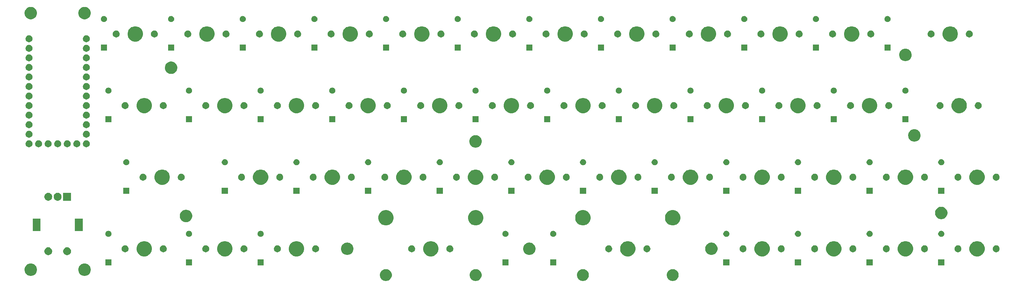
<source format=gbr>
G04 #@! TF.GenerationSoftware,KiCad,Pcbnew,(5.1.2)-2*
G04 #@! TF.CreationDate,2020-02-09T21:54:55+10:00*
G04 #@! TF.ProjectId,AbacusPCB,41626163-7573-4504-9342-2e6b69636164,rev?*
G04 #@! TF.SameCoordinates,Original*
G04 #@! TF.FileFunction,Soldermask,Top*
G04 #@! TF.FilePolarity,Negative*
%FSLAX46Y46*%
G04 Gerber Fmt 4.6, Leading zero omitted, Abs format (unit mm)*
G04 Created by KiCad (PCBNEW (5.1.2)-2) date 2020-02-09 21:54:55*
%MOMM*%
%LPD*%
G04 APERTURE LIST*
%ADD10C,0.100000*%
G04 APERTURE END LIST*
D10*
G36*
X206866161Y-180889276D02*
G01*
X206984887Y-180938454D01*
X207152791Y-181008002D01*
X207152792Y-181008003D01*
X207410754Y-181180367D01*
X207630133Y-181399746D01*
X207668107Y-181456579D01*
X207802498Y-181657709D01*
X207921224Y-181944340D01*
X207981750Y-182248625D01*
X207981750Y-182558875D01*
X207921224Y-182863160D01*
X207802498Y-183149791D01*
X207802497Y-183149792D01*
X207630133Y-183407754D01*
X207410754Y-183627133D01*
X207238389Y-183742303D01*
X207152791Y-183799498D01*
X206984887Y-183869046D01*
X206866161Y-183918224D01*
X206714017Y-183948487D01*
X206561875Y-183978750D01*
X206251625Y-183978750D01*
X205947339Y-183918224D01*
X205828613Y-183869046D01*
X205660709Y-183799498D01*
X205575111Y-183742303D01*
X205402746Y-183627133D01*
X205183367Y-183407754D01*
X205011003Y-183149792D01*
X205011002Y-183149791D01*
X204892276Y-182863160D01*
X204831750Y-182558875D01*
X204831750Y-182248625D01*
X204892276Y-181944340D01*
X205011002Y-181657709D01*
X205145393Y-181456579D01*
X205183367Y-181399746D01*
X205402746Y-181180367D01*
X205660708Y-181008003D01*
X205660709Y-181008002D01*
X205828613Y-180938454D01*
X205947339Y-180889276D01*
X206251625Y-180828750D01*
X206561875Y-180828750D01*
X206866161Y-180889276D01*
X206866161Y-180889276D01*
G37*
G36*
X182990161Y-180889276D02*
G01*
X183108887Y-180938454D01*
X183276791Y-181008002D01*
X183276792Y-181008003D01*
X183534754Y-181180367D01*
X183754133Y-181399746D01*
X183792107Y-181456579D01*
X183926498Y-181657709D01*
X184045224Y-181944340D01*
X184105750Y-182248625D01*
X184105750Y-182558875D01*
X184045224Y-182863160D01*
X183926498Y-183149791D01*
X183926497Y-183149792D01*
X183754133Y-183407754D01*
X183534754Y-183627133D01*
X183362389Y-183742303D01*
X183276791Y-183799498D01*
X183108887Y-183869046D01*
X182990161Y-183918224D01*
X182838017Y-183948487D01*
X182685875Y-183978750D01*
X182375625Y-183978750D01*
X182071339Y-183918224D01*
X181952613Y-183869046D01*
X181784709Y-183799498D01*
X181699111Y-183742303D01*
X181526746Y-183627133D01*
X181307367Y-183407754D01*
X181135003Y-183149792D01*
X181135002Y-183149791D01*
X181016276Y-182863160D01*
X180955750Y-182558875D01*
X180955750Y-182248625D01*
X181016276Y-181944340D01*
X181135002Y-181657709D01*
X181269393Y-181456579D01*
X181307367Y-181399746D01*
X181526746Y-181180367D01*
X181784708Y-181008003D01*
X181784709Y-181008002D01*
X181952613Y-180938454D01*
X182071339Y-180889276D01*
X182375625Y-180828750D01*
X182685875Y-180828750D01*
X182990161Y-180889276D01*
X182990161Y-180889276D01*
G37*
G36*
X259253661Y-180889276D02*
G01*
X259372387Y-180938454D01*
X259540291Y-181008002D01*
X259540292Y-181008003D01*
X259798254Y-181180367D01*
X260017633Y-181399746D01*
X260055607Y-181456579D01*
X260189998Y-181657709D01*
X260308724Y-181944340D01*
X260369250Y-182248625D01*
X260369250Y-182558875D01*
X260308724Y-182863160D01*
X260189998Y-183149791D01*
X260189997Y-183149792D01*
X260017633Y-183407754D01*
X259798254Y-183627133D01*
X259625889Y-183742303D01*
X259540291Y-183799498D01*
X259372387Y-183869046D01*
X259253661Y-183918224D01*
X259101517Y-183948487D01*
X258949375Y-183978750D01*
X258639125Y-183978750D01*
X258334839Y-183918224D01*
X258216113Y-183869046D01*
X258048209Y-183799498D01*
X257962611Y-183742303D01*
X257790246Y-183627133D01*
X257570867Y-183407754D01*
X257398503Y-183149792D01*
X257398502Y-183149791D01*
X257279776Y-182863160D01*
X257219250Y-182558875D01*
X257219250Y-182248625D01*
X257279776Y-181944340D01*
X257398502Y-181657709D01*
X257532893Y-181456579D01*
X257570867Y-181399746D01*
X257790246Y-181180367D01*
X258048208Y-181008003D01*
X258048209Y-181008002D01*
X258216113Y-180938454D01*
X258334839Y-180889276D01*
X258639125Y-180828750D01*
X258949375Y-180828750D01*
X259253661Y-180889276D01*
X259253661Y-180889276D01*
G37*
G36*
X235377661Y-180889276D02*
G01*
X235496387Y-180938454D01*
X235664291Y-181008002D01*
X235664292Y-181008003D01*
X235922254Y-181180367D01*
X236141633Y-181399746D01*
X236179607Y-181456579D01*
X236313998Y-181657709D01*
X236432724Y-181944340D01*
X236493250Y-182248625D01*
X236493250Y-182558875D01*
X236432724Y-182863160D01*
X236313998Y-183149791D01*
X236313997Y-183149792D01*
X236141633Y-183407754D01*
X235922254Y-183627133D01*
X235749889Y-183742303D01*
X235664291Y-183799498D01*
X235496387Y-183869046D01*
X235377661Y-183918224D01*
X235225517Y-183948487D01*
X235073375Y-183978750D01*
X234763125Y-183978750D01*
X234458839Y-183918224D01*
X234340113Y-183869046D01*
X234172209Y-183799498D01*
X234086611Y-183742303D01*
X233914246Y-183627133D01*
X233694867Y-183407754D01*
X233522503Y-183149792D01*
X233522502Y-183149791D01*
X233403776Y-182863160D01*
X233343250Y-182558875D01*
X233343250Y-182248625D01*
X233403776Y-181944340D01*
X233522502Y-181657709D01*
X233656893Y-181456579D01*
X233694867Y-181399746D01*
X233914246Y-181180367D01*
X234172208Y-181008003D01*
X234172209Y-181008002D01*
X234340113Y-180938454D01*
X234458839Y-180889276D01*
X234763125Y-180828750D01*
X235073375Y-180828750D01*
X235377661Y-180889276D01*
X235377661Y-180889276D01*
G37*
G36*
X102769006Y-179366298D02*
G01*
X102875329Y-179387447D01*
X103175792Y-179511903D01*
X103446201Y-179692585D01*
X103676165Y-179922549D01*
X103856847Y-180192958D01*
X103981303Y-180493421D01*
X104044750Y-180812391D01*
X104044750Y-181137609D01*
X103981303Y-181456579D01*
X103856847Y-181757042D01*
X103676165Y-182027451D01*
X103446201Y-182257415D01*
X103175792Y-182438097D01*
X102875329Y-182562553D01*
X102769006Y-182583702D01*
X102556361Y-182626000D01*
X102231139Y-182626000D01*
X102018494Y-182583702D01*
X101912171Y-182562553D01*
X101611708Y-182438097D01*
X101341299Y-182257415D01*
X101111335Y-182027451D01*
X100930653Y-181757042D01*
X100806197Y-181456579D01*
X100742750Y-181137609D01*
X100742750Y-180812391D01*
X100806197Y-180493421D01*
X100930653Y-180192958D01*
X101111335Y-179922549D01*
X101341299Y-179692585D01*
X101611708Y-179511903D01*
X101912171Y-179387447D01*
X102018494Y-179366298D01*
X102231139Y-179324000D01*
X102556361Y-179324000D01*
X102769006Y-179366298D01*
X102769006Y-179366298D01*
G37*
G36*
X88481506Y-179366298D02*
G01*
X88587829Y-179387447D01*
X88888292Y-179511903D01*
X89158701Y-179692585D01*
X89388665Y-179922549D01*
X89569347Y-180192958D01*
X89693803Y-180493421D01*
X89757250Y-180812391D01*
X89757250Y-181137609D01*
X89693803Y-181456579D01*
X89569347Y-181757042D01*
X89388665Y-182027451D01*
X89158701Y-182257415D01*
X88888292Y-182438097D01*
X88587829Y-182562553D01*
X88481506Y-182583702D01*
X88268861Y-182626000D01*
X87943639Y-182626000D01*
X87730994Y-182583702D01*
X87624671Y-182562553D01*
X87324208Y-182438097D01*
X87053799Y-182257415D01*
X86823835Y-182027451D01*
X86643153Y-181757042D01*
X86518697Y-181456579D01*
X86455250Y-181137609D01*
X86455250Y-180812391D01*
X86518697Y-180493421D01*
X86643153Y-180192958D01*
X86823835Y-179922549D01*
X87053799Y-179692585D01*
X87324208Y-179511903D01*
X87624671Y-179387447D01*
X87730994Y-179366298D01*
X87943639Y-179324000D01*
X88268861Y-179324000D01*
X88481506Y-179366298D01*
X88481506Y-179366298D01*
G37*
G36*
X273863000Y-179883000D02*
G01*
X272237000Y-179883000D01*
X272237000Y-178257000D01*
X273863000Y-178257000D01*
X273863000Y-179883000D01*
X273863000Y-179883000D01*
G37*
G36*
X109556750Y-179883000D02*
G01*
X107930750Y-179883000D01*
X107930750Y-178257000D01*
X109556750Y-178257000D01*
X109556750Y-179883000D01*
X109556750Y-179883000D01*
G37*
G36*
X130988000Y-179883000D02*
G01*
X129362000Y-179883000D01*
X129362000Y-178257000D01*
X130988000Y-178257000D01*
X130988000Y-179883000D01*
X130988000Y-179883000D01*
G37*
G36*
X150038000Y-179883000D02*
G01*
X148412000Y-179883000D01*
X148412000Y-178257000D01*
X150038000Y-178257000D01*
X150038000Y-179883000D01*
X150038000Y-179883000D01*
G37*
G36*
X227825500Y-179883000D02*
G01*
X226199500Y-179883000D01*
X226199500Y-178257000D01*
X227825500Y-178257000D01*
X227825500Y-179883000D01*
X227825500Y-179883000D01*
G37*
G36*
X292913000Y-179883000D02*
G01*
X291287000Y-179883000D01*
X291287000Y-178257000D01*
X292913000Y-178257000D01*
X292913000Y-179883000D01*
X292913000Y-179883000D01*
G37*
G36*
X311963000Y-179883000D02*
G01*
X310337000Y-179883000D01*
X310337000Y-178257000D01*
X311963000Y-178257000D01*
X311963000Y-179883000D01*
X311963000Y-179883000D01*
G37*
G36*
X331013000Y-179883000D02*
G01*
X329387000Y-179883000D01*
X329387000Y-178257000D01*
X331013000Y-178257000D01*
X331013000Y-179883000D01*
X331013000Y-179883000D01*
G37*
G36*
X215125500Y-179883000D02*
G01*
X213499500Y-179883000D01*
X213499500Y-178257000D01*
X215125500Y-178257000D01*
X215125500Y-179883000D01*
X215125500Y-179883000D01*
G37*
G36*
X195065224Y-173452434D02*
G01*
X195283224Y-173542733D01*
X195437373Y-173606583D01*
X195772298Y-173830373D01*
X196057127Y-174115202D01*
X196280917Y-174450127D01*
X196313312Y-174528336D01*
X196435066Y-174822276D01*
X196513650Y-175217344D01*
X196513650Y-175620156D01*
X196435066Y-176015224D01*
X196384201Y-176138022D01*
X196280917Y-176387373D01*
X196057127Y-176722298D01*
X195772298Y-177007127D01*
X195437373Y-177230917D01*
X195283224Y-177294767D01*
X195065224Y-177385066D01*
X194670156Y-177463650D01*
X194267344Y-177463650D01*
X193872276Y-177385066D01*
X193654276Y-177294767D01*
X193500127Y-177230917D01*
X193165202Y-177007127D01*
X192880373Y-176722298D01*
X192656583Y-176387373D01*
X192553299Y-176138022D01*
X192502434Y-176015224D01*
X192423850Y-175620156D01*
X192423850Y-175217344D01*
X192502434Y-174822276D01*
X192624188Y-174528336D01*
X192656583Y-174450127D01*
X192880373Y-174115202D01*
X193165202Y-173830373D01*
X193500127Y-173606583D01*
X193654276Y-173542733D01*
X193872276Y-173452434D01*
X194267344Y-173373850D01*
X194670156Y-173373850D01*
X195065224Y-173452434D01*
X195065224Y-173452434D01*
G37*
G36*
X340321474Y-173452434D02*
G01*
X340539474Y-173542733D01*
X340693623Y-173606583D01*
X341028548Y-173830373D01*
X341313377Y-174115202D01*
X341537167Y-174450127D01*
X341569562Y-174528336D01*
X341691316Y-174822276D01*
X341769900Y-175217344D01*
X341769900Y-175620156D01*
X341691316Y-176015224D01*
X341640451Y-176138022D01*
X341537167Y-176387373D01*
X341313377Y-176722298D01*
X341028548Y-177007127D01*
X340693623Y-177230917D01*
X340539474Y-177294767D01*
X340321474Y-177385066D01*
X339926406Y-177463650D01*
X339523594Y-177463650D01*
X339128526Y-177385066D01*
X338910526Y-177294767D01*
X338756377Y-177230917D01*
X338421452Y-177007127D01*
X338136623Y-176722298D01*
X337912833Y-176387373D01*
X337809549Y-176138022D01*
X337758684Y-176015224D01*
X337680100Y-175620156D01*
X337680100Y-175217344D01*
X337758684Y-174822276D01*
X337880438Y-174528336D01*
X337912833Y-174450127D01*
X338136623Y-174115202D01*
X338421452Y-173830373D01*
X338756377Y-173606583D01*
X338910526Y-173542733D01*
X339128526Y-173452434D01*
X339523594Y-173373850D01*
X339926406Y-173373850D01*
X340321474Y-173452434D01*
X340321474Y-173452434D01*
G37*
G36*
X321271474Y-173452434D02*
G01*
X321489474Y-173542733D01*
X321643623Y-173606583D01*
X321978548Y-173830373D01*
X322263377Y-174115202D01*
X322487167Y-174450127D01*
X322519562Y-174528336D01*
X322641316Y-174822276D01*
X322719900Y-175217344D01*
X322719900Y-175620156D01*
X322641316Y-176015224D01*
X322590451Y-176138022D01*
X322487167Y-176387373D01*
X322263377Y-176722298D01*
X321978548Y-177007127D01*
X321643623Y-177230917D01*
X321489474Y-177294767D01*
X321271474Y-177385066D01*
X320876406Y-177463650D01*
X320473594Y-177463650D01*
X320078526Y-177385066D01*
X319860526Y-177294767D01*
X319706377Y-177230917D01*
X319371452Y-177007127D01*
X319086623Y-176722298D01*
X318862833Y-176387373D01*
X318759549Y-176138022D01*
X318708684Y-176015224D01*
X318630100Y-175620156D01*
X318630100Y-175217344D01*
X318708684Y-174822276D01*
X318830438Y-174528336D01*
X318862833Y-174450127D01*
X319086623Y-174115202D01*
X319371452Y-173830373D01*
X319706377Y-173606583D01*
X319860526Y-173542733D01*
X320078526Y-173452434D01*
X320473594Y-173373850D01*
X320876406Y-173373850D01*
X321271474Y-173452434D01*
X321271474Y-173452434D01*
G37*
G36*
X283171474Y-173452434D02*
G01*
X283389474Y-173542733D01*
X283543623Y-173606583D01*
X283878548Y-173830373D01*
X284163377Y-174115202D01*
X284387167Y-174450127D01*
X284419562Y-174528336D01*
X284541316Y-174822276D01*
X284619900Y-175217344D01*
X284619900Y-175620156D01*
X284541316Y-176015224D01*
X284490451Y-176138022D01*
X284387167Y-176387373D01*
X284163377Y-176722298D01*
X283878548Y-177007127D01*
X283543623Y-177230917D01*
X283389474Y-177294767D01*
X283171474Y-177385066D01*
X282776406Y-177463650D01*
X282373594Y-177463650D01*
X281978526Y-177385066D01*
X281760526Y-177294767D01*
X281606377Y-177230917D01*
X281271452Y-177007127D01*
X280986623Y-176722298D01*
X280762833Y-176387373D01*
X280659549Y-176138022D01*
X280608684Y-176015224D01*
X280530100Y-175620156D01*
X280530100Y-175217344D01*
X280608684Y-174822276D01*
X280730438Y-174528336D01*
X280762833Y-174450127D01*
X280986623Y-174115202D01*
X281271452Y-173830373D01*
X281606377Y-173606583D01*
X281760526Y-173542733D01*
X281978526Y-173452434D01*
X282373594Y-173373850D01*
X282776406Y-173373850D01*
X283171474Y-173452434D01*
X283171474Y-173452434D01*
G37*
G36*
X247452724Y-173452434D02*
G01*
X247670724Y-173542733D01*
X247824873Y-173606583D01*
X248159798Y-173830373D01*
X248444627Y-174115202D01*
X248668417Y-174450127D01*
X248700812Y-174528336D01*
X248822566Y-174822276D01*
X248901150Y-175217344D01*
X248901150Y-175620156D01*
X248822566Y-176015224D01*
X248771701Y-176138022D01*
X248668417Y-176387373D01*
X248444627Y-176722298D01*
X248159798Y-177007127D01*
X247824873Y-177230917D01*
X247670724Y-177294767D01*
X247452724Y-177385066D01*
X247057656Y-177463650D01*
X246654844Y-177463650D01*
X246259776Y-177385066D01*
X246041776Y-177294767D01*
X245887627Y-177230917D01*
X245552702Y-177007127D01*
X245267873Y-176722298D01*
X245044083Y-176387373D01*
X244940799Y-176138022D01*
X244889934Y-176015224D01*
X244811350Y-175620156D01*
X244811350Y-175217344D01*
X244889934Y-174822276D01*
X245011688Y-174528336D01*
X245044083Y-174450127D01*
X245267873Y-174115202D01*
X245552702Y-173830373D01*
X245887627Y-173606583D01*
X246041776Y-173542733D01*
X246259776Y-173452434D01*
X246654844Y-173373850D01*
X247057656Y-173373850D01*
X247452724Y-173452434D01*
X247452724Y-173452434D01*
G37*
G36*
X159346474Y-173452434D02*
G01*
X159564474Y-173542733D01*
X159718623Y-173606583D01*
X160053548Y-173830373D01*
X160338377Y-174115202D01*
X160562167Y-174450127D01*
X160594562Y-174528336D01*
X160716316Y-174822276D01*
X160794900Y-175217344D01*
X160794900Y-175620156D01*
X160716316Y-176015224D01*
X160665451Y-176138022D01*
X160562167Y-176387373D01*
X160338377Y-176722298D01*
X160053548Y-177007127D01*
X159718623Y-177230917D01*
X159564474Y-177294767D01*
X159346474Y-177385066D01*
X158951406Y-177463650D01*
X158548594Y-177463650D01*
X158153526Y-177385066D01*
X157935526Y-177294767D01*
X157781377Y-177230917D01*
X157446452Y-177007127D01*
X157161623Y-176722298D01*
X156937833Y-176387373D01*
X156834549Y-176138022D01*
X156783684Y-176015224D01*
X156705100Y-175620156D01*
X156705100Y-175217344D01*
X156783684Y-174822276D01*
X156905438Y-174528336D01*
X156937833Y-174450127D01*
X157161623Y-174115202D01*
X157446452Y-173830373D01*
X157781377Y-173606583D01*
X157935526Y-173542733D01*
X158153526Y-173452434D01*
X158548594Y-173373850D01*
X158951406Y-173373850D01*
X159346474Y-173452434D01*
X159346474Y-173452434D01*
G37*
G36*
X302221474Y-173452434D02*
G01*
X302439474Y-173542733D01*
X302593623Y-173606583D01*
X302928548Y-173830373D01*
X303213377Y-174115202D01*
X303437167Y-174450127D01*
X303469562Y-174528336D01*
X303591316Y-174822276D01*
X303669900Y-175217344D01*
X303669900Y-175620156D01*
X303591316Y-176015224D01*
X303540451Y-176138022D01*
X303437167Y-176387373D01*
X303213377Y-176722298D01*
X302928548Y-177007127D01*
X302593623Y-177230917D01*
X302439474Y-177294767D01*
X302221474Y-177385066D01*
X301826406Y-177463650D01*
X301423594Y-177463650D01*
X301028526Y-177385066D01*
X300810526Y-177294767D01*
X300656377Y-177230917D01*
X300321452Y-177007127D01*
X300036623Y-176722298D01*
X299812833Y-176387373D01*
X299709549Y-176138022D01*
X299658684Y-176015224D01*
X299580100Y-175620156D01*
X299580100Y-175217344D01*
X299658684Y-174822276D01*
X299780438Y-174528336D01*
X299812833Y-174450127D01*
X300036623Y-174115202D01*
X300321452Y-173830373D01*
X300656377Y-173606583D01*
X300810526Y-173542733D01*
X301028526Y-173452434D01*
X301423594Y-173373850D01*
X301826406Y-173373850D01*
X302221474Y-173452434D01*
X302221474Y-173452434D01*
G37*
G36*
X118865224Y-173452434D02*
G01*
X119083224Y-173542733D01*
X119237373Y-173606583D01*
X119572298Y-173830373D01*
X119857127Y-174115202D01*
X120080917Y-174450127D01*
X120113312Y-174528336D01*
X120235066Y-174822276D01*
X120313650Y-175217344D01*
X120313650Y-175620156D01*
X120235066Y-176015224D01*
X120184201Y-176138022D01*
X120080917Y-176387373D01*
X119857127Y-176722298D01*
X119572298Y-177007127D01*
X119237373Y-177230917D01*
X119083224Y-177294767D01*
X118865224Y-177385066D01*
X118470156Y-177463650D01*
X118067344Y-177463650D01*
X117672276Y-177385066D01*
X117454276Y-177294767D01*
X117300127Y-177230917D01*
X116965202Y-177007127D01*
X116680373Y-176722298D01*
X116456583Y-176387373D01*
X116353299Y-176138022D01*
X116302434Y-176015224D01*
X116223850Y-175620156D01*
X116223850Y-175217344D01*
X116302434Y-174822276D01*
X116424188Y-174528336D01*
X116456583Y-174450127D01*
X116680373Y-174115202D01*
X116965202Y-173830373D01*
X117300127Y-173606583D01*
X117454276Y-173542733D01*
X117672276Y-173452434D01*
X118067344Y-173373850D01*
X118470156Y-173373850D01*
X118865224Y-173452434D01*
X118865224Y-173452434D01*
G37*
G36*
X140296474Y-173452434D02*
G01*
X140514474Y-173542733D01*
X140668623Y-173606583D01*
X141003548Y-173830373D01*
X141288377Y-174115202D01*
X141512167Y-174450127D01*
X141544562Y-174528336D01*
X141666316Y-174822276D01*
X141744900Y-175217344D01*
X141744900Y-175620156D01*
X141666316Y-176015224D01*
X141615451Y-176138022D01*
X141512167Y-176387373D01*
X141288377Y-176722298D01*
X141003548Y-177007127D01*
X140668623Y-177230917D01*
X140514474Y-177294767D01*
X140296474Y-177385066D01*
X139901406Y-177463650D01*
X139498594Y-177463650D01*
X139103526Y-177385066D01*
X138885526Y-177294767D01*
X138731377Y-177230917D01*
X138396452Y-177007127D01*
X138111623Y-176722298D01*
X137887833Y-176387373D01*
X137784549Y-176138022D01*
X137733684Y-176015224D01*
X137655100Y-175620156D01*
X137655100Y-175217344D01*
X137733684Y-174822276D01*
X137855438Y-174528336D01*
X137887833Y-174450127D01*
X138111623Y-174115202D01*
X138396452Y-173830373D01*
X138731377Y-173606583D01*
X138885526Y-173542733D01*
X139103526Y-173452434D01*
X139498594Y-173373850D01*
X139901406Y-173373850D01*
X140296474Y-173452434D01*
X140296474Y-173452434D01*
G37*
G36*
X98056564Y-175058139D02*
G01*
X98247833Y-175137365D01*
X98247835Y-175137366D01*
X98264718Y-175148647D01*
X98419973Y-175252385D01*
X98566365Y-175398777D01*
X98681385Y-175570917D01*
X98760611Y-175762186D01*
X98801000Y-175965234D01*
X98801000Y-176172266D01*
X98760611Y-176375314D01*
X98720894Y-176471199D01*
X98681384Y-176566585D01*
X98566365Y-176738723D01*
X98419973Y-176885115D01*
X98247835Y-177000134D01*
X98247834Y-177000135D01*
X98247833Y-177000135D01*
X98056564Y-177079361D01*
X97853516Y-177119750D01*
X97646484Y-177119750D01*
X97443436Y-177079361D01*
X97252167Y-177000135D01*
X97252166Y-177000135D01*
X97252165Y-177000134D01*
X97080027Y-176885115D01*
X96933635Y-176738723D01*
X96818616Y-176566585D01*
X96779106Y-176471199D01*
X96739389Y-176375314D01*
X96699000Y-176172266D01*
X96699000Y-175965234D01*
X96739389Y-175762186D01*
X96818615Y-175570917D01*
X96933635Y-175398777D01*
X97080027Y-175252385D01*
X97235282Y-175148647D01*
X97252165Y-175137366D01*
X97252167Y-175137365D01*
X97443436Y-175058139D01*
X97646484Y-175017750D01*
X97853516Y-175017750D01*
X98056564Y-175058139D01*
X98056564Y-175058139D01*
G37*
G36*
X93056564Y-175058139D02*
G01*
X93247833Y-175137365D01*
X93247835Y-175137366D01*
X93264718Y-175148647D01*
X93419973Y-175252385D01*
X93566365Y-175398777D01*
X93681385Y-175570917D01*
X93760611Y-175762186D01*
X93801000Y-175965234D01*
X93801000Y-176172266D01*
X93760611Y-176375314D01*
X93720894Y-176471199D01*
X93681384Y-176566585D01*
X93566365Y-176738723D01*
X93419973Y-176885115D01*
X93247835Y-177000134D01*
X93247834Y-177000135D01*
X93247833Y-177000135D01*
X93056564Y-177079361D01*
X92853516Y-177119750D01*
X92646484Y-177119750D01*
X92443436Y-177079361D01*
X92252167Y-177000135D01*
X92252166Y-177000135D01*
X92252165Y-177000134D01*
X92080027Y-176885115D01*
X91933635Y-176738723D01*
X91818616Y-176566585D01*
X91779106Y-176471199D01*
X91739389Y-176375314D01*
X91699000Y-176172266D01*
X91699000Y-175965234D01*
X91739389Y-175762186D01*
X91818615Y-175570917D01*
X91933635Y-175398777D01*
X92080027Y-175252385D01*
X92235282Y-175148647D01*
X92252165Y-175137366D01*
X92252167Y-175137365D01*
X92443436Y-175058139D01*
X92646484Y-175017750D01*
X92853516Y-175017750D01*
X93056564Y-175058139D01*
X93056564Y-175058139D01*
G37*
G36*
X221037756Y-173810048D02*
G01*
X221144079Y-173831197D01*
X221444542Y-173955653D01*
X221714951Y-174136335D01*
X221944915Y-174366299D01*
X222125597Y-174636708D01*
X222250053Y-174937171D01*
X222313500Y-175256141D01*
X222313500Y-175581359D01*
X222250053Y-175900329D01*
X222125597Y-176200792D01*
X221944915Y-176471201D01*
X221714951Y-176701165D01*
X221444542Y-176881847D01*
X221444541Y-176881848D01*
X221444540Y-176881848D01*
X221356537Y-176918300D01*
X221144079Y-177006303D01*
X221139936Y-177007127D01*
X220825111Y-177069750D01*
X220499889Y-177069750D01*
X220185064Y-177007127D01*
X220180921Y-177006303D01*
X219968463Y-176918300D01*
X219880460Y-176881848D01*
X219880459Y-176881848D01*
X219880458Y-176881847D01*
X219610049Y-176701165D01*
X219380085Y-176471201D01*
X219199403Y-176200792D01*
X219074947Y-175900329D01*
X219011500Y-175581359D01*
X219011500Y-175256141D01*
X219074947Y-174937171D01*
X219199403Y-174636708D01*
X219380085Y-174366299D01*
X219610049Y-174136335D01*
X219880458Y-173955653D01*
X220180921Y-173831197D01*
X220287244Y-173810048D01*
X220499889Y-173767750D01*
X220825111Y-173767750D01*
X221037756Y-173810048D01*
X221037756Y-173810048D01*
G37*
G36*
X269456506Y-173810048D02*
G01*
X269562829Y-173831197D01*
X269863292Y-173955653D01*
X270133701Y-174136335D01*
X270363665Y-174366299D01*
X270544347Y-174636708D01*
X270668803Y-174937171D01*
X270732250Y-175256141D01*
X270732250Y-175581359D01*
X270668803Y-175900329D01*
X270544347Y-176200792D01*
X270363665Y-176471201D01*
X270133701Y-176701165D01*
X269863292Y-176881847D01*
X269863291Y-176881848D01*
X269863290Y-176881848D01*
X269775287Y-176918300D01*
X269562829Y-177006303D01*
X269558686Y-177007127D01*
X269243861Y-177069750D01*
X268918639Y-177069750D01*
X268603814Y-177007127D01*
X268599671Y-177006303D01*
X268387213Y-176918300D01*
X268299210Y-176881848D01*
X268299209Y-176881848D01*
X268299208Y-176881847D01*
X268028799Y-176701165D01*
X267798835Y-176471201D01*
X267618153Y-176200792D01*
X267493697Y-175900329D01*
X267430250Y-175581359D01*
X267430250Y-175256141D01*
X267493697Y-174937171D01*
X267618153Y-174636708D01*
X267798835Y-174366299D01*
X268028799Y-174136335D01*
X268299208Y-173955653D01*
X268599671Y-173831197D01*
X268705994Y-173810048D01*
X268918639Y-173767750D01*
X269243861Y-173767750D01*
X269456506Y-173810048D01*
X269456506Y-173810048D01*
G37*
G36*
X172619006Y-173810048D02*
G01*
X172725329Y-173831197D01*
X173025792Y-173955653D01*
X173296201Y-174136335D01*
X173526165Y-174366299D01*
X173706847Y-174636708D01*
X173831303Y-174937171D01*
X173894750Y-175256141D01*
X173894750Y-175581359D01*
X173831303Y-175900329D01*
X173706847Y-176200792D01*
X173526165Y-176471201D01*
X173296201Y-176701165D01*
X173025792Y-176881847D01*
X173025791Y-176881848D01*
X173025790Y-176881848D01*
X172937787Y-176918300D01*
X172725329Y-177006303D01*
X172721186Y-177007127D01*
X172406361Y-177069750D01*
X172081139Y-177069750D01*
X171766314Y-177007127D01*
X171762171Y-177006303D01*
X171549713Y-176918300D01*
X171461710Y-176881848D01*
X171461709Y-176881848D01*
X171461708Y-176881847D01*
X171191299Y-176701165D01*
X170961335Y-176471201D01*
X170780653Y-176200792D01*
X170656197Y-175900329D01*
X170592750Y-175581359D01*
X170592750Y-175256141D01*
X170656197Y-174937171D01*
X170780653Y-174636708D01*
X170961335Y-174366299D01*
X171191299Y-174136335D01*
X171461708Y-173955653D01*
X171762171Y-173831197D01*
X171868494Y-173810048D01*
X172081139Y-173767750D01*
X172406361Y-173767750D01*
X172619006Y-173810048D01*
X172619006Y-173810048D01*
G37*
G36*
X296815104Y-174528335D02*
G01*
X296983626Y-174598139D01*
X297135291Y-174699478D01*
X297264272Y-174828459D01*
X297365611Y-174980124D01*
X297435415Y-175148646D01*
X297471000Y-175327547D01*
X297471000Y-175509953D01*
X297435415Y-175688854D01*
X297365611Y-175857376D01*
X297264272Y-176009041D01*
X297135291Y-176138022D01*
X296983626Y-176239361D01*
X296815104Y-176309165D01*
X296636203Y-176344750D01*
X296453797Y-176344750D01*
X296274896Y-176309165D01*
X296106374Y-176239361D01*
X295954709Y-176138022D01*
X295825728Y-176009041D01*
X295724389Y-175857376D01*
X295654585Y-175688854D01*
X295619000Y-175509953D01*
X295619000Y-175327547D01*
X295654585Y-175148646D01*
X295724389Y-174980124D01*
X295825728Y-174828459D01*
X295954709Y-174699478D01*
X296106374Y-174598139D01*
X296274896Y-174528335D01*
X296453797Y-174492750D01*
X296636203Y-174492750D01*
X296815104Y-174528335D01*
X296815104Y-174528335D01*
G37*
G36*
X252206354Y-174528335D02*
G01*
X252374876Y-174598139D01*
X252526541Y-174699478D01*
X252655522Y-174828459D01*
X252756861Y-174980124D01*
X252826665Y-175148646D01*
X252862250Y-175327547D01*
X252862250Y-175509953D01*
X252826665Y-175688854D01*
X252756861Y-175857376D01*
X252655522Y-176009041D01*
X252526541Y-176138022D01*
X252374876Y-176239361D01*
X252206354Y-176309165D01*
X252027453Y-176344750D01*
X251845047Y-176344750D01*
X251666146Y-176309165D01*
X251497624Y-176239361D01*
X251345959Y-176138022D01*
X251216978Y-176009041D01*
X251115639Y-175857376D01*
X251045835Y-175688854D01*
X251010250Y-175509953D01*
X251010250Y-175327547D01*
X251045835Y-175148646D01*
X251115639Y-174980124D01*
X251216978Y-174828459D01*
X251345959Y-174699478D01*
X251497624Y-174598139D01*
X251666146Y-174528335D01*
X251845047Y-174492750D01*
X252027453Y-174492750D01*
X252206354Y-174528335D01*
X252206354Y-174528335D01*
G37*
G36*
X242046354Y-174528335D02*
G01*
X242214876Y-174598139D01*
X242366541Y-174699478D01*
X242495522Y-174828459D01*
X242596861Y-174980124D01*
X242666665Y-175148646D01*
X242702250Y-175327547D01*
X242702250Y-175509953D01*
X242666665Y-175688854D01*
X242596861Y-175857376D01*
X242495522Y-176009041D01*
X242366541Y-176138022D01*
X242214876Y-176239361D01*
X242046354Y-176309165D01*
X241867453Y-176344750D01*
X241685047Y-176344750D01*
X241506146Y-176309165D01*
X241337624Y-176239361D01*
X241185959Y-176138022D01*
X241056978Y-176009041D01*
X240955639Y-175857376D01*
X240885835Y-175688854D01*
X240850250Y-175509953D01*
X240850250Y-175327547D01*
X240885835Y-175148646D01*
X240955639Y-174980124D01*
X241056978Y-174828459D01*
X241185959Y-174699478D01*
X241337624Y-174598139D01*
X241506146Y-174528335D01*
X241685047Y-174492750D01*
X241867453Y-174492750D01*
X242046354Y-174528335D01*
X242046354Y-174528335D01*
G37*
G36*
X345075104Y-174528335D02*
G01*
X345243626Y-174598139D01*
X345395291Y-174699478D01*
X345524272Y-174828459D01*
X345625611Y-174980124D01*
X345695415Y-175148646D01*
X345731000Y-175327547D01*
X345731000Y-175509953D01*
X345695415Y-175688854D01*
X345625611Y-175857376D01*
X345524272Y-176009041D01*
X345395291Y-176138022D01*
X345243626Y-176239361D01*
X345075104Y-176309165D01*
X344896203Y-176344750D01*
X344713797Y-176344750D01*
X344534896Y-176309165D01*
X344366374Y-176239361D01*
X344214709Y-176138022D01*
X344085728Y-176009041D01*
X343984389Y-175857376D01*
X343914585Y-175688854D01*
X343879000Y-175509953D01*
X343879000Y-175327547D01*
X343914585Y-175148646D01*
X343984389Y-174980124D01*
X344085728Y-174828459D01*
X344214709Y-174699478D01*
X344366374Y-174598139D01*
X344534896Y-174528335D01*
X344713797Y-174492750D01*
X344896203Y-174492750D01*
X345075104Y-174528335D01*
X345075104Y-174528335D01*
G37*
G36*
X334915104Y-174528335D02*
G01*
X335083626Y-174598139D01*
X335235291Y-174699478D01*
X335364272Y-174828459D01*
X335465611Y-174980124D01*
X335535415Y-175148646D01*
X335571000Y-175327547D01*
X335571000Y-175509953D01*
X335535415Y-175688854D01*
X335465611Y-175857376D01*
X335364272Y-176009041D01*
X335235291Y-176138022D01*
X335083626Y-176239361D01*
X334915104Y-176309165D01*
X334736203Y-176344750D01*
X334553797Y-176344750D01*
X334374896Y-176309165D01*
X334206374Y-176239361D01*
X334054709Y-176138022D01*
X333925728Y-176009041D01*
X333824389Y-175857376D01*
X333754585Y-175688854D01*
X333719000Y-175509953D01*
X333719000Y-175327547D01*
X333754585Y-175148646D01*
X333824389Y-174980124D01*
X333925728Y-174828459D01*
X334054709Y-174699478D01*
X334206374Y-174598139D01*
X334374896Y-174528335D01*
X334553797Y-174492750D01*
X334736203Y-174492750D01*
X334915104Y-174528335D01*
X334915104Y-174528335D01*
G37*
G36*
X326025104Y-174528335D02*
G01*
X326193626Y-174598139D01*
X326345291Y-174699478D01*
X326474272Y-174828459D01*
X326575611Y-174980124D01*
X326645415Y-175148646D01*
X326681000Y-175327547D01*
X326681000Y-175509953D01*
X326645415Y-175688854D01*
X326575611Y-175857376D01*
X326474272Y-176009041D01*
X326345291Y-176138022D01*
X326193626Y-176239361D01*
X326025104Y-176309165D01*
X325846203Y-176344750D01*
X325663797Y-176344750D01*
X325484896Y-176309165D01*
X325316374Y-176239361D01*
X325164709Y-176138022D01*
X325035728Y-176009041D01*
X324934389Y-175857376D01*
X324864585Y-175688854D01*
X324829000Y-175509953D01*
X324829000Y-175327547D01*
X324864585Y-175148646D01*
X324934389Y-174980124D01*
X325035728Y-174828459D01*
X325164709Y-174699478D01*
X325316374Y-174598139D01*
X325484896Y-174528335D01*
X325663797Y-174492750D01*
X325846203Y-174492750D01*
X326025104Y-174528335D01*
X326025104Y-174528335D01*
G37*
G36*
X315865104Y-174528335D02*
G01*
X316033626Y-174598139D01*
X316185291Y-174699478D01*
X316314272Y-174828459D01*
X316415611Y-174980124D01*
X316485415Y-175148646D01*
X316521000Y-175327547D01*
X316521000Y-175509953D01*
X316485415Y-175688854D01*
X316415611Y-175857376D01*
X316314272Y-176009041D01*
X316185291Y-176138022D01*
X316033626Y-176239361D01*
X315865104Y-176309165D01*
X315686203Y-176344750D01*
X315503797Y-176344750D01*
X315324896Y-176309165D01*
X315156374Y-176239361D01*
X315004709Y-176138022D01*
X314875728Y-176009041D01*
X314774389Y-175857376D01*
X314704585Y-175688854D01*
X314669000Y-175509953D01*
X314669000Y-175327547D01*
X314704585Y-175148646D01*
X314774389Y-174980124D01*
X314875728Y-174828459D01*
X315004709Y-174699478D01*
X315156374Y-174598139D01*
X315324896Y-174528335D01*
X315503797Y-174492750D01*
X315686203Y-174492750D01*
X315865104Y-174528335D01*
X315865104Y-174528335D01*
G37*
G36*
X113458854Y-174528335D02*
G01*
X113627376Y-174598139D01*
X113779041Y-174699478D01*
X113908022Y-174828459D01*
X114009361Y-174980124D01*
X114079165Y-175148646D01*
X114114750Y-175327547D01*
X114114750Y-175509953D01*
X114079165Y-175688854D01*
X114009361Y-175857376D01*
X113908022Y-176009041D01*
X113779041Y-176138022D01*
X113627376Y-176239361D01*
X113458854Y-176309165D01*
X113279953Y-176344750D01*
X113097547Y-176344750D01*
X112918646Y-176309165D01*
X112750124Y-176239361D01*
X112598459Y-176138022D01*
X112469478Y-176009041D01*
X112368139Y-175857376D01*
X112298335Y-175688854D01*
X112262750Y-175509953D01*
X112262750Y-175327547D01*
X112298335Y-175148646D01*
X112368139Y-174980124D01*
X112469478Y-174828459D01*
X112598459Y-174699478D01*
X112750124Y-174598139D01*
X112918646Y-174528335D01*
X113097547Y-174492750D01*
X113279953Y-174492750D01*
X113458854Y-174528335D01*
X113458854Y-174528335D01*
G37*
G36*
X123618854Y-174528335D02*
G01*
X123787376Y-174598139D01*
X123939041Y-174699478D01*
X124068022Y-174828459D01*
X124169361Y-174980124D01*
X124239165Y-175148646D01*
X124274750Y-175327547D01*
X124274750Y-175509953D01*
X124239165Y-175688854D01*
X124169361Y-175857376D01*
X124068022Y-176009041D01*
X123939041Y-176138022D01*
X123787376Y-176239361D01*
X123618854Y-176309165D01*
X123439953Y-176344750D01*
X123257547Y-176344750D01*
X123078646Y-176309165D01*
X122910124Y-176239361D01*
X122758459Y-176138022D01*
X122629478Y-176009041D01*
X122528139Y-175857376D01*
X122458335Y-175688854D01*
X122422750Y-175509953D01*
X122422750Y-175327547D01*
X122458335Y-175148646D01*
X122528139Y-174980124D01*
X122629478Y-174828459D01*
X122758459Y-174699478D01*
X122910124Y-174598139D01*
X123078646Y-174528335D01*
X123257547Y-174492750D01*
X123439953Y-174492750D01*
X123618854Y-174528335D01*
X123618854Y-174528335D01*
G37*
G36*
X145050104Y-174528335D02*
G01*
X145218626Y-174598139D01*
X145370291Y-174699478D01*
X145499272Y-174828459D01*
X145600611Y-174980124D01*
X145670415Y-175148646D01*
X145706000Y-175327547D01*
X145706000Y-175509953D01*
X145670415Y-175688854D01*
X145600611Y-175857376D01*
X145499272Y-176009041D01*
X145370291Y-176138022D01*
X145218626Y-176239361D01*
X145050104Y-176309165D01*
X144871203Y-176344750D01*
X144688797Y-176344750D01*
X144509896Y-176309165D01*
X144341374Y-176239361D01*
X144189709Y-176138022D01*
X144060728Y-176009041D01*
X143959389Y-175857376D01*
X143889585Y-175688854D01*
X143854000Y-175509953D01*
X143854000Y-175327547D01*
X143889585Y-175148646D01*
X143959389Y-174980124D01*
X144060728Y-174828459D01*
X144189709Y-174699478D01*
X144341374Y-174598139D01*
X144509896Y-174528335D01*
X144688797Y-174492750D01*
X144871203Y-174492750D01*
X145050104Y-174528335D01*
X145050104Y-174528335D01*
G37*
G36*
X287925104Y-174528335D02*
G01*
X288093626Y-174598139D01*
X288245291Y-174699478D01*
X288374272Y-174828459D01*
X288475611Y-174980124D01*
X288545415Y-175148646D01*
X288581000Y-175327547D01*
X288581000Y-175509953D01*
X288545415Y-175688854D01*
X288475611Y-175857376D01*
X288374272Y-176009041D01*
X288245291Y-176138022D01*
X288093626Y-176239361D01*
X287925104Y-176309165D01*
X287746203Y-176344750D01*
X287563797Y-176344750D01*
X287384896Y-176309165D01*
X287216374Y-176239361D01*
X287064709Y-176138022D01*
X286935728Y-176009041D01*
X286834389Y-175857376D01*
X286764585Y-175688854D01*
X286729000Y-175509953D01*
X286729000Y-175327547D01*
X286764585Y-175148646D01*
X286834389Y-174980124D01*
X286935728Y-174828459D01*
X287064709Y-174699478D01*
X287216374Y-174598139D01*
X287384896Y-174528335D01*
X287563797Y-174492750D01*
X287746203Y-174492750D01*
X287925104Y-174528335D01*
X287925104Y-174528335D01*
G37*
G36*
X306975104Y-174528335D02*
G01*
X307143626Y-174598139D01*
X307295291Y-174699478D01*
X307424272Y-174828459D01*
X307525611Y-174980124D01*
X307595415Y-175148646D01*
X307631000Y-175327547D01*
X307631000Y-175509953D01*
X307595415Y-175688854D01*
X307525611Y-175857376D01*
X307424272Y-176009041D01*
X307295291Y-176138022D01*
X307143626Y-176239361D01*
X306975104Y-176309165D01*
X306796203Y-176344750D01*
X306613797Y-176344750D01*
X306434896Y-176309165D01*
X306266374Y-176239361D01*
X306114709Y-176138022D01*
X305985728Y-176009041D01*
X305884389Y-175857376D01*
X305814585Y-175688854D01*
X305779000Y-175509953D01*
X305779000Y-175327547D01*
X305814585Y-175148646D01*
X305884389Y-174980124D01*
X305985728Y-174828459D01*
X306114709Y-174699478D01*
X306266374Y-174598139D01*
X306434896Y-174528335D01*
X306613797Y-174492750D01*
X306796203Y-174492750D01*
X306975104Y-174528335D01*
X306975104Y-174528335D01*
G37*
G36*
X189658854Y-174528335D02*
G01*
X189827376Y-174598139D01*
X189979041Y-174699478D01*
X190108022Y-174828459D01*
X190209361Y-174980124D01*
X190279165Y-175148646D01*
X190314750Y-175327547D01*
X190314750Y-175509953D01*
X190279165Y-175688854D01*
X190209361Y-175857376D01*
X190108022Y-176009041D01*
X189979041Y-176138022D01*
X189827376Y-176239361D01*
X189658854Y-176309165D01*
X189479953Y-176344750D01*
X189297547Y-176344750D01*
X189118646Y-176309165D01*
X188950124Y-176239361D01*
X188798459Y-176138022D01*
X188669478Y-176009041D01*
X188568139Y-175857376D01*
X188498335Y-175688854D01*
X188462750Y-175509953D01*
X188462750Y-175327547D01*
X188498335Y-175148646D01*
X188568139Y-174980124D01*
X188669478Y-174828459D01*
X188798459Y-174699478D01*
X188950124Y-174598139D01*
X189118646Y-174528335D01*
X189297547Y-174492750D01*
X189479953Y-174492750D01*
X189658854Y-174528335D01*
X189658854Y-174528335D01*
G37*
G36*
X153940104Y-174528335D02*
G01*
X154108626Y-174598139D01*
X154260291Y-174699478D01*
X154389272Y-174828459D01*
X154490611Y-174980124D01*
X154560415Y-175148646D01*
X154596000Y-175327547D01*
X154596000Y-175509953D01*
X154560415Y-175688854D01*
X154490611Y-175857376D01*
X154389272Y-176009041D01*
X154260291Y-176138022D01*
X154108626Y-176239361D01*
X153940104Y-176309165D01*
X153761203Y-176344750D01*
X153578797Y-176344750D01*
X153399896Y-176309165D01*
X153231374Y-176239361D01*
X153079709Y-176138022D01*
X152950728Y-176009041D01*
X152849389Y-175857376D01*
X152779585Y-175688854D01*
X152744000Y-175509953D01*
X152744000Y-175327547D01*
X152779585Y-175148646D01*
X152849389Y-174980124D01*
X152950728Y-174828459D01*
X153079709Y-174699478D01*
X153231374Y-174598139D01*
X153399896Y-174528335D01*
X153578797Y-174492750D01*
X153761203Y-174492750D01*
X153940104Y-174528335D01*
X153940104Y-174528335D01*
G37*
G36*
X199818854Y-174528335D02*
G01*
X199987376Y-174598139D01*
X200139041Y-174699478D01*
X200268022Y-174828459D01*
X200369361Y-174980124D01*
X200439165Y-175148646D01*
X200474750Y-175327547D01*
X200474750Y-175509953D01*
X200439165Y-175688854D01*
X200369361Y-175857376D01*
X200268022Y-176009041D01*
X200139041Y-176138022D01*
X199987376Y-176239361D01*
X199818854Y-176309165D01*
X199639953Y-176344750D01*
X199457547Y-176344750D01*
X199278646Y-176309165D01*
X199110124Y-176239361D01*
X198958459Y-176138022D01*
X198829478Y-176009041D01*
X198728139Y-175857376D01*
X198658335Y-175688854D01*
X198622750Y-175509953D01*
X198622750Y-175327547D01*
X198658335Y-175148646D01*
X198728139Y-174980124D01*
X198829478Y-174828459D01*
X198958459Y-174699478D01*
X199110124Y-174598139D01*
X199278646Y-174528335D01*
X199457547Y-174492750D01*
X199639953Y-174492750D01*
X199818854Y-174528335D01*
X199818854Y-174528335D01*
G37*
G36*
X277765104Y-174528335D02*
G01*
X277933626Y-174598139D01*
X278085291Y-174699478D01*
X278214272Y-174828459D01*
X278315611Y-174980124D01*
X278385415Y-175148646D01*
X278421000Y-175327547D01*
X278421000Y-175509953D01*
X278385415Y-175688854D01*
X278315611Y-175857376D01*
X278214272Y-176009041D01*
X278085291Y-176138022D01*
X277933626Y-176239361D01*
X277765104Y-176309165D01*
X277586203Y-176344750D01*
X277403797Y-176344750D01*
X277224896Y-176309165D01*
X277056374Y-176239361D01*
X276904709Y-176138022D01*
X276775728Y-176009041D01*
X276674389Y-175857376D01*
X276604585Y-175688854D01*
X276569000Y-175509953D01*
X276569000Y-175327547D01*
X276604585Y-175148646D01*
X276674389Y-174980124D01*
X276775728Y-174828459D01*
X276904709Y-174699478D01*
X277056374Y-174598139D01*
X277224896Y-174528335D01*
X277403797Y-174492750D01*
X277586203Y-174492750D01*
X277765104Y-174528335D01*
X277765104Y-174528335D01*
G37*
G36*
X164100104Y-174528335D02*
G01*
X164268626Y-174598139D01*
X164420291Y-174699478D01*
X164549272Y-174828459D01*
X164650611Y-174980124D01*
X164720415Y-175148646D01*
X164756000Y-175327547D01*
X164756000Y-175509953D01*
X164720415Y-175688854D01*
X164650611Y-175857376D01*
X164549272Y-176009041D01*
X164420291Y-176138022D01*
X164268626Y-176239361D01*
X164100104Y-176309165D01*
X163921203Y-176344750D01*
X163738797Y-176344750D01*
X163559896Y-176309165D01*
X163391374Y-176239361D01*
X163239709Y-176138022D01*
X163110728Y-176009041D01*
X163009389Y-175857376D01*
X162939585Y-175688854D01*
X162904000Y-175509953D01*
X162904000Y-175327547D01*
X162939585Y-175148646D01*
X163009389Y-174980124D01*
X163110728Y-174828459D01*
X163239709Y-174699478D01*
X163391374Y-174598139D01*
X163559896Y-174528335D01*
X163738797Y-174492750D01*
X163921203Y-174492750D01*
X164100104Y-174528335D01*
X164100104Y-174528335D01*
G37*
G36*
X134890104Y-174528335D02*
G01*
X135058626Y-174598139D01*
X135210291Y-174699478D01*
X135339272Y-174828459D01*
X135440611Y-174980124D01*
X135510415Y-175148646D01*
X135546000Y-175327547D01*
X135546000Y-175509953D01*
X135510415Y-175688854D01*
X135440611Y-175857376D01*
X135339272Y-176009041D01*
X135210291Y-176138022D01*
X135058626Y-176239361D01*
X134890104Y-176309165D01*
X134711203Y-176344750D01*
X134528797Y-176344750D01*
X134349896Y-176309165D01*
X134181374Y-176239361D01*
X134029709Y-176138022D01*
X133900728Y-176009041D01*
X133799389Y-175857376D01*
X133729585Y-175688854D01*
X133694000Y-175509953D01*
X133694000Y-175327547D01*
X133729585Y-175148646D01*
X133799389Y-174980124D01*
X133900728Y-174828459D01*
X134029709Y-174699478D01*
X134181374Y-174598139D01*
X134349896Y-174528335D01*
X134528797Y-174492750D01*
X134711203Y-174492750D01*
X134890104Y-174528335D01*
X134890104Y-174528335D01*
G37*
G36*
X330437142Y-170668242D02*
G01*
X330585101Y-170729529D01*
X330718255Y-170818499D01*
X330831501Y-170931745D01*
X330920471Y-171064899D01*
X330981758Y-171212858D01*
X331013000Y-171369925D01*
X331013000Y-171530075D01*
X330981758Y-171687142D01*
X330920471Y-171835101D01*
X330831501Y-171968255D01*
X330718255Y-172081501D01*
X330585101Y-172170471D01*
X330437142Y-172231758D01*
X330280075Y-172263000D01*
X330119925Y-172263000D01*
X329962858Y-172231758D01*
X329814899Y-172170471D01*
X329681745Y-172081501D01*
X329568499Y-171968255D01*
X329479529Y-171835101D01*
X329418242Y-171687142D01*
X329387000Y-171530075D01*
X329387000Y-171369925D01*
X329418242Y-171212858D01*
X329479529Y-171064899D01*
X329568499Y-170931745D01*
X329681745Y-170818499D01*
X329814899Y-170729529D01*
X329962858Y-170668242D01*
X330119925Y-170637000D01*
X330280075Y-170637000D01*
X330437142Y-170668242D01*
X330437142Y-170668242D01*
G37*
G36*
X311387142Y-170668242D02*
G01*
X311535101Y-170729529D01*
X311668255Y-170818499D01*
X311781501Y-170931745D01*
X311870471Y-171064899D01*
X311931758Y-171212858D01*
X311963000Y-171369925D01*
X311963000Y-171530075D01*
X311931758Y-171687142D01*
X311870471Y-171835101D01*
X311781501Y-171968255D01*
X311668255Y-172081501D01*
X311535101Y-172170471D01*
X311387142Y-172231758D01*
X311230075Y-172263000D01*
X311069925Y-172263000D01*
X310912858Y-172231758D01*
X310764899Y-172170471D01*
X310631745Y-172081501D01*
X310518499Y-171968255D01*
X310429529Y-171835101D01*
X310368242Y-171687142D01*
X310337000Y-171530075D01*
X310337000Y-171369925D01*
X310368242Y-171212858D01*
X310429529Y-171064899D01*
X310518499Y-170931745D01*
X310631745Y-170818499D01*
X310764899Y-170729529D01*
X310912858Y-170668242D01*
X311069925Y-170637000D01*
X311230075Y-170637000D01*
X311387142Y-170668242D01*
X311387142Y-170668242D01*
G37*
G36*
X292337142Y-170668242D02*
G01*
X292485101Y-170729529D01*
X292618255Y-170818499D01*
X292731501Y-170931745D01*
X292820471Y-171064899D01*
X292881758Y-171212858D01*
X292913000Y-171369925D01*
X292913000Y-171530075D01*
X292881758Y-171687142D01*
X292820471Y-171835101D01*
X292731501Y-171968255D01*
X292618255Y-172081501D01*
X292485101Y-172170471D01*
X292337142Y-172231758D01*
X292180075Y-172263000D01*
X292019925Y-172263000D01*
X291862858Y-172231758D01*
X291714899Y-172170471D01*
X291581745Y-172081501D01*
X291468499Y-171968255D01*
X291379529Y-171835101D01*
X291318242Y-171687142D01*
X291287000Y-171530075D01*
X291287000Y-171369925D01*
X291318242Y-171212858D01*
X291379529Y-171064899D01*
X291468499Y-170931745D01*
X291581745Y-170818499D01*
X291714899Y-170729529D01*
X291862858Y-170668242D01*
X292019925Y-170637000D01*
X292180075Y-170637000D01*
X292337142Y-170668242D01*
X292337142Y-170668242D01*
G37*
G36*
X149462142Y-170668242D02*
G01*
X149610101Y-170729529D01*
X149743255Y-170818499D01*
X149856501Y-170931745D01*
X149945471Y-171064899D01*
X150006758Y-171212858D01*
X150038000Y-171369925D01*
X150038000Y-171530075D01*
X150006758Y-171687142D01*
X149945471Y-171835101D01*
X149856501Y-171968255D01*
X149743255Y-172081501D01*
X149610101Y-172170471D01*
X149462142Y-172231758D01*
X149305075Y-172263000D01*
X149144925Y-172263000D01*
X148987858Y-172231758D01*
X148839899Y-172170471D01*
X148706745Y-172081501D01*
X148593499Y-171968255D01*
X148504529Y-171835101D01*
X148443242Y-171687142D01*
X148412000Y-171530075D01*
X148412000Y-171369925D01*
X148443242Y-171212858D01*
X148504529Y-171064899D01*
X148593499Y-170931745D01*
X148706745Y-170818499D01*
X148839899Y-170729529D01*
X148987858Y-170668242D01*
X149144925Y-170637000D01*
X149305075Y-170637000D01*
X149462142Y-170668242D01*
X149462142Y-170668242D01*
G37*
G36*
X227249642Y-170668242D02*
G01*
X227397601Y-170729529D01*
X227530755Y-170818499D01*
X227644001Y-170931745D01*
X227732971Y-171064899D01*
X227794258Y-171212858D01*
X227825500Y-171369925D01*
X227825500Y-171530075D01*
X227794258Y-171687142D01*
X227732971Y-171835101D01*
X227644001Y-171968255D01*
X227530755Y-172081501D01*
X227397601Y-172170471D01*
X227249642Y-172231758D01*
X227092575Y-172263000D01*
X226932425Y-172263000D01*
X226775358Y-172231758D01*
X226627399Y-172170471D01*
X226494245Y-172081501D01*
X226380999Y-171968255D01*
X226292029Y-171835101D01*
X226230742Y-171687142D01*
X226199500Y-171530075D01*
X226199500Y-171369925D01*
X226230742Y-171212858D01*
X226292029Y-171064899D01*
X226380999Y-170931745D01*
X226494245Y-170818499D01*
X226627399Y-170729529D01*
X226775358Y-170668242D01*
X226932425Y-170637000D01*
X227092575Y-170637000D01*
X227249642Y-170668242D01*
X227249642Y-170668242D01*
G37*
G36*
X130412142Y-170668242D02*
G01*
X130560101Y-170729529D01*
X130693255Y-170818499D01*
X130806501Y-170931745D01*
X130895471Y-171064899D01*
X130956758Y-171212858D01*
X130988000Y-171369925D01*
X130988000Y-171530075D01*
X130956758Y-171687142D01*
X130895471Y-171835101D01*
X130806501Y-171968255D01*
X130693255Y-172081501D01*
X130560101Y-172170471D01*
X130412142Y-172231758D01*
X130255075Y-172263000D01*
X130094925Y-172263000D01*
X129937858Y-172231758D01*
X129789899Y-172170471D01*
X129656745Y-172081501D01*
X129543499Y-171968255D01*
X129454529Y-171835101D01*
X129393242Y-171687142D01*
X129362000Y-171530075D01*
X129362000Y-171369925D01*
X129393242Y-171212858D01*
X129454529Y-171064899D01*
X129543499Y-170931745D01*
X129656745Y-170818499D01*
X129789899Y-170729529D01*
X129937858Y-170668242D01*
X130094925Y-170637000D01*
X130255075Y-170637000D01*
X130412142Y-170668242D01*
X130412142Y-170668242D01*
G37*
G36*
X273287142Y-170668242D02*
G01*
X273435101Y-170729529D01*
X273568255Y-170818499D01*
X273681501Y-170931745D01*
X273770471Y-171064899D01*
X273831758Y-171212858D01*
X273863000Y-171369925D01*
X273863000Y-171530075D01*
X273831758Y-171687142D01*
X273770471Y-171835101D01*
X273681501Y-171968255D01*
X273568255Y-172081501D01*
X273435101Y-172170471D01*
X273287142Y-172231758D01*
X273130075Y-172263000D01*
X272969925Y-172263000D01*
X272812858Y-172231758D01*
X272664899Y-172170471D01*
X272531745Y-172081501D01*
X272418499Y-171968255D01*
X272329529Y-171835101D01*
X272268242Y-171687142D01*
X272237000Y-171530075D01*
X272237000Y-171369925D01*
X272268242Y-171212858D01*
X272329529Y-171064899D01*
X272418499Y-170931745D01*
X272531745Y-170818499D01*
X272664899Y-170729529D01*
X272812858Y-170668242D01*
X272969925Y-170637000D01*
X273130075Y-170637000D01*
X273287142Y-170668242D01*
X273287142Y-170668242D01*
G37*
G36*
X108980892Y-170668242D02*
G01*
X109128851Y-170729529D01*
X109262005Y-170818499D01*
X109375251Y-170931745D01*
X109464221Y-171064899D01*
X109525508Y-171212858D01*
X109556750Y-171369925D01*
X109556750Y-171530075D01*
X109525508Y-171687142D01*
X109464221Y-171835101D01*
X109375251Y-171968255D01*
X109262005Y-172081501D01*
X109128851Y-172170471D01*
X108980892Y-172231758D01*
X108823825Y-172263000D01*
X108663675Y-172263000D01*
X108506608Y-172231758D01*
X108358649Y-172170471D01*
X108225495Y-172081501D01*
X108112249Y-171968255D01*
X108023279Y-171835101D01*
X107961992Y-171687142D01*
X107930750Y-171530075D01*
X107930750Y-171369925D01*
X107961992Y-171212858D01*
X108023279Y-171064899D01*
X108112249Y-170931745D01*
X108225495Y-170818499D01*
X108358649Y-170729529D01*
X108506608Y-170668242D01*
X108663675Y-170637000D01*
X108823825Y-170637000D01*
X108980892Y-170668242D01*
X108980892Y-170668242D01*
G37*
G36*
X214549642Y-170668242D02*
G01*
X214697601Y-170729529D01*
X214830755Y-170818499D01*
X214944001Y-170931745D01*
X215032971Y-171064899D01*
X215094258Y-171212858D01*
X215125500Y-171369925D01*
X215125500Y-171530075D01*
X215094258Y-171687142D01*
X215032971Y-171835101D01*
X214944001Y-171968255D01*
X214830755Y-172081501D01*
X214697601Y-172170471D01*
X214549642Y-172231758D01*
X214392575Y-172263000D01*
X214232425Y-172263000D01*
X214075358Y-172231758D01*
X213927399Y-172170471D01*
X213794245Y-172081501D01*
X213680999Y-171968255D01*
X213592029Y-171835101D01*
X213530742Y-171687142D01*
X213499500Y-171530075D01*
X213499500Y-171369925D01*
X213530742Y-171212858D01*
X213592029Y-171064899D01*
X213680999Y-170931745D01*
X213794245Y-170818499D01*
X213927399Y-170729529D01*
X214075358Y-170668242D01*
X214232425Y-170637000D01*
X214392575Y-170637000D01*
X214549642Y-170668242D01*
X214549642Y-170668242D01*
G37*
G36*
X90701000Y-170719750D02*
G01*
X88599000Y-170719750D01*
X88599000Y-167417750D01*
X90701000Y-167417750D01*
X90701000Y-170719750D01*
X90701000Y-170719750D01*
G37*
G36*
X101901000Y-170719750D02*
G01*
X99799000Y-170719750D01*
X99799000Y-167417750D01*
X101901000Y-167417750D01*
X101901000Y-170719750D01*
X101901000Y-170719750D01*
G37*
G36*
X207003224Y-165197434D02*
G01*
X207221224Y-165287733D01*
X207375373Y-165351583D01*
X207710298Y-165575373D01*
X207995127Y-165860202D01*
X208218917Y-166195127D01*
X208218917Y-166195128D01*
X208373066Y-166567276D01*
X208451650Y-166962344D01*
X208451650Y-167365156D01*
X208373066Y-167760224D01*
X208286209Y-167969915D01*
X208218917Y-168132373D01*
X207995127Y-168467298D01*
X207710298Y-168752127D01*
X207375373Y-168975917D01*
X207221224Y-169039767D01*
X207003224Y-169130066D01*
X206608156Y-169208650D01*
X206205344Y-169208650D01*
X205810276Y-169130066D01*
X205592276Y-169039767D01*
X205438127Y-168975917D01*
X205103202Y-168752127D01*
X204818373Y-168467298D01*
X204594583Y-168132373D01*
X204527291Y-167969915D01*
X204440434Y-167760224D01*
X204361850Y-167365156D01*
X204361850Y-166962344D01*
X204440434Y-166567276D01*
X204594583Y-166195128D01*
X204594583Y-166195127D01*
X204818373Y-165860202D01*
X205103202Y-165575373D01*
X205438127Y-165351583D01*
X205592276Y-165287733D01*
X205810276Y-165197434D01*
X206205344Y-165118850D01*
X206608156Y-165118850D01*
X207003224Y-165197434D01*
X207003224Y-165197434D01*
G37*
G36*
X183127224Y-165197434D02*
G01*
X183345224Y-165287733D01*
X183499373Y-165351583D01*
X183834298Y-165575373D01*
X184119127Y-165860202D01*
X184342917Y-166195127D01*
X184342917Y-166195128D01*
X184497066Y-166567276D01*
X184575650Y-166962344D01*
X184575650Y-167365156D01*
X184497066Y-167760224D01*
X184410209Y-167969915D01*
X184342917Y-168132373D01*
X184119127Y-168467298D01*
X183834298Y-168752127D01*
X183499373Y-168975917D01*
X183345224Y-169039767D01*
X183127224Y-169130066D01*
X182732156Y-169208650D01*
X182329344Y-169208650D01*
X181934276Y-169130066D01*
X181716276Y-169039767D01*
X181562127Y-168975917D01*
X181227202Y-168752127D01*
X180942373Y-168467298D01*
X180718583Y-168132373D01*
X180651291Y-167969915D01*
X180564434Y-167760224D01*
X180485850Y-167365156D01*
X180485850Y-166962344D01*
X180564434Y-166567276D01*
X180718583Y-166195128D01*
X180718583Y-166195127D01*
X180942373Y-165860202D01*
X181227202Y-165575373D01*
X181562127Y-165351583D01*
X181716276Y-165287733D01*
X181934276Y-165197434D01*
X182329344Y-165118850D01*
X182732156Y-165118850D01*
X183127224Y-165197434D01*
X183127224Y-165197434D01*
G37*
G36*
X235514724Y-165197434D02*
G01*
X235732724Y-165287733D01*
X235886873Y-165351583D01*
X236221798Y-165575373D01*
X236506627Y-165860202D01*
X236730417Y-166195127D01*
X236730417Y-166195128D01*
X236884566Y-166567276D01*
X236963150Y-166962344D01*
X236963150Y-167365156D01*
X236884566Y-167760224D01*
X236797709Y-167969915D01*
X236730417Y-168132373D01*
X236506627Y-168467298D01*
X236221798Y-168752127D01*
X235886873Y-168975917D01*
X235732724Y-169039767D01*
X235514724Y-169130066D01*
X235119656Y-169208650D01*
X234716844Y-169208650D01*
X234321776Y-169130066D01*
X234103776Y-169039767D01*
X233949627Y-168975917D01*
X233614702Y-168752127D01*
X233329873Y-168467298D01*
X233106083Y-168132373D01*
X233038791Y-167969915D01*
X232951934Y-167760224D01*
X232873350Y-167365156D01*
X232873350Y-166962344D01*
X232951934Y-166567276D01*
X233106083Y-166195128D01*
X233106083Y-166195127D01*
X233329873Y-165860202D01*
X233614702Y-165575373D01*
X233949627Y-165351583D01*
X234103776Y-165287733D01*
X234321776Y-165197434D01*
X234716844Y-165118850D01*
X235119656Y-165118850D01*
X235514724Y-165197434D01*
X235514724Y-165197434D01*
G37*
G36*
X259390724Y-165197434D02*
G01*
X259608724Y-165287733D01*
X259762873Y-165351583D01*
X260097798Y-165575373D01*
X260382627Y-165860202D01*
X260606417Y-166195127D01*
X260606417Y-166195128D01*
X260760566Y-166567276D01*
X260839150Y-166962344D01*
X260839150Y-167365156D01*
X260760566Y-167760224D01*
X260673709Y-167969915D01*
X260606417Y-168132373D01*
X260382627Y-168467298D01*
X260097798Y-168752127D01*
X259762873Y-168975917D01*
X259608724Y-169039767D01*
X259390724Y-169130066D01*
X258995656Y-169208650D01*
X258592844Y-169208650D01*
X258197776Y-169130066D01*
X257979776Y-169039767D01*
X257825627Y-168975917D01*
X257490702Y-168752127D01*
X257205873Y-168467298D01*
X256982083Y-168132373D01*
X256914791Y-167969915D01*
X256827934Y-167760224D01*
X256749350Y-167365156D01*
X256749350Y-166962344D01*
X256827934Y-166567276D01*
X256982083Y-166195128D01*
X256982083Y-166195127D01*
X257205873Y-165860202D01*
X257490702Y-165575373D01*
X257825627Y-165351583D01*
X257979776Y-165287733D01*
X258197776Y-165197434D01*
X258592844Y-165118850D01*
X258995656Y-165118850D01*
X259390724Y-165197434D01*
X259390724Y-165197434D01*
G37*
G36*
X129756506Y-165078798D02*
G01*
X129862829Y-165099947D01*
X130163292Y-165224403D01*
X130433701Y-165405085D01*
X130663665Y-165635049D01*
X130844347Y-165905458D01*
X130968803Y-166205921D01*
X131032250Y-166524891D01*
X131032250Y-166850109D01*
X130968803Y-167169079D01*
X130844347Y-167469542D01*
X130663665Y-167739951D01*
X130433701Y-167969915D01*
X130163292Y-168150597D01*
X129862829Y-168275053D01*
X129756506Y-168296202D01*
X129543861Y-168338500D01*
X129218639Y-168338500D01*
X129005994Y-168296202D01*
X128899671Y-168275053D01*
X128599208Y-168150597D01*
X128328799Y-167969915D01*
X128098835Y-167739951D01*
X127918153Y-167469542D01*
X127793697Y-167169079D01*
X127730250Y-166850109D01*
X127730250Y-166524891D01*
X127793697Y-166205921D01*
X127918153Y-165905458D01*
X128098835Y-165635049D01*
X128328799Y-165405085D01*
X128599208Y-165224403D01*
X128899671Y-165099947D01*
X129005994Y-165078798D01*
X129218639Y-165036500D01*
X129543861Y-165036500D01*
X129756506Y-165078798D01*
X129756506Y-165078798D01*
G37*
G36*
X330575256Y-164285048D02*
G01*
X330681579Y-164306197D01*
X330982042Y-164430653D01*
X331252451Y-164611335D01*
X331482415Y-164841299D01*
X331663097Y-165111708D01*
X331784618Y-165405085D01*
X331787553Y-165412172D01*
X331851000Y-165731139D01*
X331851000Y-166056361D01*
X331823397Y-166195128D01*
X331787553Y-166375329D01*
X331663097Y-166675792D01*
X331482415Y-166946201D01*
X331252451Y-167176165D01*
X330982042Y-167356847D01*
X330982041Y-167356848D01*
X330982040Y-167356848D01*
X330894037Y-167393300D01*
X330681579Y-167481303D01*
X330575256Y-167502452D01*
X330362611Y-167544750D01*
X330037389Y-167544750D01*
X329824744Y-167502452D01*
X329718421Y-167481303D01*
X329505963Y-167393300D01*
X329417960Y-167356848D01*
X329417959Y-167356848D01*
X329417958Y-167356847D01*
X329147549Y-167176165D01*
X328917585Y-166946201D01*
X328736903Y-166675792D01*
X328612447Y-166375329D01*
X328576603Y-166195128D01*
X328549000Y-166056361D01*
X328549000Y-165731139D01*
X328612447Y-165412172D01*
X328615383Y-165405085D01*
X328736903Y-165111708D01*
X328917585Y-164841299D01*
X329147549Y-164611335D01*
X329417958Y-164430653D01*
X329718421Y-164306197D01*
X329824744Y-164285048D01*
X330037389Y-164242750D01*
X330362611Y-164242750D01*
X330575256Y-164285048D01*
X330575256Y-164285048D01*
G37*
G36*
X93056564Y-160558139D02*
G01*
X93247833Y-160637365D01*
X93247835Y-160637366D01*
X93419973Y-160752385D01*
X93566365Y-160898777D01*
X93681385Y-161070917D01*
X93760611Y-161262186D01*
X93801000Y-161465234D01*
X93801000Y-161672266D01*
X93760611Y-161875314D01*
X93681385Y-162066583D01*
X93681384Y-162066585D01*
X93566365Y-162238723D01*
X93419973Y-162385115D01*
X93247835Y-162500134D01*
X93247834Y-162500135D01*
X93247833Y-162500135D01*
X93056564Y-162579361D01*
X92853516Y-162619750D01*
X92646484Y-162619750D01*
X92443436Y-162579361D01*
X92252167Y-162500135D01*
X92252166Y-162500135D01*
X92252165Y-162500134D01*
X92080027Y-162385115D01*
X91933635Y-162238723D01*
X91818616Y-162066585D01*
X91818615Y-162066583D01*
X91739389Y-161875314D01*
X91699000Y-161672266D01*
X91699000Y-161465234D01*
X91739389Y-161262186D01*
X91818615Y-161070917D01*
X91933635Y-160898777D01*
X92080027Y-160752385D01*
X92252165Y-160637366D01*
X92252167Y-160637365D01*
X92443436Y-160558139D01*
X92646484Y-160517750D01*
X92853516Y-160517750D01*
X93056564Y-160558139D01*
X93056564Y-160558139D01*
G37*
G36*
X95556564Y-160558139D02*
G01*
X95747833Y-160637365D01*
X95747835Y-160637366D01*
X95919973Y-160752385D01*
X96066365Y-160898777D01*
X96181385Y-161070917D01*
X96260611Y-161262186D01*
X96301000Y-161465234D01*
X96301000Y-161672266D01*
X96260611Y-161875314D01*
X96181385Y-162066583D01*
X96181384Y-162066585D01*
X96066365Y-162238723D01*
X95919973Y-162385115D01*
X95747835Y-162500134D01*
X95747834Y-162500135D01*
X95747833Y-162500135D01*
X95556564Y-162579361D01*
X95353516Y-162619750D01*
X95146484Y-162619750D01*
X94943436Y-162579361D01*
X94752167Y-162500135D01*
X94752166Y-162500135D01*
X94752165Y-162500134D01*
X94580027Y-162385115D01*
X94433635Y-162238723D01*
X94318616Y-162066585D01*
X94318615Y-162066583D01*
X94239389Y-161875314D01*
X94199000Y-161672266D01*
X94199000Y-161465234D01*
X94239389Y-161262186D01*
X94318615Y-161070917D01*
X94433635Y-160898777D01*
X94580027Y-160752385D01*
X94752165Y-160637366D01*
X94752167Y-160637365D01*
X94943436Y-160558139D01*
X95146484Y-160517750D01*
X95353516Y-160517750D01*
X95556564Y-160558139D01*
X95556564Y-160558139D01*
G37*
G36*
X98801000Y-162619750D02*
G01*
X96699000Y-162619750D01*
X96699000Y-160517750D01*
X98801000Y-160517750D01*
X98801000Y-162619750D01*
X98801000Y-162619750D01*
G37*
G36*
X216713000Y-160833000D02*
G01*
X215087000Y-160833000D01*
X215087000Y-159207000D01*
X216713000Y-159207000D01*
X216713000Y-160833000D01*
X216713000Y-160833000D01*
G37*
G36*
X254813000Y-160833000D02*
G01*
X253187000Y-160833000D01*
X253187000Y-159207000D01*
X254813000Y-159207000D01*
X254813000Y-160833000D01*
X254813000Y-160833000D01*
G37*
G36*
X273863000Y-160833000D02*
G01*
X272237000Y-160833000D01*
X272237000Y-159207000D01*
X273863000Y-159207000D01*
X273863000Y-160833000D01*
X273863000Y-160833000D01*
G37*
G36*
X292913000Y-160833000D02*
G01*
X291287000Y-160833000D01*
X291287000Y-159207000D01*
X292913000Y-159207000D01*
X292913000Y-160833000D01*
X292913000Y-160833000D01*
G37*
G36*
X311963000Y-160833000D02*
G01*
X310337000Y-160833000D01*
X310337000Y-159207000D01*
X311963000Y-159207000D01*
X311963000Y-160833000D01*
X311963000Y-160833000D01*
G37*
G36*
X331013000Y-160833000D02*
G01*
X329387000Y-160833000D01*
X329387000Y-159207000D01*
X331013000Y-159207000D01*
X331013000Y-160833000D01*
X331013000Y-160833000D01*
G37*
G36*
X235763000Y-160833000D02*
G01*
X234137000Y-160833000D01*
X234137000Y-159207000D01*
X235763000Y-159207000D01*
X235763000Y-160833000D01*
X235763000Y-160833000D01*
G37*
G36*
X140513000Y-160833000D02*
G01*
X138887000Y-160833000D01*
X138887000Y-159207000D01*
X140513000Y-159207000D01*
X140513000Y-160833000D01*
X140513000Y-160833000D01*
G37*
G36*
X159563000Y-160833000D02*
G01*
X157937000Y-160833000D01*
X157937000Y-159207000D01*
X159563000Y-159207000D01*
X159563000Y-160833000D01*
X159563000Y-160833000D01*
G37*
G36*
X178613000Y-160833000D02*
G01*
X176987000Y-160833000D01*
X176987000Y-159207000D01*
X178613000Y-159207000D01*
X178613000Y-160833000D01*
X178613000Y-160833000D01*
G37*
G36*
X197663000Y-160833000D02*
G01*
X196037000Y-160833000D01*
X196037000Y-159207000D01*
X197663000Y-159207000D01*
X197663000Y-160833000D01*
X197663000Y-160833000D01*
G37*
G36*
X114319250Y-160833000D02*
G01*
X112693250Y-160833000D01*
X112693250Y-159207000D01*
X114319250Y-159207000D01*
X114319250Y-160833000D01*
X114319250Y-160833000D01*
G37*
G36*
X245071474Y-154402434D02*
G01*
X245289474Y-154492733D01*
X245443623Y-154556583D01*
X245778548Y-154780373D01*
X246063377Y-155065202D01*
X246287167Y-155400127D01*
X246319562Y-155478336D01*
X246441316Y-155772276D01*
X246519900Y-156167344D01*
X246519900Y-156570156D01*
X246441316Y-156965224D01*
X246390451Y-157088022D01*
X246287167Y-157337373D01*
X246063377Y-157672298D01*
X245778548Y-157957127D01*
X245443623Y-158180917D01*
X245289474Y-158244767D01*
X245071474Y-158335066D01*
X244676406Y-158413650D01*
X244273594Y-158413650D01*
X243878526Y-158335066D01*
X243660526Y-158244767D01*
X243506377Y-158180917D01*
X243171452Y-157957127D01*
X242886623Y-157672298D01*
X242662833Y-157337373D01*
X242559549Y-157088022D01*
X242508684Y-156965224D01*
X242430100Y-156570156D01*
X242430100Y-156167344D01*
X242508684Y-155772276D01*
X242630438Y-155478336D01*
X242662833Y-155400127D01*
X242886623Y-155065202D01*
X243171452Y-154780373D01*
X243506377Y-154556583D01*
X243660526Y-154492733D01*
X243878526Y-154402434D01*
X244273594Y-154323850D01*
X244676406Y-154323850D01*
X245071474Y-154402434D01*
X245071474Y-154402434D01*
G37*
G36*
X321271474Y-154402434D02*
G01*
X321489474Y-154492733D01*
X321643623Y-154556583D01*
X321978548Y-154780373D01*
X322263377Y-155065202D01*
X322487167Y-155400127D01*
X322519562Y-155478336D01*
X322641316Y-155772276D01*
X322719900Y-156167344D01*
X322719900Y-156570156D01*
X322641316Y-156965224D01*
X322590451Y-157088022D01*
X322487167Y-157337373D01*
X322263377Y-157672298D01*
X321978548Y-157957127D01*
X321643623Y-158180917D01*
X321489474Y-158244767D01*
X321271474Y-158335066D01*
X320876406Y-158413650D01*
X320473594Y-158413650D01*
X320078526Y-158335066D01*
X319860526Y-158244767D01*
X319706377Y-158180917D01*
X319371452Y-157957127D01*
X319086623Y-157672298D01*
X318862833Y-157337373D01*
X318759549Y-157088022D01*
X318708684Y-156965224D01*
X318630100Y-156570156D01*
X318630100Y-156167344D01*
X318708684Y-155772276D01*
X318830438Y-155478336D01*
X318862833Y-155400127D01*
X319086623Y-155065202D01*
X319371452Y-154780373D01*
X319706377Y-154556583D01*
X319860526Y-154492733D01*
X320078526Y-154402434D01*
X320473594Y-154323850D01*
X320876406Y-154323850D01*
X321271474Y-154402434D01*
X321271474Y-154402434D01*
G37*
G36*
X264121474Y-154402434D02*
G01*
X264339474Y-154492733D01*
X264493623Y-154556583D01*
X264828548Y-154780373D01*
X265113377Y-155065202D01*
X265337167Y-155400127D01*
X265369562Y-155478336D01*
X265491316Y-155772276D01*
X265569900Y-156167344D01*
X265569900Y-156570156D01*
X265491316Y-156965224D01*
X265440451Y-157088022D01*
X265337167Y-157337373D01*
X265113377Y-157672298D01*
X264828548Y-157957127D01*
X264493623Y-158180917D01*
X264339474Y-158244767D01*
X264121474Y-158335066D01*
X263726406Y-158413650D01*
X263323594Y-158413650D01*
X262928526Y-158335066D01*
X262710526Y-158244767D01*
X262556377Y-158180917D01*
X262221452Y-157957127D01*
X261936623Y-157672298D01*
X261712833Y-157337373D01*
X261609549Y-157088022D01*
X261558684Y-156965224D01*
X261480100Y-156570156D01*
X261480100Y-156167344D01*
X261558684Y-155772276D01*
X261680438Y-155478336D01*
X261712833Y-155400127D01*
X261936623Y-155065202D01*
X262221452Y-154780373D01*
X262556377Y-154556583D01*
X262710526Y-154492733D01*
X262928526Y-154402434D01*
X263323594Y-154323850D01*
X263726406Y-154323850D01*
X264121474Y-154402434D01*
X264121474Y-154402434D01*
G37*
G36*
X226021474Y-154402434D02*
G01*
X226239474Y-154492733D01*
X226393623Y-154556583D01*
X226728548Y-154780373D01*
X227013377Y-155065202D01*
X227237167Y-155400127D01*
X227269562Y-155478336D01*
X227391316Y-155772276D01*
X227469900Y-156167344D01*
X227469900Y-156570156D01*
X227391316Y-156965224D01*
X227340451Y-157088022D01*
X227237167Y-157337373D01*
X227013377Y-157672298D01*
X226728548Y-157957127D01*
X226393623Y-158180917D01*
X226239474Y-158244767D01*
X226021474Y-158335066D01*
X225626406Y-158413650D01*
X225223594Y-158413650D01*
X224828526Y-158335066D01*
X224610526Y-158244767D01*
X224456377Y-158180917D01*
X224121452Y-157957127D01*
X223836623Y-157672298D01*
X223612833Y-157337373D01*
X223509549Y-157088022D01*
X223458684Y-156965224D01*
X223380100Y-156570156D01*
X223380100Y-156167344D01*
X223458684Y-155772276D01*
X223580438Y-155478336D01*
X223612833Y-155400127D01*
X223836623Y-155065202D01*
X224121452Y-154780373D01*
X224456377Y-154556583D01*
X224610526Y-154492733D01*
X224828526Y-154402434D01*
X225223594Y-154323850D01*
X225626406Y-154323850D01*
X226021474Y-154402434D01*
X226021474Y-154402434D01*
G37*
G36*
X206971474Y-154402434D02*
G01*
X207189474Y-154492733D01*
X207343623Y-154556583D01*
X207678548Y-154780373D01*
X207963377Y-155065202D01*
X208187167Y-155400127D01*
X208219562Y-155478336D01*
X208341316Y-155772276D01*
X208419900Y-156167344D01*
X208419900Y-156570156D01*
X208341316Y-156965224D01*
X208290451Y-157088022D01*
X208187167Y-157337373D01*
X207963377Y-157672298D01*
X207678548Y-157957127D01*
X207343623Y-158180917D01*
X207189474Y-158244767D01*
X206971474Y-158335066D01*
X206576406Y-158413650D01*
X206173594Y-158413650D01*
X205778526Y-158335066D01*
X205560526Y-158244767D01*
X205406377Y-158180917D01*
X205071452Y-157957127D01*
X204786623Y-157672298D01*
X204562833Y-157337373D01*
X204459549Y-157088022D01*
X204408684Y-156965224D01*
X204330100Y-156570156D01*
X204330100Y-156167344D01*
X204408684Y-155772276D01*
X204530438Y-155478336D01*
X204562833Y-155400127D01*
X204786623Y-155065202D01*
X205071452Y-154780373D01*
X205406377Y-154556583D01*
X205560526Y-154492733D01*
X205778526Y-154402434D01*
X206173594Y-154323850D01*
X206576406Y-154323850D01*
X206971474Y-154402434D01*
X206971474Y-154402434D01*
G37*
G36*
X187921474Y-154402434D02*
G01*
X188139474Y-154492733D01*
X188293623Y-154556583D01*
X188628548Y-154780373D01*
X188913377Y-155065202D01*
X189137167Y-155400127D01*
X189169562Y-155478336D01*
X189291316Y-155772276D01*
X189369900Y-156167344D01*
X189369900Y-156570156D01*
X189291316Y-156965224D01*
X189240451Y-157088022D01*
X189137167Y-157337373D01*
X188913377Y-157672298D01*
X188628548Y-157957127D01*
X188293623Y-158180917D01*
X188139474Y-158244767D01*
X187921474Y-158335066D01*
X187526406Y-158413650D01*
X187123594Y-158413650D01*
X186728526Y-158335066D01*
X186510526Y-158244767D01*
X186356377Y-158180917D01*
X186021452Y-157957127D01*
X185736623Y-157672298D01*
X185512833Y-157337373D01*
X185409549Y-157088022D01*
X185358684Y-156965224D01*
X185280100Y-156570156D01*
X185280100Y-156167344D01*
X185358684Y-155772276D01*
X185480438Y-155478336D01*
X185512833Y-155400127D01*
X185736623Y-155065202D01*
X186021452Y-154780373D01*
X186356377Y-154556583D01*
X186510526Y-154492733D01*
X186728526Y-154402434D01*
X187123594Y-154323850D01*
X187526406Y-154323850D01*
X187921474Y-154402434D01*
X187921474Y-154402434D01*
G37*
G36*
X340321474Y-154402434D02*
G01*
X340539474Y-154492733D01*
X340693623Y-154556583D01*
X341028548Y-154780373D01*
X341313377Y-155065202D01*
X341537167Y-155400127D01*
X341569562Y-155478336D01*
X341691316Y-155772276D01*
X341769900Y-156167344D01*
X341769900Y-156570156D01*
X341691316Y-156965224D01*
X341640451Y-157088022D01*
X341537167Y-157337373D01*
X341313377Y-157672298D01*
X341028548Y-157957127D01*
X340693623Y-158180917D01*
X340539474Y-158244767D01*
X340321474Y-158335066D01*
X339926406Y-158413650D01*
X339523594Y-158413650D01*
X339128526Y-158335066D01*
X338910526Y-158244767D01*
X338756377Y-158180917D01*
X338421452Y-157957127D01*
X338136623Y-157672298D01*
X337912833Y-157337373D01*
X337809549Y-157088022D01*
X337758684Y-156965224D01*
X337680100Y-156570156D01*
X337680100Y-156167344D01*
X337758684Y-155772276D01*
X337880438Y-155478336D01*
X337912833Y-155400127D01*
X338136623Y-155065202D01*
X338421452Y-154780373D01*
X338756377Y-154556583D01*
X338910526Y-154492733D01*
X339128526Y-154402434D01*
X339523594Y-154323850D01*
X339926406Y-154323850D01*
X340321474Y-154402434D01*
X340321474Y-154402434D01*
G37*
G36*
X149821474Y-154402434D02*
G01*
X150039474Y-154492733D01*
X150193623Y-154556583D01*
X150528548Y-154780373D01*
X150813377Y-155065202D01*
X151037167Y-155400127D01*
X151069562Y-155478336D01*
X151191316Y-155772276D01*
X151269900Y-156167344D01*
X151269900Y-156570156D01*
X151191316Y-156965224D01*
X151140451Y-157088022D01*
X151037167Y-157337373D01*
X150813377Y-157672298D01*
X150528548Y-157957127D01*
X150193623Y-158180917D01*
X150039474Y-158244767D01*
X149821474Y-158335066D01*
X149426406Y-158413650D01*
X149023594Y-158413650D01*
X148628526Y-158335066D01*
X148410526Y-158244767D01*
X148256377Y-158180917D01*
X147921452Y-157957127D01*
X147636623Y-157672298D01*
X147412833Y-157337373D01*
X147309549Y-157088022D01*
X147258684Y-156965224D01*
X147180100Y-156570156D01*
X147180100Y-156167344D01*
X147258684Y-155772276D01*
X147380438Y-155478336D01*
X147412833Y-155400127D01*
X147636623Y-155065202D01*
X147921452Y-154780373D01*
X148256377Y-154556583D01*
X148410526Y-154492733D01*
X148628526Y-154402434D01*
X149023594Y-154323850D01*
X149426406Y-154323850D01*
X149821474Y-154402434D01*
X149821474Y-154402434D01*
G37*
G36*
X168871474Y-154402434D02*
G01*
X169089474Y-154492733D01*
X169243623Y-154556583D01*
X169578548Y-154780373D01*
X169863377Y-155065202D01*
X170087167Y-155400127D01*
X170119562Y-155478336D01*
X170241316Y-155772276D01*
X170319900Y-156167344D01*
X170319900Y-156570156D01*
X170241316Y-156965224D01*
X170190451Y-157088022D01*
X170087167Y-157337373D01*
X169863377Y-157672298D01*
X169578548Y-157957127D01*
X169243623Y-158180917D01*
X169089474Y-158244767D01*
X168871474Y-158335066D01*
X168476406Y-158413650D01*
X168073594Y-158413650D01*
X167678526Y-158335066D01*
X167460526Y-158244767D01*
X167306377Y-158180917D01*
X166971452Y-157957127D01*
X166686623Y-157672298D01*
X166462833Y-157337373D01*
X166359549Y-157088022D01*
X166308684Y-156965224D01*
X166230100Y-156570156D01*
X166230100Y-156167344D01*
X166308684Y-155772276D01*
X166430438Y-155478336D01*
X166462833Y-155400127D01*
X166686623Y-155065202D01*
X166971452Y-154780373D01*
X167306377Y-154556583D01*
X167460526Y-154492733D01*
X167678526Y-154402434D01*
X168073594Y-154323850D01*
X168476406Y-154323850D01*
X168871474Y-154402434D01*
X168871474Y-154402434D01*
G37*
G36*
X123627724Y-154402434D02*
G01*
X123845724Y-154492733D01*
X123999873Y-154556583D01*
X124334798Y-154780373D01*
X124619627Y-155065202D01*
X124843417Y-155400127D01*
X124875812Y-155478336D01*
X124997566Y-155772276D01*
X125076150Y-156167344D01*
X125076150Y-156570156D01*
X124997566Y-156965224D01*
X124946701Y-157088022D01*
X124843417Y-157337373D01*
X124619627Y-157672298D01*
X124334798Y-157957127D01*
X123999873Y-158180917D01*
X123845724Y-158244767D01*
X123627724Y-158335066D01*
X123232656Y-158413650D01*
X122829844Y-158413650D01*
X122434776Y-158335066D01*
X122216776Y-158244767D01*
X122062627Y-158180917D01*
X121727702Y-157957127D01*
X121442873Y-157672298D01*
X121219083Y-157337373D01*
X121115799Y-157088022D01*
X121064934Y-156965224D01*
X120986350Y-156570156D01*
X120986350Y-156167344D01*
X121064934Y-155772276D01*
X121186688Y-155478336D01*
X121219083Y-155400127D01*
X121442873Y-155065202D01*
X121727702Y-154780373D01*
X122062627Y-154556583D01*
X122216776Y-154492733D01*
X122434776Y-154402434D01*
X122829844Y-154323850D01*
X123232656Y-154323850D01*
X123627724Y-154402434D01*
X123627724Y-154402434D01*
G37*
G36*
X283171474Y-154402434D02*
G01*
X283389474Y-154492733D01*
X283543623Y-154556583D01*
X283878548Y-154780373D01*
X284163377Y-155065202D01*
X284387167Y-155400127D01*
X284419562Y-155478336D01*
X284541316Y-155772276D01*
X284619900Y-156167344D01*
X284619900Y-156570156D01*
X284541316Y-156965224D01*
X284490451Y-157088022D01*
X284387167Y-157337373D01*
X284163377Y-157672298D01*
X283878548Y-157957127D01*
X283543623Y-158180917D01*
X283389474Y-158244767D01*
X283171474Y-158335066D01*
X282776406Y-158413650D01*
X282373594Y-158413650D01*
X281978526Y-158335066D01*
X281760526Y-158244767D01*
X281606377Y-158180917D01*
X281271452Y-157957127D01*
X280986623Y-157672298D01*
X280762833Y-157337373D01*
X280659549Y-157088022D01*
X280608684Y-156965224D01*
X280530100Y-156570156D01*
X280530100Y-156167344D01*
X280608684Y-155772276D01*
X280730438Y-155478336D01*
X280762833Y-155400127D01*
X280986623Y-155065202D01*
X281271452Y-154780373D01*
X281606377Y-154556583D01*
X281760526Y-154492733D01*
X281978526Y-154402434D01*
X282373594Y-154323850D01*
X282776406Y-154323850D01*
X283171474Y-154402434D01*
X283171474Y-154402434D01*
G37*
G36*
X302221474Y-154402434D02*
G01*
X302439474Y-154492733D01*
X302593623Y-154556583D01*
X302928548Y-154780373D01*
X303213377Y-155065202D01*
X303437167Y-155400127D01*
X303469562Y-155478336D01*
X303591316Y-155772276D01*
X303669900Y-156167344D01*
X303669900Y-156570156D01*
X303591316Y-156965224D01*
X303540451Y-157088022D01*
X303437167Y-157337373D01*
X303213377Y-157672298D01*
X302928548Y-157957127D01*
X302593623Y-158180917D01*
X302439474Y-158244767D01*
X302221474Y-158335066D01*
X301826406Y-158413650D01*
X301423594Y-158413650D01*
X301028526Y-158335066D01*
X300810526Y-158244767D01*
X300656377Y-158180917D01*
X300321452Y-157957127D01*
X300036623Y-157672298D01*
X299812833Y-157337373D01*
X299709549Y-157088022D01*
X299658684Y-156965224D01*
X299580100Y-156570156D01*
X299580100Y-156167344D01*
X299658684Y-155772276D01*
X299780438Y-155478336D01*
X299812833Y-155400127D01*
X300036623Y-155065202D01*
X300321452Y-154780373D01*
X300656377Y-154556583D01*
X300810526Y-154492733D01*
X301028526Y-154402434D01*
X301423594Y-154323850D01*
X301826406Y-154323850D01*
X302221474Y-154402434D01*
X302221474Y-154402434D01*
G37*
G36*
X192675104Y-155478335D02*
G01*
X192843626Y-155548139D01*
X192995291Y-155649478D01*
X193124272Y-155778459D01*
X193225611Y-155930124D01*
X193295415Y-156098646D01*
X193331000Y-156277547D01*
X193331000Y-156459953D01*
X193295415Y-156638854D01*
X193225611Y-156807376D01*
X193124272Y-156959041D01*
X192995291Y-157088022D01*
X192843626Y-157189361D01*
X192675104Y-157259165D01*
X192496203Y-157294750D01*
X192313797Y-157294750D01*
X192134896Y-157259165D01*
X191966374Y-157189361D01*
X191814709Y-157088022D01*
X191685728Y-156959041D01*
X191584389Y-156807376D01*
X191514585Y-156638854D01*
X191479000Y-156459953D01*
X191479000Y-156277547D01*
X191514585Y-156098646D01*
X191584389Y-155930124D01*
X191685728Y-155778459D01*
X191814709Y-155649478D01*
X191966374Y-155548139D01*
X192134896Y-155478335D01*
X192313797Y-155442750D01*
X192496203Y-155442750D01*
X192675104Y-155478335D01*
X192675104Y-155478335D01*
G37*
G36*
X182515104Y-155478335D02*
G01*
X182683626Y-155548139D01*
X182835291Y-155649478D01*
X182964272Y-155778459D01*
X183065611Y-155930124D01*
X183135415Y-156098646D01*
X183171000Y-156277547D01*
X183171000Y-156459953D01*
X183135415Y-156638854D01*
X183065611Y-156807376D01*
X182964272Y-156959041D01*
X182835291Y-157088022D01*
X182683626Y-157189361D01*
X182515104Y-157259165D01*
X182336203Y-157294750D01*
X182153797Y-157294750D01*
X181974896Y-157259165D01*
X181806374Y-157189361D01*
X181654709Y-157088022D01*
X181525728Y-156959041D01*
X181424389Y-156807376D01*
X181354585Y-156638854D01*
X181319000Y-156459953D01*
X181319000Y-156277547D01*
X181354585Y-156098646D01*
X181424389Y-155930124D01*
X181525728Y-155778459D01*
X181654709Y-155649478D01*
X181806374Y-155548139D01*
X181974896Y-155478335D01*
X182153797Y-155442750D01*
X182336203Y-155442750D01*
X182515104Y-155478335D01*
X182515104Y-155478335D01*
G37*
G36*
X154575104Y-155478335D02*
G01*
X154743626Y-155548139D01*
X154895291Y-155649478D01*
X155024272Y-155778459D01*
X155125611Y-155930124D01*
X155195415Y-156098646D01*
X155231000Y-156277547D01*
X155231000Y-156459953D01*
X155195415Y-156638854D01*
X155125611Y-156807376D01*
X155024272Y-156959041D01*
X154895291Y-157088022D01*
X154743626Y-157189361D01*
X154575104Y-157259165D01*
X154396203Y-157294750D01*
X154213797Y-157294750D01*
X154034896Y-157259165D01*
X153866374Y-157189361D01*
X153714709Y-157088022D01*
X153585728Y-156959041D01*
X153484389Y-156807376D01*
X153414585Y-156638854D01*
X153379000Y-156459953D01*
X153379000Y-156277547D01*
X153414585Y-156098646D01*
X153484389Y-155930124D01*
X153585728Y-155778459D01*
X153714709Y-155649478D01*
X153866374Y-155548139D01*
X154034896Y-155478335D01*
X154213797Y-155442750D01*
X154396203Y-155442750D01*
X154575104Y-155478335D01*
X154575104Y-155478335D01*
G37*
G36*
X144415104Y-155478335D02*
G01*
X144583626Y-155548139D01*
X144735291Y-155649478D01*
X144864272Y-155778459D01*
X144965611Y-155930124D01*
X145035415Y-156098646D01*
X145071000Y-156277547D01*
X145071000Y-156459953D01*
X145035415Y-156638854D01*
X144965611Y-156807376D01*
X144864272Y-156959041D01*
X144735291Y-157088022D01*
X144583626Y-157189361D01*
X144415104Y-157259165D01*
X144236203Y-157294750D01*
X144053797Y-157294750D01*
X143874896Y-157259165D01*
X143706374Y-157189361D01*
X143554709Y-157088022D01*
X143425728Y-156959041D01*
X143324389Y-156807376D01*
X143254585Y-156638854D01*
X143219000Y-156459953D01*
X143219000Y-156277547D01*
X143254585Y-156098646D01*
X143324389Y-155930124D01*
X143425728Y-155778459D01*
X143554709Y-155649478D01*
X143706374Y-155548139D01*
X143874896Y-155478335D01*
X144053797Y-155442750D01*
X144236203Y-155442750D01*
X144415104Y-155478335D01*
X144415104Y-155478335D01*
G37*
G36*
X128381354Y-155478335D02*
G01*
X128549876Y-155548139D01*
X128701541Y-155649478D01*
X128830522Y-155778459D01*
X128931861Y-155930124D01*
X129001665Y-156098646D01*
X129037250Y-156277547D01*
X129037250Y-156459953D01*
X129001665Y-156638854D01*
X128931861Y-156807376D01*
X128830522Y-156959041D01*
X128701541Y-157088022D01*
X128549876Y-157189361D01*
X128381354Y-157259165D01*
X128202453Y-157294750D01*
X128020047Y-157294750D01*
X127841146Y-157259165D01*
X127672624Y-157189361D01*
X127520959Y-157088022D01*
X127391978Y-156959041D01*
X127290639Y-156807376D01*
X127220835Y-156638854D01*
X127185250Y-156459953D01*
X127185250Y-156277547D01*
X127220835Y-156098646D01*
X127290639Y-155930124D01*
X127391978Y-155778459D01*
X127520959Y-155649478D01*
X127672624Y-155548139D01*
X127841146Y-155478335D01*
X128020047Y-155442750D01*
X128202453Y-155442750D01*
X128381354Y-155478335D01*
X128381354Y-155478335D01*
G37*
G36*
X118221354Y-155478335D02*
G01*
X118389876Y-155548139D01*
X118541541Y-155649478D01*
X118670522Y-155778459D01*
X118771861Y-155930124D01*
X118841665Y-156098646D01*
X118877250Y-156277547D01*
X118877250Y-156459953D01*
X118841665Y-156638854D01*
X118771861Y-156807376D01*
X118670522Y-156959041D01*
X118541541Y-157088022D01*
X118389876Y-157189361D01*
X118221354Y-157259165D01*
X118042453Y-157294750D01*
X117860047Y-157294750D01*
X117681146Y-157259165D01*
X117512624Y-157189361D01*
X117360959Y-157088022D01*
X117231978Y-156959041D01*
X117130639Y-156807376D01*
X117060835Y-156638854D01*
X117025250Y-156459953D01*
X117025250Y-156277547D01*
X117060835Y-156098646D01*
X117130639Y-155930124D01*
X117231978Y-155778459D01*
X117360959Y-155649478D01*
X117512624Y-155548139D01*
X117681146Y-155478335D01*
X117860047Y-155442750D01*
X118042453Y-155442750D01*
X118221354Y-155478335D01*
X118221354Y-155478335D01*
G37*
G36*
X334915104Y-155478335D02*
G01*
X335083626Y-155548139D01*
X335235291Y-155649478D01*
X335364272Y-155778459D01*
X335465611Y-155930124D01*
X335535415Y-156098646D01*
X335571000Y-156277547D01*
X335571000Y-156459953D01*
X335535415Y-156638854D01*
X335465611Y-156807376D01*
X335364272Y-156959041D01*
X335235291Y-157088022D01*
X335083626Y-157189361D01*
X334915104Y-157259165D01*
X334736203Y-157294750D01*
X334553797Y-157294750D01*
X334374896Y-157259165D01*
X334206374Y-157189361D01*
X334054709Y-157088022D01*
X333925728Y-156959041D01*
X333824389Y-156807376D01*
X333754585Y-156638854D01*
X333719000Y-156459953D01*
X333719000Y-156277547D01*
X333754585Y-156098646D01*
X333824389Y-155930124D01*
X333925728Y-155778459D01*
X334054709Y-155649478D01*
X334206374Y-155548139D01*
X334374896Y-155478335D01*
X334553797Y-155442750D01*
X334736203Y-155442750D01*
X334915104Y-155478335D01*
X334915104Y-155478335D01*
G37*
G36*
X345075104Y-155478335D02*
G01*
X345243626Y-155548139D01*
X345395291Y-155649478D01*
X345524272Y-155778459D01*
X345625611Y-155930124D01*
X345695415Y-156098646D01*
X345731000Y-156277547D01*
X345731000Y-156459953D01*
X345695415Y-156638854D01*
X345625611Y-156807376D01*
X345524272Y-156959041D01*
X345395291Y-157088022D01*
X345243626Y-157189361D01*
X345075104Y-157259165D01*
X344896203Y-157294750D01*
X344713797Y-157294750D01*
X344534896Y-157259165D01*
X344366374Y-157189361D01*
X344214709Y-157088022D01*
X344085728Y-156959041D01*
X343984389Y-156807376D01*
X343914585Y-156638854D01*
X343879000Y-156459953D01*
X343879000Y-156277547D01*
X343914585Y-156098646D01*
X343984389Y-155930124D01*
X344085728Y-155778459D01*
X344214709Y-155649478D01*
X344366374Y-155548139D01*
X344534896Y-155478335D01*
X344713797Y-155442750D01*
X344896203Y-155442750D01*
X345075104Y-155478335D01*
X345075104Y-155478335D01*
G37*
G36*
X306975104Y-155478335D02*
G01*
X307143626Y-155548139D01*
X307295291Y-155649478D01*
X307424272Y-155778459D01*
X307525611Y-155930124D01*
X307595415Y-156098646D01*
X307631000Y-156277547D01*
X307631000Y-156459953D01*
X307595415Y-156638854D01*
X307525611Y-156807376D01*
X307424272Y-156959041D01*
X307295291Y-157088022D01*
X307143626Y-157189361D01*
X306975104Y-157259165D01*
X306796203Y-157294750D01*
X306613797Y-157294750D01*
X306434896Y-157259165D01*
X306266374Y-157189361D01*
X306114709Y-157088022D01*
X305985728Y-156959041D01*
X305884389Y-156807376D01*
X305814585Y-156638854D01*
X305779000Y-156459953D01*
X305779000Y-156277547D01*
X305814585Y-156098646D01*
X305884389Y-155930124D01*
X305985728Y-155778459D01*
X306114709Y-155649478D01*
X306266374Y-155548139D01*
X306434896Y-155478335D01*
X306613797Y-155442750D01*
X306796203Y-155442750D01*
X306975104Y-155478335D01*
X306975104Y-155478335D01*
G37*
G36*
X296815104Y-155478335D02*
G01*
X296983626Y-155548139D01*
X297135291Y-155649478D01*
X297264272Y-155778459D01*
X297365611Y-155930124D01*
X297435415Y-156098646D01*
X297471000Y-156277547D01*
X297471000Y-156459953D01*
X297435415Y-156638854D01*
X297365611Y-156807376D01*
X297264272Y-156959041D01*
X297135291Y-157088022D01*
X296983626Y-157189361D01*
X296815104Y-157259165D01*
X296636203Y-157294750D01*
X296453797Y-157294750D01*
X296274896Y-157259165D01*
X296106374Y-157189361D01*
X295954709Y-157088022D01*
X295825728Y-156959041D01*
X295724389Y-156807376D01*
X295654585Y-156638854D01*
X295619000Y-156459953D01*
X295619000Y-156277547D01*
X295654585Y-156098646D01*
X295724389Y-155930124D01*
X295825728Y-155778459D01*
X295954709Y-155649478D01*
X296106374Y-155548139D01*
X296274896Y-155478335D01*
X296453797Y-155442750D01*
X296636203Y-155442750D01*
X296815104Y-155478335D01*
X296815104Y-155478335D01*
G37*
G36*
X315865104Y-155478335D02*
G01*
X316033626Y-155548139D01*
X316185291Y-155649478D01*
X316314272Y-155778459D01*
X316415611Y-155930124D01*
X316485415Y-156098646D01*
X316521000Y-156277547D01*
X316521000Y-156459953D01*
X316485415Y-156638854D01*
X316415611Y-156807376D01*
X316314272Y-156959041D01*
X316185291Y-157088022D01*
X316033626Y-157189361D01*
X315865104Y-157259165D01*
X315686203Y-157294750D01*
X315503797Y-157294750D01*
X315324896Y-157259165D01*
X315156374Y-157189361D01*
X315004709Y-157088022D01*
X314875728Y-156959041D01*
X314774389Y-156807376D01*
X314704585Y-156638854D01*
X314669000Y-156459953D01*
X314669000Y-156277547D01*
X314704585Y-156098646D01*
X314774389Y-155930124D01*
X314875728Y-155778459D01*
X315004709Y-155649478D01*
X315156374Y-155548139D01*
X315324896Y-155478335D01*
X315503797Y-155442750D01*
X315686203Y-155442750D01*
X315865104Y-155478335D01*
X315865104Y-155478335D01*
G37*
G36*
X326025104Y-155478335D02*
G01*
X326193626Y-155548139D01*
X326345291Y-155649478D01*
X326474272Y-155778459D01*
X326575611Y-155930124D01*
X326645415Y-156098646D01*
X326681000Y-156277547D01*
X326681000Y-156459953D01*
X326645415Y-156638854D01*
X326575611Y-156807376D01*
X326474272Y-156959041D01*
X326345291Y-157088022D01*
X326193626Y-157189361D01*
X326025104Y-157259165D01*
X325846203Y-157294750D01*
X325663797Y-157294750D01*
X325484896Y-157259165D01*
X325316374Y-157189361D01*
X325164709Y-157088022D01*
X325035728Y-156959041D01*
X324934389Y-156807376D01*
X324864585Y-156638854D01*
X324829000Y-156459953D01*
X324829000Y-156277547D01*
X324864585Y-156098646D01*
X324934389Y-155930124D01*
X325035728Y-155778459D01*
X325164709Y-155649478D01*
X325316374Y-155548139D01*
X325484896Y-155478335D01*
X325663797Y-155442750D01*
X325846203Y-155442750D01*
X326025104Y-155478335D01*
X326025104Y-155478335D01*
G37*
G36*
X258715104Y-155478335D02*
G01*
X258883626Y-155548139D01*
X259035291Y-155649478D01*
X259164272Y-155778459D01*
X259265611Y-155930124D01*
X259335415Y-156098646D01*
X259371000Y-156277547D01*
X259371000Y-156459953D01*
X259335415Y-156638854D01*
X259265611Y-156807376D01*
X259164272Y-156959041D01*
X259035291Y-157088022D01*
X258883626Y-157189361D01*
X258715104Y-157259165D01*
X258536203Y-157294750D01*
X258353797Y-157294750D01*
X258174896Y-157259165D01*
X258006374Y-157189361D01*
X257854709Y-157088022D01*
X257725728Y-156959041D01*
X257624389Y-156807376D01*
X257554585Y-156638854D01*
X257519000Y-156459953D01*
X257519000Y-156277547D01*
X257554585Y-156098646D01*
X257624389Y-155930124D01*
X257725728Y-155778459D01*
X257854709Y-155649478D01*
X258006374Y-155548139D01*
X258174896Y-155478335D01*
X258353797Y-155442750D01*
X258536203Y-155442750D01*
X258715104Y-155478335D01*
X258715104Y-155478335D01*
G37*
G36*
X201565104Y-155478335D02*
G01*
X201733626Y-155548139D01*
X201885291Y-155649478D01*
X202014272Y-155778459D01*
X202115611Y-155930124D01*
X202185415Y-156098646D01*
X202221000Y-156277547D01*
X202221000Y-156459953D01*
X202185415Y-156638854D01*
X202115611Y-156807376D01*
X202014272Y-156959041D01*
X201885291Y-157088022D01*
X201733626Y-157189361D01*
X201565104Y-157259165D01*
X201386203Y-157294750D01*
X201203797Y-157294750D01*
X201024896Y-157259165D01*
X200856374Y-157189361D01*
X200704709Y-157088022D01*
X200575728Y-156959041D01*
X200474389Y-156807376D01*
X200404585Y-156638854D01*
X200369000Y-156459953D01*
X200369000Y-156277547D01*
X200404585Y-156098646D01*
X200474389Y-155930124D01*
X200575728Y-155778459D01*
X200704709Y-155649478D01*
X200856374Y-155548139D01*
X201024896Y-155478335D01*
X201203797Y-155442750D01*
X201386203Y-155442750D01*
X201565104Y-155478335D01*
X201565104Y-155478335D01*
G37*
G36*
X268875104Y-155478335D02*
G01*
X269043626Y-155548139D01*
X269195291Y-155649478D01*
X269324272Y-155778459D01*
X269425611Y-155930124D01*
X269495415Y-156098646D01*
X269531000Y-156277547D01*
X269531000Y-156459953D01*
X269495415Y-156638854D01*
X269425611Y-156807376D01*
X269324272Y-156959041D01*
X269195291Y-157088022D01*
X269043626Y-157189361D01*
X268875104Y-157259165D01*
X268696203Y-157294750D01*
X268513797Y-157294750D01*
X268334896Y-157259165D01*
X268166374Y-157189361D01*
X268014709Y-157088022D01*
X267885728Y-156959041D01*
X267784389Y-156807376D01*
X267714585Y-156638854D01*
X267679000Y-156459953D01*
X267679000Y-156277547D01*
X267714585Y-156098646D01*
X267784389Y-155930124D01*
X267885728Y-155778459D01*
X268014709Y-155649478D01*
X268166374Y-155548139D01*
X268334896Y-155478335D01*
X268513797Y-155442750D01*
X268696203Y-155442750D01*
X268875104Y-155478335D01*
X268875104Y-155478335D01*
G37*
G36*
X173625104Y-155478335D02*
G01*
X173793626Y-155548139D01*
X173945291Y-155649478D01*
X174074272Y-155778459D01*
X174175611Y-155930124D01*
X174245415Y-156098646D01*
X174281000Y-156277547D01*
X174281000Y-156459953D01*
X174245415Y-156638854D01*
X174175611Y-156807376D01*
X174074272Y-156959041D01*
X173945291Y-157088022D01*
X173793626Y-157189361D01*
X173625104Y-157259165D01*
X173446203Y-157294750D01*
X173263797Y-157294750D01*
X173084896Y-157259165D01*
X172916374Y-157189361D01*
X172764709Y-157088022D01*
X172635728Y-156959041D01*
X172534389Y-156807376D01*
X172464585Y-156638854D01*
X172429000Y-156459953D01*
X172429000Y-156277547D01*
X172464585Y-156098646D01*
X172534389Y-155930124D01*
X172635728Y-155778459D01*
X172764709Y-155649478D01*
X172916374Y-155548139D01*
X173084896Y-155478335D01*
X173263797Y-155442750D01*
X173446203Y-155442750D01*
X173625104Y-155478335D01*
X173625104Y-155478335D01*
G37*
G36*
X211725104Y-155478335D02*
G01*
X211893626Y-155548139D01*
X212045291Y-155649478D01*
X212174272Y-155778459D01*
X212275611Y-155930124D01*
X212345415Y-156098646D01*
X212381000Y-156277547D01*
X212381000Y-156459953D01*
X212345415Y-156638854D01*
X212275611Y-156807376D01*
X212174272Y-156959041D01*
X212045291Y-157088022D01*
X211893626Y-157189361D01*
X211725104Y-157259165D01*
X211546203Y-157294750D01*
X211363797Y-157294750D01*
X211184896Y-157259165D01*
X211016374Y-157189361D01*
X210864709Y-157088022D01*
X210735728Y-156959041D01*
X210634389Y-156807376D01*
X210564585Y-156638854D01*
X210529000Y-156459953D01*
X210529000Y-156277547D01*
X210564585Y-156098646D01*
X210634389Y-155930124D01*
X210735728Y-155778459D01*
X210864709Y-155649478D01*
X211016374Y-155548139D01*
X211184896Y-155478335D01*
X211363797Y-155442750D01*
X211546203Y-155442750D01*
X211725104Y-155478335D01*
X211725104Y-155478335D01*
G37*
G36*
X277765104Y-155478335D02*
G01*
X277933626Y-155548139D01*
X278085291Y-155649478D01*
X278214272Y-155778459D01*
X278315611Y-155930124D01*
X278385415Y-156098646D01*
X278421000Y-156277547D01*
X278421000Y-156459953D01*
X278385415Y-156638854D01*
X278315611Y-156807376D01*
X278214272Y-156959041D01*
X278085291Y-157088022D01*
X277933626Y-157189361D01*
X277765104Y-157259165D01*
X277586203Y-157294750D01*
X277403797Y-157294750D01*
X277224896Y-157259165D01*
X277056374Y-157189361D01*
X276904709Y-157088022D01*
X276775728Y-156959041D01*
X276674389Y-156807376D01*
X276604585Y-156638854D01*
X276569000Y-156459953D01*
X276569000Y-156277547D01*
X276604585Y-156098646D01*
X276674389Y-155930124D01*
X276775728Y-155778459D01*
X276904709Y-155649478D01*
X277056374Y-155548139D01*
X277224896Y-155478335D01*
X277403797Y-155442750D01*
X277586203Y-155442750D01*
X277765104Y-155478335D01*
X277765104Y-155478335D01*
G37*
G36*
X287925104Y-155478335D02*
G01*
X288093626Y-155548139D01*
X288245291Y-155649478D01*
X288374272Y-155778459D01*
X288475611Y-155930124D01*
X288545415Y-156098646D01*
X288581000Y-156277547D01*
X288581000Y-156459953D01*
X288545415Y-156638854D01*
X288475611Y-156807376D01*
X288374272Y-156959041D01*
X288245291Y-157088022D01*
X288093626Y-157189361D01*
X287925104Y-157259165D01*
X287746203Y-157294750D01*
X287563797Y-157294750D01*
X287384896Y-157259165D01*
X287216374Y-157189361D01*
X287064709Y-157088022D01*
X286935728Y-156959041D01*
X286834389Y-156807376D01*
X286764585Y-156638854D01*
X286729000Y-156459953D01*
X286729000Y-156277547D01*
X286764585Y-156098646D01*
X286834389Y-155930124D01*
X286935728Y-155778459D01*
X287064709Y-155649478D01*
X287216374Y-155548139D01*
X287384896Y-155478335D01*
X287563797Y-155442750D01*
X287746203Y-155442750D01*
X287925104Y-155478335D01*
X287925104Y-155478335D01*
G37*
G36*
X163465104Y-155478335D02*
G01*
X163633626Y-155548139D01*
X163785291Y-155649478D01*
X163914272Y-155778459D01*
X164015611Y-155930124D01*
X164085415Y-156098646D01*
X164121000Y-156277547D01*
X164121000Y-156459953D01*
X164085415Y-156638854D01*
X164015611Y-156807376D01*
X163914272Y-156959041D01*
X163785291Y-157088022D01*
X163633626Y-157189361D01*
X163465104Y-157259165D01*
X163286203Y-157294750D01*
X163103797Y-157294750D01*
X162924896Y-157259165D01*
X162756374Y-157189361D01*
X162604709Y-157088022D01*
X162475728Y-156959041D01*
X162374389Y-156807376D01*
X162304585Y-156638854D01*
X162269000Y-156459953D01*
X162269000Y-156277547D01*
X162304585Y-156098646D01*
X162374389Y-155930124D01*
X162475728Y-155778459D01*
X162604709Y-155649478D01*
X162756374Y-155548139D01*
X162924896Y-155478335D01*
X163103797Y-155442750D01*
X163286203Y-155442750D01*
X163465104Y-155478335D01*
X163465104Y-155478335D01*
G37*
G36*
X239665104Y-155478335D02*
G01*
X239833626Y-155548139D01*
X239985291Y-155649478D01*
X240114272Y-155778459D01*
X240215611Y-155930124D01*
X240285415Y-156098646D01*
X240321000Y-156277547D01*
X240321000Y-156459953D01*
X240285415Y-156638854D01*
X240215611Y-156807376D01*
X240114272Y-156959041D01*
X239985291Y-157088022D01*
X239833626Y-157189361D01*
X239665104Y-157259165D01*
X239486203Y-157294750D01*
X239303797Y-157294750D01*
X239124896Y-157259165D01*
X238956374Y-157189361D01*
X238804709Y-157088022D01*
X238675728Y-156959041D01*
X238574389Y-156807376D01*
X238504585Y-156638854D01*
X238469000Y-156459953D01*
X238469000Y-156277547D01*
X238504585Y-156098646D01*
X238574389Y-155930124D01*
X238675728Y-155778459D01*
X238804709Y-155649478D01*
X238956374Y-155548139D01*
X239124896Y-155478335D01*
X239303797Y-155442750D01*
X239486203Y-155442750D01*
X239665104Y-155478335D01*
X239665104Y-155478335D01*
G37*
G36*
X220615104Y-155478335D02*
G01*
X220783626Y-155548139D01*
X220935291Y-155649478D01*
X221064272Y-155778459D01*
X221165611Y-155930124D01*
X221235415Y-156098646D01*
X221271000Y-156277547D01*
X221271000Y-156459953D01*
X221235415Y-156638854D01*
X221165611Y-156807376D01*
X221064272Y-156959041D01*
X220935291Y-157088022D01*
X220783626Y-157189361D01*
X220615104Y-157259165D01*
X220436203Y-157294750D01*
X220253797Y-157294750D01*
X220074896Y-157259165D01*
X219906374Y-157189361D01*
X219754709Y-157088022D01*
X219625728Y-156959041D01*
X219524389Y-156807376D01*
X219454585Y-156638854D01*
X219419000Y-156459953D01*
X219419000Y-156277547D01*
X219454585Y-156098646D01*
X219524389Y-155930124D01*
X219625728Y-155778459D01*
X219754709Y-155649478D01*
X219906374Y-155548139D01*
X220074896Y-155478335D01*
X220253797Y-155442750D01*
X220436203Y-155442750D01*
X220615104Y-155478335D01*
X220615104Y-155478335D01*
G37*
G36*
X230775104Y-155478335D02*
G01*
X230943626Y-155548139D01*
X231095291Y-155649478D01*
X231224272Y-155778459D01*
X231325611Y-155930124D01*
X231395415Y-156098646D01*
X231431000Y-156277547D01*
X231431000Y-156459953D01*
X231395415Y-156638854D01*
X231325611Y-156807376D01*
X231224272Y-156959041D01*
X231095291Y-157088022D01*
X230943626Y-157189361D01*
X230775104Y-157259165D01*
X230596203Y-157294750D01*
X230413797Y-157294750D01*
X230234896Y-157259165D01*
X230066374Y-157189361D01*
X229914709Y-157088022D01*
X229785728Y-156959041D01*
X229684389Y-156807376D01*
X229614585Y-156638854D01*
X229579000Y-156459953D01*
X229579000Y-156277547D01*
X229614585Y-156098646D01*
X229684389Y-155930124D01*
X229785728Y-155778459D01*
X229914709Y-155649478D01*
X230066374Y-155548139D01*
X230234896Y-155478335D01*
X230413797Y-155442750D01*
X230596203Y-155442750D01*
X230775104Y-155478335D01*
X230775104Y-155478335D01*
G37*
G36*
X249825104Y-155478335D02*
G01*
X249993626Y-155548139D01*
X250145291Y-155649478D01*
X250274272Y-155778459D01*
X250375611Y-155930124D01*
X250445415Y-156098646D01*
X250481000Y-156277547D01*
X250481000Y-156459953D01*
X250445415Y-156638854D01*
X250375611Y-156807376D01*
X250274272Y-156959041D01*
X250145291Y-157088022D01*
X249993626Y-157189361D01*
X249825104Y-157259165D01*
X249646203Y-157294750D01*
X249463797Y-157294750D01*
X249284896Y-157259165D01*
X249116374Y-157189361D01*
X248964709Y-157088022D01*
X248835728Y-156959041D01*
X248734389Y-156807376D01*
X248664585Y-156638854D01*
X248629000Y-156459953D01*
X248629000Y-156277547D01*
X248664585Y-156098646D01*
X248734389Y-155930124D01*
X248835728Y-155778459D01*
X248964709Y-155649478D01*
X249116374Y-155548139D01*
X249284896Y-155478335D01*
X249463797Y-155442750D01*
X249646203Y-155442750D01*
X249825104Y-155478335D01*
X249825104Y-155478335D01*
G37*
G36*
X197087142Y-151618242D02*
G01*
X197235101Y-151679529D01*
X197368255Y-151768499D01*
X197481501Y-151881745D01*
X197570471Y-152014899D01*
X197631758Y-152162858D01*
X197663000Y-152319925D01*
X197663000Y-152480075D01*
X197631758Y-152637142D01*
X197570471Y-152785101D01*
X197481501Y-152918255D01*
X197368255Y-153031501D01*
X197235101Y-153120471D01*
X197087142Y-153181758D01*
X196930075Y-153213000D01*
X196769925Y-153213000D01*
X196612858Y-153181758D01*
X196464899Y-153120471D01*
X196331745Y-153031501D01*
X196218499Y-152918255D01*
X196129529Y-152785101D01*
X196068242Y-152637142D01*
X196037000Y-152480075D01*
X196037000Y-152319925D01*
X196068242Y-152162858D01*
X196129529Y-152014899D01*
X196218499Y-151881745D01*
X196331745Y-151768499D01*
X196464899Y-151679529D01*
X196612858Y-151618242D01*
X196769925Y-151587000D01*
X196930075Y-151587000D01*
X197087142Y-151618242D01*
X197087142Y-151618242D01*
G37*
G36*
X178037142Y-151618242D02*
G01*
X178185101Y-151679529D01*
X178318255Y-151768499D01*
X178431501Y-151881745D01*
X178520471Y-152014899D01*
X178581758Y-152162858D01*
X178613000Y-152319925D01*
X178613000Y-152480075D01*
X178581758Y-152637142D01*
X178520471Y-152785101D01*
X178431501Y-152918255D01*
X178318255Y-153031501D01*
X178185101Y-153120471D01*
X178037142Y-153181758D01*
X177880075Y-153213000D01*
X177719925Y-153213000D01*
X177562858Y-153181758D01*
X177414899Y-153120471D01*
X177281745Y-153031501D01*
X177168499Y-152918255D01*
X177079529Y-152785101D01*
X177018242Y-152637142D01*
X176987000Y-152480075D01*
X176987000Y-152319925D01*
X177018242Y-152162858D01*
X177079529Y-152014899D01*
X177168499Y-151881745D01*
X177281745Y-151768499D01*
X177414899Y-151679529D01*
X177562858Y-151618242D01*
X177719925Y-151587000D01*
X177880075Y-151587000D01*
X178037142Y-151618242D01*
X178037142Y-151618242D01*
G37*
G36*
X235187142Y-151618242D02*
G01*
X235335101Y-151679529D01*
X235468255Y-151768499D01*
X235581501Y-151881745D01*
X235670471Y-152014899D01*
X235731758Y-152162858D01*
X235763000Y-152319925D01*
X235763000Y-152480075D01*
X235731758Y-152637142D01*
X235670471Y-152785101D01*
X235581501Y-152918255D01*
X235468255Y-153031501D01*
X235335101Y-153120471D01*
X235187142Y-153181758D01*
X235030075Y-153213000D01*
X234869925Y-153213000D01*
X234712858Y-153181758D01*
X234564899Y-153120471D01*
X234431745Y-153031501D01*
X234318499Y-152918255D01*
X234229529Y-152785101D01*
X234168242Y-152637142D01*
X234137000Y-152480075D01*
X234137000Y-152319925D01*
X234168242Y-152162858D01*
X234229529Y-152014899D01*
X234318499Y-151881745D01*
X234431745Y-151768499D01*
X234564899Y-151679529D01*
X234712858Y-151618242D01*
X234869925Y-151587000D01*
X235030075Y-151587000D01*
X235187142Y-151618242D01*
X235187142Y-151618242D01*
G37*
G36*
X158987142Y-151618242D02*
G01*
X159135101Y-151679529D01*
X159268255Y-151768499D01*
X159381501Y-151881745D01*
X159470471Y-152014899D01*
X159531758Y-152162858D01*
X159563000Y-152319925D01*
X159563000Y-152480075D01*
X159531758Y-152637142D01*
X159470471Y-152785101D01*
X159381501Y-152918255D01*
X159268255Y-153031501D01*
X159135101Y-153120471D01*
X158987142Y-153181758D01*
X158830075Y-153213000D01*
X158669925Y-153213000D01*
X158512858Y-153181758D01*
X158364899Y-153120471D01*
X158231745Y-153031501D01*
X158118499Y-152918255D01*
X158029529Y-152785101D01*
X157968242Y-152637142D01*
X157937000Y-152480075D01*
X157937000Y-152319925D01*
X157968242Y-152162858D01*
X158029529Y-152014899D01*
X158118499Y-151881745D01*
X158231745Y-151768499D01*
X158364899Y-151679529D01*
X158512858Y-151618242D01*
X158669925Y-151587000D01*
X158830075Y-151587000D01*
X158987142Y-151618242D01*
X158987142Y-151618242D01*
G37*
G36*
X139937142Y-151618242D02*
G01*
X140085101Y-151679529D01*
X140218255Y-151768499D01*
X140331501Y-151881745D01*
X140420471Y-152014899D01*
X140481758Y-152162858D01*
X140513000Y-152319925D01*
X140513000Y-152480075D01*
X140481758Y-152637142D01*
X140420471Y-152785101D01*
X140331501Y-152918255D01*
X140218255Y-153031501D01*
X140085101Y-153120471D01*
X139937142Y-153181758D01*
X139780075Y-153213000D01*
X139619925Y-153213000D01*
X139462858Y-153181758D01*
X139314899Y-153120471D01*
X139181745Y-153031501D01*
X139068499Y-152918255D01*
X138979529Y-152785101D01*
X138918242Y-152637142D01*
X138887000Y-152480075D01*
X138887000Y-152319925D01*
X138918242Y-152162858D01*
X138979529Y-152014899D01*
X139068499Y-151881745D01*
X139181745Y-151768499D01*
X139314899Y-151679529D01*
X139462858Y-151618242D01*
X139619925Y-151587000D01*
X139780075Y-151587000D01*
X139937142Y-151618242D01*
X139937142Y-151618242D01*
G37*
G36*
X254237142Y-151618242D02*
G01*
X254385101Y-151679529D01*
X254518255Y-151768499D01*
X254631501Y-151881745D01*
X254720471Y-152014899D01*
X254781758Y-152162858D01*
X254813000Y-152319925D01*
X254813000Y-152480075D01*
X254781758Y-152637142D01*
X254720471Y-152785101D01*
X254631501Y-152918255D01*
X254518255Y-153031501D01*
X254385101Y-153120471D01*
X254237142Y-153181758D01*
X254080075Y-153213000D01*
X253919925Y-153213000D01*
X253762858Y-153181758D01*
X253614899Y-153120471D01*
X253481745Y-153031501D01*
X253368499Y-152918255D01*
X253279529Y-152785101D01*
X253218242Y-152637142D01*
X253187000Y-152480075D01*
X253187000Y-152319925D01*
X253218242Y-152162858D01*
X253279529Y-152014899D01*
X253368499Y-151881745D01*
X253481745Y-151768499D01*
X253614899Y-151679529D01*
X253762858Y-151618242D01*
X253919925Y-151587000D01*
X254080075Y-151587000D01*
X254237142Y-151618242D01*
X254237142Y-151618242D01*
G37*
G36*
X216137142Y-151618242D02*
G01*
X216285101Y-151679529D01*
X216418255Y-151768499D01*
X216531501Y-151881745D01*
X216620471Y-152014899D01*
X216681758Y-152162858D01*
X216713000Y-152319925D01*
X216713000Y-152480075D01*
X216681758Y-152637142D01*
X216620471Y-152785101D01*
X216531501Y-152918255D01*
X216418255Y-153031501D01*
X216285101Y-153120471D01*
X216137142Y-153181758D01*
X215980075Y-153213000D01*
X215819925Y-153213000D01*
X215662858Y-153181758D01*
X215514899Y-153120471D01*
X215381745Y-153031501D01*
X215268499Y-152918255D01*
X215179529Y-152785101D01*
X215118242Y-152637142D01*
X215087000Y-152480075D01*
X215087000Y-152319925D01*
X215118242Y-152162858D01*
X215179529Y-152014899D01*
X215268499Y-151881745D01*
X215381745Y-151768499D01*
X215514899Y-151679529D01*
X215662858Y-151618242D01*
X215819925Y-151587000D01*
X215980075Y-151587000D01*
X216137142Y-151618242D01*
X216137142Y-151618242D01*
G37*
G36*
X292337142Y-151618242D02*
G01*
X292485101Y-151679529D01*
X292618255Y-151768499D01*
X292731501Y-151881745D01*
X292820471Y-152014899D01*
X292881758Y-152162858D01*
X292913000Y-152319925D01*
X292913000Y-152480075D01*
X292881758Y-152637142D01*
X292820471Y-152785101D01*
X292731501Y-152918255D01*
X292618255Y-153031501D01*
X292485101Y-153120471D01*
X292337142Y-153181758D01*
X292180075Y-153213000D01*
X292019925Y-153213000D01*
X291862858Y-153181758D01*
X291714899Y-153120471D01*
X291581745Y-153031501D01*
X291468499Y-152918255D01*
X291379529Y-152785101D01*
X291318242Y-152637142D01*
X291287000Y-152480075D01*
X291287000Y-152319925D01*
X291318242Y-152162858D01*
X291379529Y-152014899D01*
X291468499Y-151881745D01*
X291581745Y-151768499D01*
X291714899Y-151679529D01*
X291862858Y-151618242D01*
X292019925Y-151587000D01*
X292180075Y-151587000D01*
X292337142Y-151618242D01*
X292337142Y-151618242D01*
G37*
G36*
X311387142Y-151618242D02*
G01*
X311535101Y-151679529D01*
X311668255Y-151768499D01*
X311781501Y-151881745D01*
X311870471Y-152014899D01*
X311931758Y-152162858D01*
X311963000Y-152319925D01*
X311963000Y-152480075D01*
X311931758Y-152637142D01*
X311870471Y-152785101D01*
X311781501Y-152918255D01*
X311668255Y-153031501D01*
X311535101Y-153120471D01*
X311387142Y-153181758D01*
X311230075Y-153213000D01*
X311069925Y-153213000D01*
X310912858Y-153181758D01*
X310764899Y-153120471D01*
X310631745Y-153031501D01*
X310518499Y-152918255D01*
X310429529Y-152785101D01*
X310368242Y-152637142D01*
X310337000Y-152480075D01*
X310337000Y-152319925D01*
X310368242Y-152162858D01*
X310429529Y-152014899D01*
X310518499Y-151881745D01*
X310631745Y-151768499D01*
X310764899Y-151679529D01*
X310912858Y-151618242D01*
X311069925Y-151587000D01*
X311230075Y-151587000D01*
X311387142Y-151618242D01*
X311387142Y-151618242D01*
G37*
G36*
X330437142Y-151618242D02*
G01*
X330585101Y-151679529D01*
X330718255Y-151768499D01*
X330831501Y-151881745D01*
X330920471Y-152014899D01*
X330981758Y-152162858D01*
X331013000Y-152319925D01*
X331013000Y-152480075D01*
X330981758Y-152637142D01*
X330920471Y-152785101D01*
X330831501Y-152918255D01*
X330718255Y-153031501D01*
X330585101Y-153120471D01*
X330437142Y-153181758D01*
X330280075Y-153213000D01*
X330119925Y-153213000D01*
X329962858Y-153181758D01*
X329814899Y-153120471D01*
X329681745Y-153031501D01*
X329568499Y-152918255D01*
X329479529Y-152785101D01*
X329418242Y-152637142D01*
X329387000Y-152480075D01*
X329387000Y-152319925D01*
X329418242Y-152162858D01*
X329479529Y-152014899D01*
X329568499Y-151881745D01*
X329681745Y-151768499D01*
X329814899Y-151679529D01*
X329962858Y-151618242D01*
X330119925Y-151587000D01*
X330280075Y-151587000D01*
X330437142Y-151618242D01*
X330437142Y-151618242D01*
G37*
G36*
X273287142Y-151618242D02*
G01*
X273435101Y-151679529D01*
X273568255Y-151768499D01*
X273681501Y-151881745D01*
X273770471Y-152014899D01*
X273831758Y-152162858D01*
X273863000Y-152319925D01*
X273863000Y-152480075D01*
X273831758Y-152637142D01*
X273770471Y-152785101D01*
X273681501Y-152918255D01*
X273568255Y-153031501D01*
X273435101Y-153120471D01*
X273287142Y-153181758D01*
X273130075Y-153213000D01*
X272969925Y-153213000D01*
X272812858Y-153181758D01*
X272664899Y-153120471D01*
X272531745Y-153031501D01*
X272418499Y-152918255D01*
X272329529Y-152785101D01*
X272268242Y-152637142D01*
X272237000Y-152480075D01*
X272237000Y-152319925D01*
X272268242Y-152162858D01*
X272329529Y-152014899D01*
X272418499Y-151881745D01*
X272531745Y-151768499D01*
X272664899Y-151679529D01*
X272812858Y-151618242D01*
X272969925Y-151587000D01*
X273130075Y-151587000D01*
X273287142Y-151618242D01*
X273287142Y-151618242D01*
G37*
G36*
X113743392Y-151618242D02*
G01*
X113891351Y-151679529D01*
X114024505Y-151768499D01*
X114137751Y-151881745D01*
X114226721Y-152014899D01*
X114288008Y-152162858D01*
X114319250Y-152319925D01*
X114319250Y-152480075D01*
X114288008Y-152637142D01*
X114226721Y-152785101D01*
X114137751Y-152918255D01*
X114024505Y-153031501D01*
X113891351Y-153120471D01*
X113743392Y-153181758D01*
X113586325Y-153213000D01*
X113426175Y-153213000D01*
X113269108Y-153181758D01*
X113121149Y-153120471D01*
X112987995Y-153031501D01*
X112874749Y-152918255D01*
X112785779Y-152785101D01*
X112724492Y-152637142D01*
X112693250Y-152480075D01*
X112693250Y-152319925D01*
X112724492Y-152162858D01*
X112785779Y-152014899D01*
X112874749Y-151881745D01*
X112987995Y-151768499D01*
X113121149Y-151679529D01*
X113269108Y-151618242D01*
X113426175Y-151587000D01*
X113586325Y-151587000D01*
X113743392Y-151618242D01*
X113743392Y-151618242D01*
G37*
G36*
X206750256Y-145235048D02*
G01*
X206856579Y-145256197D01*
X207069037Y-145344200D01*
X207149129Y-145377375D01*
X207157042Y-145380653D01*
X207427451Y-145561335D01*
X207657415Y-145791299D01*
X207822451Y-146038292D01*
X207838098Y-146061710D01*
X207962553Y-146362172D01*
X208000462Y-146552750D01*
X208026000Y-146681141D01*
X208026000Y-147006359D01*
X207962553Y-147325329D01*
X207838097Y-147625792D01*
X207657415Y-147896201D01*
X207427451Y-148126165D01*
X207157042Y-148306847D01*
X206856579Y-148431303D01*
X206750256Y-148452452D01*
X206537611Y-148494750D01*
X206212389Y-148494750D01*
X205999744Y-148452452D01*
X205893421Y-148431303D01*
X205592958Y-148306847D01*
X205322549Y-148126165D01*
X205092585Y-147896201D01*
X204911903Y-147625792D01*
X204787447Y-147325329D01*
X204724000Y-147006359D01*
X204724000Y-146681141D01*
X204749539Y-146552750D01*
X204787447Y-146362172D01*
X204911902Y-146061710D01*
X204927549Y-146038292D01*
X205092585Y-145791299D01*
X205322549Y-145561335D01*
X205592958Y-145380653D01*
X205600872Y-145377375D01*
X205680963Y-145344200D01*
X205893421Y-145256197D01*
X205999744Y-145235048D01*
X206212389Y-145192750D01*
X206537611Y-145192750D01*
X206750256Y-145235048D01*
X206750256Y-145235048D01*
G37*
G36*
X98060104Y-146588335D02*
G01*
X98228626Y-146658139D01*
X98380291Y-146759478D01*
X98509272Y-146888459D01*
X98610611Y-147040124D01*
X98680415Y-147208646D01*
X98716000Y-147387547D01*
X98716000Y-147569953D01*
X98680415Y-147748854D01*
X98610611Y-147917376D01*
X98509272Y-148069041D01*
X98380291Y-148198022D01*
X98228626Y-148299361D01*
X98060104Y-148369165D01*
X97881203Y-148404750D01*
X97698797Y-148404750D01*
X97519896Y-148369165D01*
X97351374Y-148299361D01*
X97199709Y-148198022D01*
X97070728Y-148069041D01*
X96969389Y-147917376D01*
X96899585Y-147748854D01*
X96864000Y-147569953D01*
X96864000Y-147387547D01*
X96899585Y-147208646D01*
X96969389Y-147040124D01*
X97070728Y-146888459D01*
X97199709Y-146759478D01*
X97351374Y-146658139D01*
X97519896Y-146588335D01*
X97698797Y-146552750D01*
X97881203Y-146552750D01*
X98060104Y-146588335D01*
X98060104Y-146588335D01*
G37*
G36*
X100600104Y-146588335D02*
G01*
X100768626Y-146658139D01*
X100920291Y-146759478D01*
X101049272Y-146888459D01*
X101150611Y-147040124D01*
X101220415Y-147208646D01*
X101256000Y-147387547D01*
X101256000Y-147569953D01*
X101220415Y-147748854D01*
X101150611Y-147917376D01*
X101049272Y-148069041D01*
X100920291Y-148198022D01*
X100768626Y-148299361D01*
X100600104Y-148369165D01*
X100421203Y-148404750D01*
X100238797Y-148404750D01*
X100059896Y-148369165D01*
X99891374Y-148299361D01*
X99739709Y-148198022D01*
X99610728Y-148069041D01*
X99509389Y-147917376D01*
X99439585Y-147748854D01*
X99404000Y-147569953D01*
X99404000Y-147387547D01*
X99439585Y-147208646D01*
X99509389Y-147040124D01*
X99610728Y-146888459D01*
X99739709Y-146759478D01*
X99891374Y-146658139D01*
X100059896Y-146588335D01*
X100238797Y-146552750D01*
X100421203Y-146552750D01*
X100600104Y-146588335D01*
X100600104Y-146588335D01*
G37*
G36*
X95520104Y-146588335D02*
G01*
X95688626Y-146658139D01*
X95840291Y-146759478D01*
X95969272Y-146888459D01*
X96070611Y-147040124D01*
X96140415Y-147208646D01*
X96176000Y-147387547D01*
X96176000Y-147569953D01*
X96140415Y-147748854D01*
X96070611Y-147917376D01*
X95969272Y-148069041D01*
X95840291Y-148198022D01*
X95688626Y-148299361D01*
X95520104Y-148369165D01*
X95341203Y-148404750D01*
X95158797Y-148404750D01*
X94979896Y-148369165D01*
X94811374Y-148299361D01*
X94659709Y-148198022D01*
X94530728Y-148069041D01*
X94429389Y-147917376D01*
X94359585Y-147748854D01*
X94324000Y-147569953D01*
X94324000Y-147387547D01*
X94359585Y-147208646D01*
X94429389Y-147040124D01*
X94530728Y-146888459D01*
X94659709Y-146759478D01*
X94811374Y-146658139D01*
X94979896Y-146588335D01*
X95158797Y-146552750D01*
X95341203Y-146552750D01*
X95520104Y-146588335D01*
X95520104Y-146588335D01*
G37*
G36*
X92980104Y-146588335D02*
G01*
X93148626Y-146658139D01*
X93300291Y-146759478D01*
X93429272Y-146888459D01*
X93530611Y-147040124D01*
X93600415Y-147208646D01*
X93636000Y-147387547D01*
X93636000Y-147569953D01*
X93600415Y-147748854D01*
X93530611Y-147917376D01*
X93429272Y-148069041D01*
X93300291Y-148198022D01*
X93148626Y-148299361D01*
X92980104Y-148369165D01*
X92801203Y-148404750D01*
X92618797Y-148404750D01*
X92439896Y-148369165D01*
X92271374Y-148299361D01*
X92119709Y-148198022D01*
X91990728Y-148069041D01*
X91889389Y-147917376D01*
X91819585Y-147748854D01*
X91784000Y-147569953D01*
X91784000Y-147387547D01*
X91819585Y-147208646D01*
X91889389Y-147040124D01*
X91990728Y-146888459D01*
X92119709Y-146759478D01*
X92271374Y-146658139D01*
X92439896Y-146588335D01*
X92618797Y-146552750D01*
X92801203Y-146552750D01*
X92980104Y-146588335D01*
X92980104Y-146588335D01*
G37*
G36*
X90440104Y-146588335D02*
G01*
X90608626Y-146658139D01*
X90760291Y-146759478D01*
X90889272Y-146888459D01*
X90990611Y-147040124D01*
X91060415Y-147208646D01*
X91096000Y-147387547D01*
X91096000Y-147569953D01*
X91060415Y-147748854D01*
X90990611Y-147917376D01*
X90889272Y-148069041D01*
X90760291Y-148198022D01*
X90608626Y-148299361D01*
X90440104Y-148369165D01*
X90261203Y-148404750D01*
X90078797Y-148404750D01*
X89899896Y-148369165D01*
X89731374Y-148299361D01*
X89579709Y-148198022D01*
X89450728Y-148069041D01*
X89349389Y-147917376D01*
X89279585Y-147748854D01*
X89244000Y-147569953D01*
X89244000Y-147387547D01*
X89279585Y-147208646D01*
X89349389Y-147040124D01*
X89450728Y-146888459D01*
X89579709Y-146759478D01*
X89731374Y-146658139D01*
X89899896Y-146588335D01*
X90078797Y-146552750D01*
X90261203Y-146552750D01*
X90440104Y-146588335D01*
X90440104Y-146588335D01*
G37*
G36*
X103140104Y-146588335D02*
G01*
X103308626Y-146658139D01*
X103460291Y-146759478D01*
X103589272Y-146888459D01*
X103690611Y-147040124D01*
X103760415Y-147208646D01*
X103796000Y-147387547D01*
X103796000Y-147569953D01*
X103760415Y-147748854D01*
X103690611Y-147917376D01*
X103589272Y-148069041D01*
X103460291Y-148198022D01*
X103308626Y-148299361D01*
X103140104Y-148369165D01*
X102961203Y-148404750D01*
X102778797Y-148404750D01*
X102599896Y-148369165D01*
X102431374Y-148299361D01*
X102279709Y-148198022D01*
X102150728Y-148069041D01*
X102049389Y-147917376D01*
X101979585Y-147748854D01*
X101944000Y-147569953D01*
X101944000Y-147387547D01*
X101979585Y-147208646D01*
X102049389Y-147040124D01*
X102150728Y-146888459D01*
X102279709Y-146759478D01*
X102431374Y-146658139D01*
X102599896Y-146588335D01*
X102778797Y-146552750D01*
X102961203Y-146552750D01*
X103140104Y-146588335D01*
X103140104Y-146588335D01*
G37*
G36*
X87900104Y-146588335D02*
G01*
X88068626Y-146658139D01*
X88220291Y-146759478D01*
X88349272Y-146888459D01*
X88450611Y-147040124D01*
X88520415Y-147208646D01*
X88556000Y-147387547D01*
X88556000Y-147569953D01*
X88520415Y-147748854D01*
X88450611Y-147917376D01*
X88349272Y-148069041D01*
X88220291Y-148198022D01*
X88068626Y-148299361D01*
X87900104Y-148369165D01*
X87721203Y-148404750D01*
X87538797Y-148404750D01*
X87359896Y-148369165D01*
X87191374Y-148299361D01*
X87039709Y-148198022D01*
X86910728Y-148069041D01*
X86809389Y-147917376D01*
X86739585Y-147748854D01*
X86704000Y-147569953D01*
X86704000Y-147387547D01*
X86739585Y-147208646D01*
X86809389Y-147040124D01*
X86910728Y-146888459D01*
X87039709Y-146759478D01*
X87191374Y-146658139D01*
X87359896Y-146588335D01*
X87538797Y-146552750D01*
X87721203Y-146552750D01*
X87900104Y-146588335D01*
X87900104Y-146588335D01*
G37*
G36*
X323431506Y-143647548D02*
G01*
X323537829Y-143668697D01*
X323838292Y-143793153D01*
X324108701Y-143973835D01*
X324338665Y-144203799D01*
X324519347Y-144474208D01*
X324519348Y-144474210D01*
X324643803Y-144774672D01*
X324707250Y-145093639D01*
X324707250Y-145418861D01*
X324678910Y-145561334D01*
X324643803Y-145737829D01*
X324519347Y-146038292D01*
X324338665Y-146308701D01*
X324108701Y-146538665D01*
X323838292Y-146719347D01*
X323537829Y-146843803D01*
X323431506Y-146864952D01*
X323218861Y-146907250D01*
X322893639Y-146907250D01*
X322680994Y-146864952D01*
X322574671Y-146843803D01*
X322274208Y-146719347D01*
X322003799Y-146538665D01*
X321773835Y-146308701D01*
X321593153Y-146038292D01*
X321468697Y-145737829D01*
X321433590Y-145561334D01*
X321405250Y-145418861D01*
X321405250Y-145093639D01*
X321468697Y-144774672D01*
X321593152Y-144474210D01*
X321593153Y-144474208D01*
X321773835Y-144203799D01*
X322003799Y-143973835D01*
X322274208Y-143793153D01*
X322574671Y-143668697D01*
X322680994Y-143647548D01*
X322893639Y-143605250D01*
X323218861Y-143605250D01*
X323431506Y-143647548D01*
X323431506Y-143647548D01*
G37*
G36*
X103140104Y-144048335D02*
G01*
X103308626Y-144118139D01*
X103460291Y-144219478D01*
X103589272Y-144348459D01*
X103690611Y-144500124D01*
X103760415Y-144668646D01*
X103796000Y-144847547D01*
X103796000Y-145029953D01*
X103760415Y-145208854D01*
X103690611Y-145377376D01*
X103589272Y-145529041D01*
X103460291Y-145658022D01*
X103308626Y-145759361D01*
X103140104Y-145829165D01*
X102961203Y-145864750D01*
X102778797Y-145864750D01*
X102599896Y-145829165D01*
X102431374Y-145759361D01*
X102279709Y-145658022D01*
X102150728Y-145529041D01*
X102049389Y-145377376D01*
X101979585Y-145208854D01*
X101944000Y-145029953D01*
X101944000Y-144847547D01*
X101979585Y-144668646D01*
X102049389Y-144500124D01*
X102150728Y-144348459D01*
X102279709Y-144219478D01*
X102431374Y-144118139D01*
X102599896Y-144048335D01*
X102778797Y-144012750D01*
X102961203Y-144012750D01*
X103140104Y-144048335D01*
X103140104Y-144048335D01*
G37*
G36*
X87900104Y-144048335D02*
G01*
X88068626Y-144118139D01*
X88220291Y-144219478D01*
X88349272Y-144348459D01*
X88450611Y-144500124D01*
X88520415Y-144668646D01*
X88556000Y-144847547D01*
X88556000Y-145029953D01*
X88520415Y-145208854D01*
X88450611Y-145377376D01*
X88349272Y-145529041D01*
X88220291Y-145658022D01*
X88068626Y-145759361D01*
X87900104Y-145829165D01*
X87721203Y-145864750D01*
X87538797Y-145864750D01*
X87359896Y-145829165D01*
X87191374Y-145759361D01*
X87039709Y-145658022D01*
X86910728Y-145529041D01*
X86809389Y-145377376D01*
X86739585Y-145208854D01*
X86704000Y-145029953D01*
X86704000Y-144847547D01*
X86739585Y-144668646D01*
X86809389Y-144500124D01*
X86910728Y-144348459D01*
X87039709Y-144219478D01*
X87191374Y-144118139D01*
X87359896Y-144048335D01*
X87538797Y-144012750D01*
X87721203Y-144012750D01*
X87900104Y-144048335D01*
X87900104Y-144048335D01*
G37*
G36*
X103140104Y-141508335D02*
G01*
X103308626Y-141578139D01*
X103460291Y-141679478D01*
X103589272Y-141808459D01*
X103690611Y-141960124D01*
X103760415Y-142128646D01*
X103796000Y-142307547D01*
X103796000Y-142489953D01*
X103760415Y-142668854D01*
X103690611Y-142837376D01*
X103589272Y-142989041D01*
X103460291Y-143118022D01*
X103308626Y-143219361D01*
X103140104Y-143289165D01*
X102961203Y-143324750D01*
X102778797Y-143324750D01*
X102599896Y-143289165D01*
X102431374Y-143219361D01*
X102279709Y-143118022D01*
X102150728Y-142989041D01*
X102049389Y-142837376D01*
X101979585Y-142668854D01*
X101944000Y-142489953D01*
X101944000Y-142307547D01*
X101979585Y-142128646D01*
X102049389Y-141960124D01*
X102150728Y-141808459D01*
X102279709Y-141679478D01*
X102431374Y-141578139D01*
X102599896Y-141508335D01*
X102778797Y-141472750D01*
X102961203Y-141472750D01*
X103140104Y-141508335D01*
X103140104Y-141508335D01*
G37*
G36*
X87900104Y-141508335D02*
G01*
X88068626Y-141578139D01*
X88220291Y-141679478D01*
X88349272Y-141808459D01*
X88450611Y-141960124D01*
X88520415Y-142128646D01*
X88556000Y-142307547D01*
X88556000Y-142489953D01*
X88520415Y-142668854D01*
X88450611Y-142837376D01*
X88349272Y-142989041D01*
X88220291Y-143118022D01*
X88068626Y-143219361D01*
X87900104Y-143289165D01*
X87721203Y-143324750D01*
X87538797Y-143324750D01*
X87359896Y-143289165D01*
X87191374Y-143219361D01*
X87039709Y-143118022D01*
X86910728Y-142989041D01*
X86809389Y-142837376D01*
X86739585Y-142668854D01*
X86704000Y-142489953D01*
X86704000Y-142307547D01*
X86739585Y-142128646D01*
X86809389Y-141960124D01*
X86910728Y-141808459D01*
X87039709Y-141679478D01*
X87191374Y-141578139D01*
X87359896Y-141508335D01*
X87538797Y-141472750D01*
X87721203Y-141472750D01*
X87900104Y-141508335D01*
X87900104Y-141508335D01*
G37*
G36*
X169088000Y-141783000D02*
G01*
X167462000Y-141783000D01*
X167462000Y-140157000D01*
X169088000Y-140157000D01*
X169088000Y-141783000D01*
X169088000Y-141783000D01*
G37*
G36*
X302438000Y-141783000D02*
G01*
X300812000Y-141783000D01*
X300812000Y-140157000D01*
X302438000Y-140157000D01*
X302438000Y-141783000D01*
X302438000Y-141783000D01*
G37*
G36*
X226238000Y-141783000D02*
G01*
X224612000Y-141783000D01*
X224612000Y-140157000D01*
X226238000Y-140157000D01*
X226238000Y-141783000D01*
X226238000Y-141783000D01*
G37*
G36*
X188138000Y-141783000D02*
G01*
X186512000Y-141783000D01*
X186512000Y-140157000D01*
X188138000Y-140157000D01*
X188138000Y-141783000D01*
X188138000Y-141783000D01*
G37*
G36*
X207188000Y-141783000D02*
G01*
X205562000Y-141783000D01*
X205562000Y-140157000D01*
X207188000Y-140157000D01*
X207188000Y-141783000D01*
X207188000Y-141783000D01*
G37*
G36*
X150038000Y-141783000D02*
G01*
X148412000Y-141783000D01*
X148412000Y-140157000D01*
X150038000Y-140157000D01*
X150038000Y-141783000D01*
X150038000Y-141783000D01*
G37*
G36*
X245288000Y-141783000D02*
G01*
X243662000Y-141783000D01*
X243662000Y-140157000D01*
X245288000Y-140157000D01*
X245288000Y-141783000D01*
X245288000Y-141783000D01*
G37*
G36*
X130988000Y-141783000D02*
G01*
X129362000Y-141783000D01*
X129362000Y-140157000D01*
X130988000Y-140157000D01*
X130988000Y-141783000D01*
X130988000Y-141783000D01*
G37*
G36*
X321488000Y-141783000D02*
G01*
X319862000Y-141783000D01*
X319862000Y-140157000D01*
X321488000Y-140157000D01*
X321488000Y-141783000D01*
X321488000Y-141783000D01*
G37*
G36*
X283388000Y-141783000D02*
G01*
X281762000Y-141783000D01*
X281762000Y-140157000D01*
X283388000Y-140157000D01*
X283388000Y-141783000D01*
X283388000Y-141783000D01*
G37*
G36*
X109556750Y-141783000D02*
G01*
X107930750Y-141783000D01*
X107930750Y-140157000D01*
X109556750Y-140157000D01*
X109556750Y-141783000D01*
X109556750Y-141783000D01*
G37*
G36*
X264338000Y-141783000D02*
G01*
X262712000Y-141783000D01*
X262712000Y-140157000D01*
X264338000Y-140157000D01*
X264338000Y-141783000D01*
X264338000Y-141783000D01*
G37*
G36*
X103140104Y-138968335D02*
G01*
X103308626Y-139038139D01*
X103460291Y-139139478D01*
X103589272Y-139268459D01*
X103690611Y-139420124D01*
X103760415Y-139588646D01*
X103796000Y-139767547D01*
X103796000Y-139949953D01*
X103760415Y-140128854D01*
X103690611Y-140297376D01*
X103589272Y-140449041D01*
X103460291Y-140578022D01*
X103308626Y-140679361D01*
X103140104Y-140749165D01*
X102961203Y-140784750D01*
X102778797Y-140784750D01*
X102599896Y-140749165D01*
X102431374Y-140679361D01*
X102279709Y-140578022D01*
X102150728Y-140449041D01*
X102049389Y-140297376D01*
X101979585Y-140128854D01*
X101944000Y-139949953D01*
X101944000Y-139767547D01*
X101979585Y-139588646D01*
X102049389Y-139420124D01*
X102150728Y-139268459D01*
X102279709Y-139139478D01*
X102431374Y-139038139D01*
X102599896Y-138968335D01*
X102778797Y-138932750D01*
X102961203Y-138932750D01*
X103140104Y-138968335D01*
X103140104Y-138968335D01*
G37*
G36*
X87900104Y-138968335D02*
G01*
X88068626Y-139038139D01*
X88220291Y-139139478D01*
X88349272Y-139268459D01*
X88450611Y-139420124D01*
X88520415Y-139588646D01*
X88556000Y-139767547D01*
X88556000Y-139949953D01*
X88520415Y-140128854D01*
X88450611Y-140297376D01*
X88349272Y-140449041D01*
X88220291Y-140578022D01*
X88068626Y-140679361D01*
X87900104Y-140749165D01*
X87721203Y-140784750D01*
X87538797Y-140784750D01*
X87359896Y-140749165D01*
X87191374Y-140679361D01*
X87039709Y-140578022D01*
X86910728Y-140449041D01*
X86809389Y-140297376D01*
X86739585Y-140128854D01*
X86704000Y-139949953D01*
X86704000Y-139767547D01*
X86739585Y-139588646D01*
X86809389Y-139420124D01*
X86910728Y-139268459D01*
X87039709Y-139139478D01*
X87191374Y-139038139D01*
X87359896Y-138968335D01*
X87538797Y-138932750D01*
X87721203Y-138932750D01*
X87900104Y-138968335D01*
X87900104Y-138968335D01*
G37*
G36*
X118865224Y-135352434D02*
G01*
X119083224Y-135442733D01*
X119237373Y-135506583D01*
X119572298Y-135730373D01*
X119857127Y-136015202D01*
X120080917Y-136350127D01*
X120113312Y-136428336D01*
X120235066Y-136722276D01*
X120313650Y-137117344D01*
X120313650Y-137520156D01*
X120235066Y-137915224D01*
X120184201Y-138038022D01*
X120080917Y-138287373D01*
X119857127Y-138622298D01*
X119572298Y-138907127D01*
X119237373Y-139130917D01*
X119216702Y-139139479D01*
X118865224Y-139285066D01*
X118470156Y-139363650D01*
X118067344Y-139363650D01*
X117672276Y-139285066D01*
X117320798Y-139139479D01*
X117300127Y-139130917D01*
X116965202Y-138907127D01*
X116680373Y-138622298D01*
X116456583Y-138287373D01*
X116353299Y-138038022D01*
X116302434Y-137915224D01*
X116223850Y-137520156D01*
X116223850Y-137117344D01*
X116302434Y-136722276D01*
X116424188Y-136428336D01*
X116456583Y-136350127D01*
X116680373Y-136015202D01*
X116965202Y-135730373D01*
X117300127Y-135506583D01*
X117454276Y-135442733D01*
X117672276Y-135352434D01*
X118067344Y-135273850D01*
X118470156Y-135273850D01*
X118865224Y-135352434D01*
X118865224Y-135352434D01*
G37*
G36*
X254596474Y-135352434D02*
G01*
X254814474Y-135442733D01*
X254968623Y-135506583D01*
X255303548Y-135730373D01*
X255588377Y-136015202D01*
X255812167Y-136350127D01*
X255844562Y-136428336D01*
X255966316Y-136722276D01*
X256044900Y-137117344D01*
X256044900Y-137520156D01*
X255966316Y-137915224D01*
X255915451Y-138038022D01*
X255812167Y-138287373D01*
X255588377Y-138622298D01*
X255303548Y-138907127D01*
X254968623Y-139130917D01*
X254947952Y-139139479D01*
X254596474Y-139285066D01*
X254201406Y-139363650D01*
X253798594Y-139363650D01*
X253403526Y-139285066D01*
X253052048Y-139139479D01*
X253031377Y-139130917D01*
X252696452Y-138907127D01*
X252411623Y-138622298D01*
X252187833Y-138287373D01*
X252084549Y-138038022D01*
X252033684Y-137915224D01*
X251955100Y-137520156D01*
X251955100Y-137117344D01*
X252033684Y-136722276D01*
X252155438Y-136428336D01*
X252187833Y-136350127D01*
X252411623Y-136015202D01*
X252696452Y-135730373D01*
X253031377Y-135506583D01*
X253185526Y-135442733D01*
X253403526Y-135352434D01*
X253798594Y-135273850D01*
X254201406Y-135273850D01*
X254596474Y-135352434D01*
X254596474Y-135352434D01*
G37*
G36*
X335558974Y-135352434D02*
G01*
X335776974Y-135442733D01*
X335931123Y-135506583D01*
X336266048Y-135730373D01*
X336550877Y-136015202D01*
X336774667Y-136350127D01*
X336807062Y-136428336D01*
X336928816Y-136722276D01*
X337007400Y-137117344D01*
X337007400Y-137520156D01*
X336928816Y-137915224D01*
X336877951Y-138038022D01*
X336774667Y-138287373D01*
X336550877Y-138622298D01*
X336266048Y-138907127D01*
X335931123Y-139130917D01*
X335910452Y-139139479D01*
X335558974Y-139285066D01*
X335163906Y-139363650D01*
X334761094Y-139363650D01*
X334366026Y-139285066D01*
X334014548Y-139139479D01*
X333993877Y-139130917D01*
X333658952Y-138907127D01*
X333374123Y-138622298D01*
X333150333Y-138287373D01*
X333047049Y-138038022D01*
X332996184Y-137915224D01*
X332917600Y-137520156D01*
X332917600Y-137117344D01*
X332996184Y-136722276D01*
X333117938Y-136428336D01*
X333150333Y-136350127D01*
X333374123Y-136015202D01*
X333658952Y-135730373D01*
X333993877Y-135506583D01*
X334148026Y-135442733D01*
X334366026Y-135352434D01*
X334761094Y-135273850D01*
X335163906Y-135273850D01*
X335558974Y-135352434D01*
X335558974Y-135352434D01*
G37*
G36*
X197446474Y-135352434D02*
G01*
X197664474Y-135442733D01*
X197818623Y-135506583D01*
X198153548Y-135730373D01*
X198438377Y-136015202D01*
X198662167Y-136350127D01*
X198694562Y-136428336D01*
X198816316Y-136722276D01*
X198894900Y-137117344D01*
X198894900Y-137520156D01*
X198816316Y-137915224D01*
X198765451Y-138038022D01*
X198662167Y-138287373D01*
X198438377Y-138622298D01*
X198153548Y-138907127D01*
X197818623Y-139130917D01*
X197797952Y-139139479D01*
X197446474Y-139285066D01*
X197051406Y-139363650D01*
X196648594Y-139363650D01*
X196253526Y-139285066D01*
X195902048Y-139139479D01*
X195881377Y-139130917D01*
X195546452Y-138907127D01*
X195261623Y-138622298D01*
X195037833Y-138287373D01*
X194934549Y-138038022D01*
X194883684Y-137915224D01*
X194805100Y-137520156D01*
X194805100Y-137117344D01*
X194883684Y-136722276D01*
X195005438Y-136428336D01*
X195037833Y-136350127D01*
X195261623Y-136015202D01*
X195546452Y-135730373D01*
X195881377Y-135506583D01*
X196035526Y-135442733D01*
X196253526Y-135352434D01*
X196648594Y-135273850D01*
X197051406Y-135273850D01*
X197446474Y-135352434D01*
X197446474Y-135352434D01*
G37*
G36*
X140296474Y-135352434D02*
G01*
X140514474Y-135442733D01*
X140668623Y-135506583D01*
X141003548Y-135730373D01*
X141288377Y-136015202D01*
X141512167Y-136350127D01*
X141544562Y-136428336D01*
X141666316Y-136722276D01*
X141744900Y-137117344D01*
X141744900Y-137520156D01*
X141666316Y-137915224D01*
X141615451Y-138038022D01*
X141512167Y-138287373D01*
X141288377Y-138622298D01*
X141003548Y-138907127D01*
X140668623Y-139130917D01*
X140647952Y-139139479D01*
X140296474Y-139285066D01*
X139901406Y-139363650D01*
X139498594Y-139363650D01*
X139103526Y-139285066D01*
X138752048Y-139139479D01*
X138731377Y-139130917D01*
X138396452Y-138907127D01*
X138111623Y-138622298D01*
X137887833Y-138287373D01*
X137784549Y-138038022D01*
X137733684Y-137915224D01*
X137655100Y-137520156D01*
X137655100Y-137117344D01*
X137733684Y-136722276D01*
X137855438Y-136428336D01*
X137887833Y-136350127D01*
X138111623Y-136015202D01*
X138396452Y-135730373D01*
X138731377Y-135506583D01*
X138885526Y-135442733D01*
X139103526Y-135352434D01*
X139498594Y-135273850D01*
X139901406Y-135273850D01*
X140296474Y-135352434D01*
X140296474Y-135352434D01*
G37*
G36*
X178396474Y-135352434D02*
G01*
X178614474Y-135442733D01*
X178768623Y-135506583D01*
X179103548Y-135730373D01*
X179388377Y-136015202D01*
X179612167Y-136350127D01*
X179644562Y-136428336D01*
X179766316Y-136722276D01*
X179844900Y-137117344D01*
X179844900Y-137520156D01*
X179766316Y-137915224D01*
X179715451Y-138038022D01*
X179612167Y-138287373D01*
X179388377Y-138622298D01*
X179103548Y-138907127D01*
X178768623Y-139130917D01*
X178747952Y-139139479D01*
X178396474Y-139285066D01*
X178001406Y-139363650D01*
X177598594Y-139363650D01*
X177203526Y-139285066D01*
X176852048Y-139139479D01*
X176831377Y-139130917D01*
X176496452Y-138907127D01*
X176211623Y-138622298D01*
X175987833Y-138287373D01*
X175884549Y-138038022D01*
X175833684Y-137915224D01*
X175755100Y-137520156D01*
X175755100Y-137117344D01*
X175833684Y-136722276D01*
X175955438Y-136428336D01*
X175987833Y-136350127D01*
X176211623Y-136015202D01*
X176496452Y-135730373D01*
X176831377Y-135506583D01*
X176985526Y-135442733D01*
X177203526Y-135352434D01*
X177598594Y-135273850D01*
X178001406Y-135273850D01*
X178396474Y-135352434D01*
X178396474Y-135352434D01*
G37*
G36*
X311746474Y-135352434D02*
G01*
X311964474Y-135442733D01*
X312118623Y-135506583D01*
X312453548Y-135730373D01*
X312738377Y-136015202D01*
X312962167Y-136350127D01*
X312994562Y-136428336D01*
X313116316Y-136722276D01*
X313194900Y-137117344D01*
X313194900Y-137520156D01*
X313116316Y-137915224D01*
X313065451Y-138038022D01*
X312962167Y-138287373D01*
X312738377Y-138622298D01*
X312453548Y-138907127D01*
X312118623Y-139130917D01*
X312097952Y-139139479D01*
X311746474Y-139285066D01*
X311351406Y-139363650D01*
X310948594Y-139363650D01*
X310553526Y-139285066D01*
X310202048Y-139139479D01*
X310181377Y-139130917D01*
X309846452Y-138907127D01*
X309561623Y-138622298D01*
X309337833Y-138287373D01*
X309234549Y-138038022D01*
X309183684Y-137915224D01*
X309105100Y-137520156D01*
X309105100Y-137117344D01*
X309183684Y-136722276D01*
X309305438Y-136428336D01*
X309337833Y-136350127D01*
X309561623Y-136015202D01*
X309846452Y-135730373D01*
X310181377Y-135506583D01*
X310335526Y-135442733D01*
X310553526Y-135352434D01*
X310948594Y-135273850D01*
X311351406Y-135273850D01*
X311746474Y-135352434D01*
X311746474Y-135352434D01*
G37*
G36*
X273646474Y-135352434D02*
G01*
X273864474Y-135442733D01*
X274018623Y-135506583D01*
X274353548Y-135730373D01*
X274638377Y-136015202D01*
X274862167Y-136350127D01*
X274894562Y-136428336D01*
X275016316Y-136722276D01*
X275094900Y-137117344D01*
X275094900Y-137520156D01*
X275016316Y-137915224D01*
X274965451Y-138038022D01*
X274862167Y-138287373D01*
X274638377Y-138622298D01*
X274353548Y-138907127D01*
X274018623Y-139130917D01*
X273997952Y-139139479D01*
X273646474Y-139285066D01*
X273251406Y-139363650D01*
X272848594Y-139363650D01*
X272453526Y-139285066D01*
X272102048Y-139139479D01*
X272081377Y-139130917D01*
X271746452Y-138907127D01*
X271461623Y-138622298D01*
X271237833Y-138287373D01*
X271134549Y-138038022D01*
X271083684Y-137915224D01*
X271005100Y-137520156D01*
X271005100Y-137117344D01*
X271083684Y-136722276D01*
X271205438Y-136428336D01*
X271237833Y-136350127D01*
X271461623Y-136015202D01*
X271746452Y-135730373D01*
X272081377Y-135506583D01*
X272235526Y-135442733D01*
X272453526Y-135352434D01*
X272848594Y-135273850D01*
X273251406Y-135273850D01*
X273646474Y-135352434D01*
X273646474Y-135352434D01*
G37*
G36*
X159346474Y-135352434D02*
G01*
X159564474Y-135442733D01*
X159718623Y-135506583D01*
X160053548Y-135730373D01*
X160338377Y-136015202D01*
X160562167Y-136350127D01*
X160594562Y-136428336D01*
X160716316Y-136722276D01*
X160794900Y-137117344D01*
X160794900Y-137520156D01*
X160716316Y-137915224D01*
X160665451Y-138038022D01*
X160562167Y-138287373D01*
X160338377Y-138622298D01*
X160053548Y-138907127D01*
X159718623Y-139130917D01*
X159697952Y-139139479D01*
X159346474Y-139285066D01*
X158951406Y-139363650D01*
X158548594Y-139363650D01*
X158153526Y-139285066D01*
X157802048Y-139139479D01*
X157781377Y-139130917D01*
X157446452Y-138907127D01*
X157161623Y-138622298D01*
X156937833Y-138287373D01*
X156834549Y-138038022D01*
X156783684Y-137915224D01*
X156705100Y-137520156D01*
X156705100Y-137117344D01*
X156783684Y-136722276D01*
X156905438Y-136428336D01*
X156937833Y-136350127D01*
X157161623Y-136015202D01*
X157446452Y-135730373D01*
X157781377Y-135506583D01*
X157935526Y-135442733D01*
X158153526Y-135352434D01*
X158548594Y-135273850D01*
X158951406Y-135273850D01*
X159346474Y-135352434D01*
X159346474Y-135352434D01*
G37*
G36*
X235546474Y-135352434D02*
G01*
X235764474Y-135442733D01*
X235918623Y-135506583D01*
X236253548Y-135730373D01*
X236538377Y-136015202D01*
X236762167Y-136350127D01*
X236794562Y-136428336D01*
X236916316Y-136722276D01*
X236994900Y-137117344D01*
X236994900Y-137520156D01*
X236916316Y-137915224D01*
X236865451Y-138038022D01*
X236762167Y-138287373D01*
X236538377Y-138622298D01*
X236253548Y-138907127D01*
X235918623Y-139130917D01*
X235897952Y-139139479D01*
X235546474Y-139285066D01*
X235151406Y-139363650D01*
X234748594Y-139363650D01*
X234353526Y-139285066D01*
X234002048Y-139139479D01*
X233981377Y-139130917D01*
X233646452Y-138907127D01*
X233361623Y-138622298D01*
X233137833Y-138287373D01*
X233034549Y-138038022D01*
X232983684Y-137915224D01*
X232905100Y-137520156D01*
X232905100Y-137117344D01*
X232983684Y-136722276D01*
X233105438Y-136428336D01*
X233137833Y-136350127D01*
X233361623Y-136015202D01*
X233646452Y-135730373D01*
X233981377Y-135506583D01*
X234135526Y-135442733D01*
X234353526Y-135352434D01*
X234748594Y-135273850D01*
X235151406Y-135273850D01*
X235546474Y-135352434D01*
X235546474Y-135352434D01*
G37*
G36*
X292696474Y-135352434D02*
G01*
X292914474Y-135442733D01*
X293068623Y-135506583D01*
X293403548Y-135730373D01*
X293688377Y-136015202D01*
X293912167Y-136350127D01*
X293944562Y-136428336D01*
X294066316Y-136722276D01*
X294144900Y-137117344D01*
X294144900Y-137520156D01*
X294066316Y-137915224D01*
X294015451Y-138038022D01*
X293912167Y-138287373D01*
X293688377Y-138622298D01*
X293403548Y-138907127D01*
X293068623Y-139130917D01*
X293047952Y-139139479D01*
X292696474Y-139285066D01*
X292301406Y-139363650D01*
X291898594Y-139363650D01*
X291503526Y-139285066D01*
X291152048Y-139139479D01*
X291131377Y-139130917D01*
X290796452Y-138907127D01*
X290511623Y-138622298D01*
X290287833Y-138287373D01*
X290184549Y-138038022D01*
X290133684Y-137915224D01*
X290055100Y-137520156D01*
X290055100Y-137117344D01*
X290133684Y-136722276D01*
X290255438Y-136428336D01*
X290287833Y-136350127D01*
X290511623Y-136015202D01*
X290796452Y-135730373D01*
X291131377Y-135506583D01*
X291285526Y-135442733D01*
X291503526Y-135352434D01*
X291898594Y-135273850D01*
X292301406Y-135273850D01*
X292696474Y-135352434D01*
X292696474Y-135352434D01*
G37*
G36*
X216496474Y-135352434D02*
G01*
X216714474Y-135442733D01*
X216868623Y-135506583D01*
X217203548Y-135730373D01*
X217488377Y-136015202D01*
X217712167Y-136350127D01*
X217744562Y-136428336D01*
X217866316Y-136722276D01*
X217944900Y-137117344D01*
X217944900Y-137520156D01*
X217866316Y-137915224D01*
X217815451Y-138038022D01*
X217712167Y-138287373D01*
X217488377Y-138622298D01*
X217203548Y-138907127D01*
X216868623Y-139130917D01*
X216847952Y-139139479D01*
X216496474Y-139285066D01*
X216101406Y-139363650D01*
X215698594Y-139363650D01*
X215303526Y-139285066D01*
X214952048Y-139139479D01*
X214931377Y-139130917D01*
X214596452Y-138907127D01*
X214311623Y-138622298D01*
X214087833Y-138287373D01*
X213984549Y-138038022D01*
X213933684Y-137915224D01*
X213855100Y-137520156D01*
X213855100Y-137117344D01*
X213933684Y-136722276D01*
X214055438Y-136428336D01*
X214087833Y-136350127D01*
X214311623Y-136015202D01*
X214596452Y-135730373D01*
X214931377Y-135506583D01*
X215085526Y-135442733D01*
X215303526Y-135352434D01*
X215698594Y-135273850D01*
X216101406Y-135273850D01*
X216496474Y-135352434D01*
X216496474Y-135352434D01*
G37*
G36*
X297450104Y-136428335D02*
G01*
X297618626Y-136498139D01*
X297770291Y-136599478D01*
X297899272Y-136728459D01*
X298000611Y-136880124D01*
X298070415Y-137048646D01*
X298106000Y-137227547D01*
X298106000Y-137409953D01*
X298070415Y-137588854D01*
X298000611Y-137757376D01*
X297899272Y-137909041D01*
X297770291Y-138038022D01*
X297618626Y-138139361D01*
X297450104Y-138209165D01*
X297271203Y-138244750D01*
X297088797Y-138244750D01*
X296909896Y-138209165D01*
X296741374Y-138139361D01*
X296589709Y-138038022D01*
X296460728Y-137909041D01*
X296359389Y-137757376D01*
X296289585Y-137588854D01*
X296254000Y-137409953D01*
X296254000Y-137227547D01*
X296289585Y-137048646D01*
X296359389Y-136880124D01*
X296460728Y-136728459D01*
X296589709Y-136599478D01*
X296741374Y-136498139D01*
X296909896Y-136428335D01*
X297088797Y-136392750D01*
X297271203Y-136392750D01*
X297450104Y-136428335D01*
X297450104Y-136428335D01*
G37*
G36*
X87900104Y-136428335D02*
G01*
X88068626Y-136498139D01*
X88220291Y-136599478D01*
X88349272Y-136728459D01*
X88450611Y-136880124D01*
X88520415Y-137048646D01*
X88556000Y-137227547D01*
X88556000Y-137409953D01*
X88520415Y-137588854D01*
X88450611Y-137757376D01*
X88349272Y-137909041D01*
X88220291Y-138038022D01*
X88068626Y-138139361D01*
X87900104Y-138209165D01*
X87721203Y-138244750D01*
X87538797Y-138244750D01*
X87359896Y-138209165D01*
X87191374Y-138139361D01*
X87039709Y-138038022D01*
X86910728Y-137909041D01*
X86809389Y-137757376D01*
X86739585Y-137588854D01*
X86704000Y-137409953D01*
X86704000Y-137227547D01*
X86739585Y-137048646D01*
X86809389Y-136880124D01*
X86910728Y-136728459D01*
X87039709Y-136599478D01*
X87191374Y-136498139D01*
X87359896Y-136428335D01*
X87538797Y-136392750D01*
X87721203Y-136392750D01*
X87900104Y-136428335D01*
X87900104Y-136428335D01*
G37*
G36*
X211090104Y-136428335D02*
G01*
X211258626Y-136498139D01*
X211410291Y-136599478D01*
X211539272Y-136728459D01*
X211640611Y-136880124D01*
X211710415Y-137048646D01*
X211746000Y-137227547D01*
X211746000Y-137409953D01*
X211710415Y-137588854D01*
X211640611Y-137757376D01*
X211539272Y-137909041D01*
X211410291Y-138038022D01*
X211258626Y-138139361D01*
X211090104Y-138209165D01*
X210911203Y-138244750D01*
X210728797Y-138244750D01*
X210549896Y-138209165D01*
X210381374Y-138139361D01*
X210229709Y-138038022D01*
X210100728Y-137909041D01*
X209999389Y-137757376D01*
X209929585Y-137588854D01*
X209894000Y-137409953D01*
X209894000Y-137227547D01*
X209929585Y-137048646D01*
X209999389Y-136880124D01*
X210100728Y-136728459D01*
X210229709Y-136599478D01*
X210381374Y-136498139D01*
X210549896Y-136428335D01*
X210728797Y-136392750D01*
X210911203Y-136392750D01*
X211090104Y-136428335D01*
X211090104Y-136428335D01*
G37*
G36*
X230140104Y-136428335D02*
G01*
X230308626Y-136498139D01*
X230460291Y-136599478D01*
X230589272Y-136728459D01*
X230690611Y-136880124D01*
X230760415Y-137048646D01*
X230796000Y-137227547D01*
X230796000Y-137409953D01*
X230760415Y-137588854D01*
X230690611Y-137757376D01*
X230589272Y-137909041D01*
X230460291Y-138038022D01*
X230308626Y-138139361D01*
X230140104Y-138209165D01*
X229961203Y-138244750D01*
X229778797Y-138244750D01*
X229599896Y-138209165D01*
X229431374Y-138139361D01*
X229279709Y-138038022D01*
X229150728Y-137909041D01*
X229049389Y-137757376D01*
X228979585Y-137588854D01*
X228944000Y-137409953D01*
X228944000Y-137227547D01*
X228979585Y-137048646D01*
X229049389Y-136880124D01*
X229150728Y-136728459D01*
X229279709Y-136599478D01*
X229431374Y-136498139D01*
X229599896Y-136428335D01*
X229778797Y-136392750D01*
X229961203Y-136392750D01*
X230140104Y-136428335D01*
X230140104Y-136428335D01*
G37*
G36*
X240300104Y-136428335D02*
G01*
X240468626Y-136498139D01*
X240620291Y-136599478D01*
X240749272Y-136728459D01*
X240850611Y-136880124D01*
X240920415Y-137048646D01*
X240956000Y-137227547D01*
X240956000Y-137409953D01*
X240920415Y-137588854D01*
X240850611Y-137757376D01*
X240749272Y-137909041D01*
X240620291Y-138038022D01*
X240468626Y-138139361D01*
X240300104Y-138209165D01*
X240121203Y-138244750D01*
X239938797Y-138244750D01*
X239759896Y-138209165D01*
X239591374Y-138139361D01*
X239439709Y-138038022D01*
X239310728Y-137909041D01*
X239209389Y-137757376D01*
X239139585Y-137588854D01*
X239104000Y-137409953D01*
X239104000Y-137227547D01*
X239139585Y-137048646D01*
X239209389Y-136880124D01*
X239310728Y-136728459D01*
X239439709Y-136599478D01*
X239591374Y-136498139D01*
X239759896Y-136428335D01*
X239938797Y-136392750D01*
X240121203Y-136392750D01*
X240300104Y-136428335D01*
X240300104Y-136428335D01*
G37*
G36*
X249190104Y-136428335D02*
G01*
X249358626Y-136498139D01*
X249510291Y-136599478D01*
X249639272Y-136728459D01*
X249740611Y-136880124D01*
X249810415Y-137048646D01*
X249846000Y-137227547D01*
X249846000Y-137409953D01*
X249810415Y-137588854D01*
X249740611Y-137757376D01*
X249639272Y-137909041D01*
X249510291Y-138038022D01*
X249358626Y-138139361D01*
X249190104Y-138209165D01*
X249011203Y-138244750D01*
X248828797Y-138244750D01*
X248649896Y-138209165D01*
X248481374Y-138139361D01*
X248329709Y-138038022D01*
X248200728Y-137909041D01*
X248099389Y-137757376D01*
X248029585Y-137588854D01*
X247994000Y-137409953D01*
X247994000Y-137227547D01*
X248029585Y-137048646D01*
X248099389Y-136880124D01*
X248200728Y-136728459D01*
X248329709Y-136599478D01*
X248481374Y-136498139D01*
X248649896Y-136428335D01*
X248828797Y-136392750D01*
X249011203Y-136392750D01*
X249190104Y-136428335D01*
X249190104Y-136428335D01*
G37*
G36*
X259350104Y-136428335D02*
G01*
X259518626Y-136498139D01*
X259670291Y-136599478D01*
X259799272Y-136728459D01*
X259900611Y-136880124D01*
X259970415Y-137048646D01*
X260006000Y-137227547D01*
X260006000Y-137409953D01*
X259970415Y-137588854D01*
X259900611Y-137757376D01*
X259799272Y-137909041D01*
X259670291Y-138038022D01*
X259518626Y-138139361D01*
X259350104Y-138209165D01*
X259171203Y-138244750D01*
X258988797Y-138244750D01*
X258809896Y-138209165D01*
X258641374Y-138139361D01*
X258489709Y-138038022D01*
X258360728Y-137909041D01*
X258259389Y-137757376D01*
X258189585Y-137588854D01*
X258154000Y-137409953D01*
X258154000Y-137227547D01*
X258189585Y-137048646D01*
X258259389Y-136880124D01*
X258360728Y-136728459D01*
X258489709Y-136599478D01*
X258641374Y-136498139D01*
X258809896Y-136428335D01*
X258988797Y-136392750D01*
X259171203Y-136392750D01*
X259350104Y-136428335D01*
X259350104Y-136428335D01*
G37*
G36*
X268240104Y-136428335D02*
G01*
X268408626Y-136498139D01*
X268560291Y-136599478D01*
X268689272Y-136728459D01*
X268790611Y-136880124D01*
X268860415Y-137048646D01*
X268896000Y-137227547D01*
X268896000Y-137409953D01*
X268860415Y-137588854D01*
X268790611Y-137757376D01*
X268689272Y-137909041D01*
X268560291Y-138038022D01*
X268408626Y-138139361D01*
X268240104Y-138209165D01*
X268061203Y-138244750D01*
X267878797Y-138244750D01*
X267699896Y-138209165D01*
X267531374Y-138139361D01*
X267379709Y-138038022D01*
X267250728Y-137909041D01*
X267149389Y-137757376D01*
X267079585Y-137588854D01*
X267044000Y-137409953D01*
X267044000Y-137227547D01*
X267079585Y-137048646D01*
X267149389Y-136880124D01*
X267250728Y-136728459D01*
X267379709Y-136599478D01*
X267531374Y-136498139D01*
X267699896Y-136428335D01*
X267878797Y-136392750D01*
X268061203Y-136392750D01*
X268240104Y-136428335D01*
X268240104Y-136428335D01*
G37*
G36*
X278400104Y-136428335D02*
G01*
X278568626Y-136498139D01*
X278720291Y-136599478D01*
X278849272Y-136728459D01*
X278950611Y-136880124D01*
X279020415Y-137048646D01*
X279056000Y-137227547D01*
X279056000Y-137409953D01*
X279020415Y-137588854D01*
X278950611Y-137757376D01*
X278849272Y-137909041D01*
X278720291Y-138038022D01*
X278568626Y-138139361D01*
X278400104Y-138209165D01*
X278221203Y-138244750D01*
X278038797Y-138244750D01*
X277859896Y-138209165D01*
X277691374Y-138139361D01*
X277539709Y-138038022D01*
X277410728Y-137909041D01*
X277309389Y-137757376D01*
X277239585Y-137588854D01*
X277204000Y-137409953D01*
X277204000Y-137227547D01*
X277239585Y-137048646D01*
X277309389Y-136880124D01*
X277410728Y-136728459D01*
X277539709Y-136599478D01*
X277691374Y-136498139D01*
X277859896Y-136428335D01*
X278038797Y-136392750D01*
X278221203Y-136392750D01*
X278400104Y-136428335D01*
X278400104Y-136428335D01*
G37*
G36*
X287290104Y-136428335D02*
G01*
X287458626Y-136498139D01*
X287610291Y-136599478D01*
X287739272Y-136728459D01*
X287840611Y-136880124D01*
X287910415Y-137048646D01*
X287946000Y-137227547D01*
X287946000Y-137409953D01*
X287910415Y-137588854D01*
X287840611Y-137757376D01*
X287739272Y-137909041D01*
X287610291Y-138038022D01*
X287458626Y-138139361D01*
X287290104Y-138209165D01*
X287111203Y-138244750D01*
X286928797Y-138244750D01*
X286749896Y-138209165D01*
X286581374Y-138139361D01*
X286429709Y-138038022D01*
X286300728Y-137909041D01*
X286199389Y-137757376D01*
X286129585Y-137588854D01*
X286094000Y-137409953D01*
X286094000Y-137227547D01*
X286129585Y-137048646D01*
X286199389Y-136880124D01*
X286300728Y-136728459D01*
X286429709Y-136599478D01*
X286581374Y-136498139D01*
X286749896Y-136428335D01*
X286928797Y-136392750D01*
X287111203Y-136392750D01*
X287290104Y-136428335D01*
X287290104Y-136428335D01*
G37*
G36*
X340312604Y-136428335D02*
G01*
X340481126Y-136498139D01*
X340632791Y-136599478D01*
X340761772Y-136728459D01*
X340863111Y-136880124D01*
X340932915Y-137048646D01*
X340968500Y-137227547D01*
X340968500Y-137409953D01*
X340932915Y-137588854D01*
X340863111Y-137757376D01*
X340761772Y-137909041D01*
X340632791Y-138038022D01*
X340481126Y-138139361D01*
X340312604Y-138209165D01*
X340133703Y-138244750D01*
X339951297Y-138244750D01*
X339772396Y-138209165D01*
X339603874Y-138139361D01*
X339452209Y-138038022D01*
X339323228Y-137909041D01*
X339221889Y-137757376D01*
X339152085Y-137588854D01*
X339116500Y-137409953D01*
X339116500Y-137227547D01*
X339152085Y-137048646D01*
X339221889Y-136880124D01*
X339323228Y-136728459D01*
X339452209Y-136599478D01*
X339603874Y-136498139D01*
X339772396Y-136428335D01*
X339951297Y-136392750D01*
X340133703Y-136392750D01*
X340312604Y-136428335D01*
X340312604Y-136428335D01*
G37*
G36*
X330152604Y-136428335D02*
G01*
X330321126Y-136498139D01*
X330472791Y-136599478D01*
X330601772Y-136728459D01*
X330703111Y-136880124D01*
X330772915Y-137048646D01*
X330808500Y-137227547D01*
X330808500Y-137409953D01*
X330772915Y-137588854D01*
X330703111Y-137757376D01*
X330601772Y-137909041D01*
X330472791Y-138038022D01*
X330321126Y-138139361D01*
X330152604Y-138209165D01*
X329973703Y-138244750D01*
X329791297Y-138244750D01*
X329612396Y-138209165D01*
X329443874Y-138139361D01*
X329292209Y-138038022D01*
X329163228Y-137909041D01*
X329061889Y-137757376D01*
X328992085Y-137588854D01*
X328956500Y-137409953D01*
X328956500Y-137227547D01*
X328992085Y-137048646D01*
X329061889Y-136880124D01*
X329163228Y-136728459D01*
X329292209Y-136599478D01*
X329443874Y-136498139D01*
X329612396Y-136428335D01*
X329791297Y-136392750D01*
X329973703Y-136392750D01*
X330152604Y-136428335D01*
X330152604Y-136428335D01*
G37*
G36*
X221250104Y-136428335D02*
G01*
X221418626Y-136498139D01*
X221570291Y-136599478D01*
X221699272Y-136728459D01*
X221800611Y-136880124D01*
X221870415Y-137048646D01*
X221906000Y-137227547D01*
X221906000Y-137409953D01*
X221870415Y-137588854D01*
X221800611Y-137757376D01*
X221699272Y-137909041D01*
X221570291Y-138038022D01*
X221418626Y-138139361D01*
X221250104Y-138209165D01*
X221071203Y-138244750D01*
X220888797Y-138244750D01*
X220709896Y-138209165D01*
X220541374Y-138139361D01*
X220389709Y-138038022D01*
X220260728Y-137909041D01*
X220159389Y-137757376D01*
X220089585Y-137588854D01*
X220054000Y-137409953D01*
X220054000Y-137227547D01*
X220089585Y-137048646D01*
X220159389Y-136880124D01*
X220260728Y-136728459D01*
X220389709Y-136599478D01*
X220541374Y-136498139D01*
X220709896Y-136428335D01*
X220888797Y-136392750D01*
X221071203Y-136392750D01*
X221250104Y-136428335D01*
X221250104Y-136428335D01*
G37*
G36*
X183150104Y-136428335D02*
G01*
X183318626Y-136498139D01*
X183470291Y-136599478D01*
X183599272Y-136728459D01*
X183700611Y-136880124D01*
X183770415Y-137048646D01*
X183806000Y-137227547D01*
X183806000Y-137409953D01*
X183770415Y-137588854D01*
X183700611Y-137757376D01*
X183599272Y-137909041D01*
X183470291Y-138038022D01*
X183318626Y-138139361D01*
X183150104Y-138209165D01*
X182971203Y-138244750D01*
X182788797Y-138244750D01*
X182609896Y-138209165D01*
X182441374Y-138139361D01*
X182289709Y-138038022D01*
X182160728Y-137909041D01*
X182059389Y-137757376D01*
X181989585Y-137588854D01*
X181954000Y-137409953D01*
X181954000Y-137227547D01*
X181989585Y-137048646D01*
X182059389Y-136880124D01*
X182160728Y-136728459D01*
X182289709Y-136599478D01*
X182441374Y-136498139D01*
X182609896Y-136428335D01*
X182788797Y-136392750D01*
X182971203Y-136392750D01*
X183150104Y-136428335D01*
X183150104Y-136428335D01*
G37*
G36*
X192040104Y-136428335D02*
G01*
X192208626Y-136498139D01*
X192360291Y-136599478D01*
X192489272Y-136728459D01*
X192590611Y-136880124D01*
X192660415Y-137048646D01*
X192696000Y-137227547D01*
X192696000Y-137409953D01*
X192660415Y-137588854D01*
X192590611Y-137757376D01*
X192489272Y-137909041D01*
X192360291Y-138038022D01*
X192208626Y-138139361D01*
X192040104Y-138209165D01*
X191861203Y-138244750D01*
X191678797Y-138244750D01*
X191499896Y-138209165D01*
X191331374Y-138139361D01*
X191179709Y-138038022D01*
X191050728Y-137909041D01*
X190949389Y-137757376D01*
X190879585Y-137588854D01*
X190844000Y-137409953D01*
X190844000Y-137227547D01*
X190879585Y-137048646D01*
X190949389Y-136880124D01*
X191050728Y-136728459D01*
X191179709Y-136599478D01*
X191331374Y-136498139D01*
X191499896Y-136428335D01*
X191678797Y-136392750D01*
X191861203Y-136392750D01*
X192040104Y-136428335D01*
X192040104Y-136428335D01*
G37*
G36*
X316500104Y-136428335D02*
G01*
X316668626Y-136498139D01*
X316820291Y-136599478D01*
X316949272Y-136728459D01*
X317050611Y-136880124D01*
X317120415Y-137048646D01*
X317156000Y-137227547D01*
X317156000Y-137409953D01*
X317120415Y-137588854D01*
X317050611Y-137757376D01*
X316949272Y-137909041D01*
X316820291Y-138038022D01*
X316668626Y-138139361D01*
X316500104Y-138209165D01*
X316321203Y-138244750D01*
X316138797Y-138244750D01*
X315959896Y-138209165D01*
X315791374Y-138139361D01*
X315639709Y-138038022D01*
X315510728Y-137909041D01*
X315409389Y-137757376D01*
X315339585Y-137588854D01*
X315304000Y-137409953D01*
X315304000Y-137227547D01*
X315339585Y-137048646D01*
X315409389Y-136880124D01*
X315510728Y-136728459D01*
X315639709Y-136599478D01*
X315791374Y-136498139D01*
X315959896Y-136428335D01*
X316138797Y-136392750D01*
X316321203Y-136392750D01*
X316500104Y-136428335D01*
X316500104Y-136428335D01*
G37*
G36*
X306340104Y-136428335D02*
G01*
X306508626Y-136498139D01*
X306660291Y-136599478D01*
X306789272Y-136728459D01*
X306890611Y-136880124D01*
X306960415Y-137048646D01*
X306996000Y-137227547D01*
X306996000Y-137409953D01*
X306960415Y-137588854D01*
X306890611Y-137757376D01*
X306789272Y-137909041D01*
X306660291Y-138038022D01*
X306508626Y-138139361D01*
X306340104Y-138209165D01*
X306161203Y-138244750D01*
X305978797Y-138244750D01*
X305799896Y-138209165D01*
X305631374Y-138139361D01*
X305479709Y-138038022D01*
X305350728Y-137909041D01*
X305249389Y-137757376D01*
X305179585Y-137588854D01*
X305144000Y-137409953D01*
X305144000Y-137227547D01*
X305179585Y-137048646D01*
X305249389Y-136880124D01*
X305350728Y-136728459D01*
X305479709Y-136599478D01*
X305631374Y-136498139D01*
X305799896Y-136428335D01*
X305978797Y-136392750D01*
X306161203Y-136392750D01*
X306340104Y-136428335D01*
X306340104Y-136428335D01*
G37*
G36*
X202200104Y-136428335D02*
G01*
X202368626Y-136498139D01*
X202520291Y-136599478D01*
X202649272Y-136728459D01*
X202750611Y-136880124D01*
X202820415Y-137048646D01*
X202856000Y-137227547D01*
X202856000Y-137409953D01*
X202820415Y-137588854D01*
X202750611Y-137757376D01*
X202649272Y-137909041D01*
X202520291Y-138038022D01*
X202368626Y-138139361D01*
X202200104Y-138209165D01*
X202021203Y-138244750D01*
X201838797Y-138244750D01*
X201659896Y-138209165D01*
X201491374Y-138139361D01*
X201339709Y-138038022D01*
X201210728Y-137909041D01*
X201109389Y-137757376D01*
X201039585Y-137588854D01*
X201004000Y-137409953D01*
X201004000Y-137227547D01*
X201039585Y-137048646D01*
X201109389Y-136880124D01*
X201210728Y-136728459D01*
X201339709Y-136599478D01*
X201491374Y-136498139D01*
X201659896Y-136428335D01*
X201838797Y-136392750D01*
X202021203Y-136392750D01*
X202200104Y-136428335D01*
X202200104Y-136428335D01*
G37*
G36*
X164100104Y-136428335D02*
G01*
X164268626Y-136498139D01*
X164420291Y-136599478D01*
X164549272Y-136728459D01*
X164650611Y-136880124D01*
X164720415Y-137048646D01*
X164756000Y-137227547D01*
X164756000Y-137409953D01*
X164720415Y-137588854D01*
X164650611Y-137757376D01*
X164549272Y-137909041D01*
X164420291Y-138038022D01*
X164268626Y-138139361D01*
X164100104Y-138209165D01*
X163921203Y-138244750D01*
X163738797Y-138244750D01*
X163559896Y-138209165D01*
X163391374Y-138139361D01*
X163239709Y-138038022D01*
X163110728Y-137909041D01*
X163009389Y-137757376D01*
X162939585Y-137588854D01*
X162904000Y-137409953D01*
X162904000Y-137227547D01*
X162939585Y-137048646D01*
X163009389Y-136880124D01*
X163110728Y-136728459D01*
X163239709Y-136599478D01*
X163391374Y-136498139D01*
X163559896Y-136428335D01*
X163738797Y-136392750D01*
X163921203Y-136392750D01*
X164100104Y-136428335D01*
X164100104Y-136428335D01*
G37*
G36*
X103140104Y-136428335D02*
G01*
X103308626Y-136498139D01*
X103460291Y-136599478D01*
X103589272Y-136728459D01*
X103690611Y-136880124D01*
X103760415Y-137048646D01*
X103796000Y-137227547D01*
X103796000Y-137409953D01*
X103760415Y-137588854D01*
X103690611Y-137757376D01*
X103589272Y-137909041D01*
X103460291Y-138038022D01*
X103308626Y-138139361D01*
X103140104Y-138209165D01*
X102961203Y-138244750D01*
X102778797Y-138244750D01*
X102599896Y-138209165D01*
X102431374Y-138139361D01*
X102279709Y-138038022D01*
X102150728Y-137909041D01*
X102049389Y-137757376D01*
X101979585Y-137588854D01*
X101944000Y-137409953D01*
X101944000Y-137227547D01*
X101979585Y-137048646D01*
X102049389Y-136880124D01*
X102150728Y-136728459D01*
X102279709Y-136599478D01*
X102431374Y-136498139D01*
X102599896Y-136428335D01*
X102778797Y-136392750D01*
X102961203Y-136392750D01*
X103140104Y-136428335D01*
X103140104Y-136428335D01*
G37*
G36*
X113458854Y-136428335D02*
G01*
X113627376Y-136498139D01*
X113779041Y-136599478D01*
X113908022Y-136728459D01*
X114009361Y-136880124D01*
X114079165Y-137048646D01*
X114114750Y-137227547D01*
X114114750Y-137409953D01*
X114079165Y-137588854D01*
X114009361Y-137757376D01*
X113908022Y-137909041D01*
X113779041Y-138038022D01*
X113627376Y-138139361D01*
X113458854Y-138209165D01*
X113279953Y-138244750D01*
X113097547Y-138244750D01*
X112918646Y-138209165D01*
X112750124Y-138139361D01*
X112598459Y-138038022D01*
X112469478Y-137909041D01*
X112368139Y-137757376D01*
X112298335Y-137588854D01*
X112262750Y-137409953D01*
X112262750Y-137227547D01*
X112298335Y-137048646D01*
X112368139Y-136880124D01*
X112469478Y-136728459D01*
X112598459Y-136599478D01*
X112750124Y-136498139D01*
X112918646Y-136428335D01*
X113097547Y-136392750D01*
X113279953Y-136392750D01*
X113458854Y-136428335D01*
X113458854Y-136428335D01*
G37*
G36*
X123618854Y-136428335D02*
G01*
X123787376Y-136498139D01*
X123939041Y-136599478D01*
X124068022Y-136728459D01*
X124169361Y-136880124D01*
X124239165Y-137048646D01*
X124274750Y-137227547D01*
X124274750Y-137409953D01*
X124239165Y-137588854D01*
X124169361Y-137757376D01*
X124068022Y-137909041D01*
X123939041Y-138038022D01*
X123787376Y-138139361D01*
X123618854Y-138209165D01*
X123439953Y-138244750D01*
X123257547Y-138244750D01*
X123078646Y-138209165D01*
X122910124Y-138139361D01*
X122758459Y-138038022D01*
X122629478Y-137909041D01*
X122528139Y-137757376D01*
X122458335Y-137588854D01*
X122422750Y-137409953D01*
X122422750Y-137227547D01*
X122458335Y-137048646D01*
X122528139Y-136880124D01*
X122629478Y-136728459D01*
X122758459Y-136599478D01*
X122910124Y-136498139D01*
X123078646Y-136428335D01*
X123257547Y-136392750D01*
X123439953Y-136392750D01*
X123618854Y-136428335D01*
X123618854Y-136428335D01*
G37*
G36*
X134890104Y-136428335D02*
G01*
X135058626Y-136498139D01*
X135210291Y-136599478D01*
X135339272Y-136728459D01*
X135440611Y-136880124D01*
X135510415Y-137048646D01*
X135546000Y-137227547D01*
X135546000Y-137409953D01*
X135510415Y-137588854D01*
X135440611Y-137757376D01*
X135339272Y-137909041D01*
X135210291Y-138038022D01*
X135058626Y-138139361D01*
X134890104Y-138209165D01*
X134711203Y-138244750D01*
X134528797Y-138244750D01*
X134349896Y-138209165D01*
X134181374Y-138139361D01*
X134029709Y-138038022D01*
X133900728Y-137909041D01*
X133799389Y-137757376D01*
X133729585Y-137588854D01*
X133694000Y-137409953D01*
X133694000Y-137227547D01*
X133729585Y-137048646D01*
X133799389Y-136880124D01*
X133900728Y-136728459D01*
X134029709Y-136599478D01*
X134181374Y-136498139D01*
X134349896Y-136428335D01*
X134528797Y-136392750D01*
X134711203Y-136392750D01*
X134890104Y-136428335D01*
X134890104Y-136428335D01*
G37*
G36*
X145050104Y-136428335D02*
G01*
X145218626Y-136498139D01*
X145370291Y-136599478D01*
X145499272Y-136728459D01*
X145600611Y-136880124D01*
X145670415Y-137048646D01*
X145706000Y-137227547D01*
X145706000Y-137409953D01*
X145670415Y-137588854D01*
X145600611Y-137757376D01*
X145499272Y-137909041D01*
X145370291Y-138038022D01*
X145218626Y-138139361D01*
X145050104Y-138209165D01*
X144871203Y-138244750D01*
X144688797Y-138244750D01*
X144509896Y-138209165D01*
X144341374Y-138139361D01*
X144189709Y-138038022D01*
X144060728Y-137909041D01*
X143959389Y-137757376D01*
X143889585Y-137588854D01*
X143854000Y-137409953D01*
X143854000Y-137227547D01*
X143889585Y-137048646D01*
X143959389Y-136880124D01*
X144060728Y-136728459D01*
X144189709Y-136599478D01*
X144341374Y-136498139D01*
X144509896Y-136428335D01*
X144688797Y-136392750D01*
X144871203Y-136392750D01*
X145050104Y-136428335D01*
X145050104Y-136428335D01*
G37*
G36*
X153940104Y-136428335D02*
G01*
X154108626Y-136498139D01*
X154260291Y-136599478D01*
X154389272Y-136728459D01*
X154490611Y-136880124D01*
X154560415Y-137048646D01*
X154596000Y-137227547D01*
X154596000Y-137409953D01*
X154560415Y-137588854D01*
X154490611Y-137757376D01*
X154389272Y-137909041D01*
X154260291Y-138038022D01*
X154108626Y-138139361D01*
X153940104Y-138209165D01*
X153761203Y-138244750D01*
X153578797Y-138244750D01*
X153399896Y-138209165D01*
X153231374Y-138139361D01*
X153079709Y-138038022D01*
X152950728Y-137909041D01*
X152849389Y-137757376D01*
X152779585Y-137588854D01*
X152744000Y-137409953D01*
X152744000Y-137227547D01*
X152779585Y-137048646D01*
X152849389Y-136880124D01*
X152950728Y-136728459D01*
X153079709Y-136599478D01*
X153231374Y-136498139D01*
X153399896Y-136428335D01*
X153578797Y-136392750D01*
X153761203Y-136392750D01*
X153940104Y-136428335D01*
X153940104Y-136428335D01*
G37*
G36*
X172990104Y-136428335D02*
G01*
X173158626Y-136498139D01*
X173310291Y-136599478D01*
X173439272Y-136728459D01*
X173540611Y-136880124D01*
X173610415Y-137048646D01*
X173646000Y-137227547D01*
X173646000Y-137409953D01*
X173610415Y-137588854D01*
X173540611Y-137757376D01*
X173439272Y-137909041D01*
X173310291Y-138038022D01*
X173158626Y-138139361D01*
X172990104Y-138209165D01*
X172811203Y-138244750D01*
X172628797Y-138244750D01*
X172449896Y-138209165D01*
X172281374Y-138139361D01*
X172129709Y-138038022D01*
X172000728Y-137909041D01*
X171899389Y-137757376D01*
X171829585Y-137588854D01*
X171794000Y-137409953D01*
X171794000Y-137227547D01*
X171829585Y-137048646D01*
X171899389Y-136880124D01*
X172000728Y-136728459D01*
X172129709Y-136599478D01*
X172281374Y-136498139D01*
X172449896Y-136428335D01*
X172628797Y-136392750D01*
X172811203Y-136392750D01*
X172990104Y-136428335D01*
X172990104Y-136428335D01*
G37*
G36*
X103140104Y-133888335D02*
G01*
X103308626Y-133958139D01*
X103460291Y-134059478D01*
X103589272Y-134188459D01*
X103690611Y-134340124D01*
X103760415Y-134508646D01*
X103796000Y-134687547D01*
X103796000Y-134869953D01*
X103760415Y-135048854D01*
X103690611Y-135217376D01*
X103589272Y-135369041D01*
X103460291Y-135498022D01*
X103308626Y-135599361D01*
X103140104Y-135669165D01*
X102961203Y-135704750D01*
X102778797Y-135704750D01*
X102599896Y-135669165D01*
X102431374Y-135599361D01*
X102279709Y-135498022D01*
X102150728Y-135369041D01*
X102049389Y-135217376D01*
X101979585Y-135048854D01*
X101944000Y-134869953D01*
X101944000Y-134687547D01*
X101979585Y-134508646D01*
X102049389Y-134340124D01*
X102150728Y-134188459D01*
X102279709Y-134059478D01*
X102431374Y-133958139D01*
X102599896Y-133888335D01*
X102778797Y-133852750D01*
X102961203Y-133852750D01*
X103140104Y-133888335D01*
X103140104Y-133888335D01*
G37*
G36*
X87900104Y-133888335D02*
G01*
X88068626Y-133958139D01*
X88220291Y-134059478D01*
X88349272Y-134188459D01*
X88450611Y-134340124D01*
X88520415Y-134508646D01*
X88556000Y-134687547D01*
X88556000Y-134869953D01*
X88520415Y-135048854D01*
X88450611Y-135217376D01*
X88349272Y-135369041D01*
X88220291Y-135498022D01*
X88068626Y-135599361D01*
X87900104Y-135669165D01*
X87721203Y-135704750D01*
X87538797Y-135704750D01*
X87359896Y-135669165D01*
X87191374Y-135599361D01*
X87039709Y-135498022D01*
X86910728Y-135369041D01*
X86809389Y-135217376D01*
X86739585Y-135048854D01*
X86704000Y-134869953D01*
X86704000Y-134687547D01*
X86739585Y-134508646D01*
X86809389Y-134340124D01*
X86910728Y-134188459D01*
X87039709Y-134059478D01*
X87191374Y-133958139D01*
X87359896Y-133888335D01*
X87538797Y-133852750D01*
X87721203Y-133852750D01*
X87900104Y-133888335D01*
X87900104Y-133888335D01*
G37*
G36*
X130412142Y-132568242D02*
G01*
X130560101Y-132629529D01*
X130693255Y-132718499D01*
X130806501Y-132831745D01*
X130895471Y-132964899D01*
X130956758Y-133112858D01*
X130988000Y-133269925D01*
X130988000Y-133430075D01*
X130956758Y-133587142D01*
X130895471Y-133735101D01*
X130806501Y-133868255D01*
X130693255Y-133981501D01*
X130560101Y-134070471D01*
X130412142Y-134131758D01*
X130255075Y-134163000D01*
X130094925Y-134163000D01*
X129937858Y-134131758D01*
X129789899Y-134070471D01*
X129656745Y-133981501D01*
X129543499Y-133868255D01*
X129454529Y-133735101D01*
X129393242Y-133587142D01*
X129362000Y-133430075D01*
X129362000Y-133269925D01*
X129393242Y-133112858D01*
X129454529Y-132964899D01*
X129543499Y-132831745D01*
X129656745Y-132718499D01*
X129789899Y-132629529D01*
X129937858Y-132568242D01*
X130094925Y-132537000D01*
X130255075Y-132537000D01*
X130412142Y-132568242D01*
X130412142Y-132568242D01*
G37*
G36*
X108980892Y-132568242D02*
G01*
X109128851Y-132629529D01*
X109262005Y-132718499D01*
X109375251Y-132831745D01*
X109464221Y-132964899D01*
X109525508Y-133112858D01*
X109556750Y-133269925D01*
X109556750Y-133430075D01*
X109525508Y-133587142D01*
X109464221Y-133735101D01*
X109375251Y-133868255D01*
X109262005Y-133981501D01*
X109128851Y-134070471D01*
X108980892Y-134131758D01*
X108823825Y-134163000D01*
X108663675Y-134163000D01*
X108506608Y-134131758D01*
X108358649Y-134070471D01*
X108225495Y-133981501D01*
X108112249Y-133868255D01*
X108023279Y-133735101D01*
X107961992Y-133587142D01*
X107930750Y-133430075D01*
X107930750Y-133269925D01*
X107961992Y-133112858D01*
X108023279Y-132964899D01*
X108112249Y-132831745D01*
X108225495Y-132718499D01*
X108358649Y-132629529D01*
X108506608Y-132568242D01*
X108663675Y-132537000D01*
X108823825Y-132537000D01*
X108980892Y-132568242D01*
X108980892Y-132568242D01*
G37*
G36*
X301862142Y-132568242D02*
G01*
X302010101Y-132629529D01*
X302143255Y-132718499D01*
X302256501Y-132831745D01*
X302345471Y-132964899D01*
X302406758Y-133112858D01*
X302438000Y-133269925D01*
X302438000Y-133430075D01*
X302406758Y-133587142D01*
X302345471Y-133735101D01*
X302256501Y-133868255D01*
X302143255Y-133981501D01*
X302010101Y-134070471D01*
X301862142Y-134131758D01*
X301705075Y-134163000D01*
X301544925Y-134163000D01*
X301387858Y-134131758D01*
X301239899Y-134070471D01*
X301106745Y-133981501D01*
X300993499Y-133868255D01*
X300904529Y-133735101D01*
X300843242Y-133587142D01*
X300812000Y-133430075D01*
X300812000Y-133269925D01*
X300843242Y-133112858D01*
X300904529Y-132964899D01*
X300993499Y-132831745D01*
X301106745Y-132718499D01*
X301239899Y-132629529D01*
X301387858Y-132568242D01*
X301544925Y-132537000D01*
X301705075Y-132537000D01*
X301862142Y-132568242D01*
X301862142Y-132568242D01*
G37*
G36*
X149462142Y-132568242D02*
G01*
X149610101Y-132629529D01*
X149743255Y-132718499D01*
X149856501Y-132831745D01*
X149945471Y-132964899D01*
X150006758Y-133112858D01*
X150038000Y-133269925D01*
X150038000Y-133430075D01*
X150006758Y-133587142D01*
X149945471Y-133735101D01*
X149856501Y-133868255D01*
X149743255Y-133981501D01*
X149610101Y-134070471D01*
X149462142Y-134131758D01*
X149305075Y-134163000D01*
X149144925Y-134163000D01*
X148987858Y-134131758D01*
X148839899Y-134070471D01*
X148706745Y-133981501D01*
X148593499Y-133868255D01*
X148504529Y-133735101D01*
X148443242Y-133587142D01*
X148412000Y-133430075D01*
X148412000Y-133269925D01*
X148443242Y-133112858D01*
X148504529Y-132964899D01*
X148593499Y-132831745D01*
X148706745Y-132718499D01*
X148839899Y-132629529D01*
X148987858Y-132568242D01*
X149144925Y-132537000D01*
X149305075Y-132537000D01*
X149462142Y-132568242D01*
X149462142Y-132568242D01*
G37*
G36*
X168512142Y-132568242D02*
G01*
X168660101Y-132629529D01*
X168793255Y-132718499D01*
X168906501Y-132831745D01*
X168995471Y-132964899D01*
X169056758Y-133112858D01*
X169088000Y-133269925D01*
X169088000Y-133430075D01*
X169056758Y-133587142D01*
X168995471Y-133735101D01*
X168906501Y-133868255D01*
X168793255Y-133981501D01*
X168660101Y-134070471D01*
X168512142Y-134131758D01*
X168355075Y-134163000D01*
X168194925Y-134163000D01*
X168037858Y-134131758D01*
X167889899Y-134070471D01*
X167756745Y-133981501D01*
X167643499Y-133868255D01*
X167554529Y-133735101D01*
X167493242Y-133587142D01*
X167462000Y-133430075D01*
X167462000Y-133269925D01*
X167493242Y-133112858D01*
X167554529Y-132964899D01*
X167643499Y-132831745D01*
X167756745Y-132718499D01*
X167889899Y-132629529D01*
X168037858Y-132568242D01*
X168194925Y-132537000D01*
X168355075Y-132537000D01*
X168512142Y-132568242D01*
X168512142Y-132568242D01*
G37*
G36*
X187562142Y-132568242D02*
G01*
X187710101Y-132629529D01*
X187843255Y-132718499D01*
X187956501Y-132831745D01*
X188045471Y-132964899D01*
X188106758Y-133112858D01*
X188138000Y-133269925D01*
X188138000Y-133430075D01*
X188106758Y-133587142D01*
X188045471Y-133735101D01*
X187956501Y-133868255D01*
X187843255Y-133981501D01*
X187710101Y-134070471D01*
X187562142Y-134131758D01*
X187405075Y-134163000D01*
X187244925Y-134163000D01*
X187087858Y-134131758D01*
X186939899Y-134070471D01*
X186806745Y-133981501D01*
X186693499Y-133868255D01*
X186604529Y-133735101D01*
X186543242Y-133587142D01*
X186512000Y-133430075D01*
X186512000Y-133269925D01*
X186543242Y-133112858D01*
X186604529Y-132964899D01*
X186693499Y-132831745D01*
X186806745Y-132718499D01*
X186939899Y-132629529D01*
X187087858Y-132568242D01*
X187244925Y-132537000D01*
X187405075Y-132537000D01*
X187562142Y-132568242D01*
X187562142Y-132568242D01*
G37*
G36*
X206612142Y-132568242D02*
G01*
X206760101Y-132629529D01*
X206893255Y-132718499D01*
X207006501Y-132831745D01*
X207095471Y-132964899D01*
X207156758Y-133112858D01*
X207188000Y-133269925D01*
X207188000Y-133430075D01*
X207156758Y-133587142D01*
X207095471Y-133735101D01*
X207006501Y-133868255D01*
X206893255Y-133981501D01*
X206760101Y-134070471D01*
X206612142Y-134131758D01*
X206455075Y-134163000D01*
X206294925Y-134163000D01*
X206137858Y-134131758D01*
X205989899Y-134070471D01*
X205856745Y-133981501D01*
X205743499Y-133868255D01*
X205654529Y-133735101D01*
X205593242Y-133587142D01*
X205562000Y-133430075D01*
X205562000Y-133269925D01*
X205593242Y-133112858D01*
X205654529Y-132964899D01*
X205743499Y-132831745D01*
X205856745Y-132718499D01*
X205989899Y-132629529D01*
X206137858Y-132568242D01*
X206294925Y-132537000D01*
X206455075Y-132537000D01*
X206612142Y-132568242D01*
X206612142Y-132568242D01*
G37*
G36*
X225662142Y-132568242D02*
G01*
X225810101Y-132629529D01*
X225943255Y-132718499D01*
X226056501Y-132831745D01*
X226145471Y-132964899D01*
X226206758Y-133112858D01*
X226238000Y-133269925D01*
X226238000Y-133430075D01*
X226206758Y-133587142D01*
X226145471Y-133735101D01*
X226056501Y-133868255D01*
X225943255Y-133981501D01*
X225810101Y-134070471D01*
X225662142Y-134131758D01*
X225505075Y-134163000D01*
X225344925Y-134163000D01*
X225187858Y-134131758D01*
X225039899Y-134070471D01*
X224906745Y-133981501D01*
X224793499Y-133868255D01*
X224704529Y-133735101D01*
X224643242Y-133587142D01*
X224612000Y-133430075D01*
X224612000Y-133269925D01*
X224643242Y-133112858D01*
X224704529Y-132964899D01*
X224793499Y-132831745D01*
X224906745Y-132718499D01*
X225039899Y-132629529D01*
X225187858Y-132568242D01*
X225344925Y-132537000D01*
X225505075Y-132537000D01*
X225662142Y-132568242D01*
X225662142Y-132568242D01*
G37*
G36*
X263762142Y-132568242D02*
G01*
X263910101Y-132629529D01*
X264043255Y-132718499D01*
X264156501Y-132831745D01*
X264245471Y-132964899D01*
X264306758Y-133112858D01*
X264338000Y-133269925D01*
X264338000Y-133430075D01*
X264306758Y-133587142D01*
X264245471Y-133735101D01*
X264156501Y-133868255D01*
X264043255Y-133981501D01*
X263910101Y-134070471D01*
X263762142Y-134131758D01*
X263605075Y-134163000D01*
X263444925Y-134163000D01*
X263287858Y-134131758D01*
X263139899Y-134070471D01*
X263006745Y-133981501D01*
X262893499Y-133868255D01*
X262804529Y-133735101D01*
X262743242Y-133587142D01*
X262712000Y-133430075D01*
X262712000Y-133269925D01*
X262743242Y-133112858D01*
X262804529Y-132964899D01*
X262893499Y-132831745D01*
X263006745Y-132718499D01*
X263139899Y-132629529D01*
X263287858Y-132568242D01*
X263444925Y-132537000D01*
X263605075Y-132537000D01*
X263762142Y-132568242D01*
X263762142Y-132568242D01*
G37*
G36*
X282812142Y-132568242D02*
G01*
X282960101Y-132629529D01*
X283093255Y-132718499D01*
X283206501Y-132831745D01*
X283295471Y-132964899D01*
X283356758Y-133112858D01*
X283388000Y-133269925D01*
X283388000Y-133430075D01*
X283356758Y-133587142D01*
X283295471Y-133735101D01*
X283206501Y-133868255D01*
X283093255Y-133981501D01*
X282960101Y-134070471D01*
X282812142Y-134131758D01*
X282655075Y-134163000D01*
X282494925Y-134163000D01*
X282337858Y-134131758D01*
X282189899Y-134070471D01*
X282056745Y-133981501D01*
X281943499Y-133868255D01*
X281854529Y-133735101D01*
X281793242Y-133587142D01*
X281762000Y-133430075D01*
X281762000Y-133269925D01*
X281793242Y-133112858D01*
X281854529Y-132964899D01*
X281943499Y-132831745D01*
X282056745Y-132718499D01*
X282189899Y-132629529D01*
X282337858Y-132568242D01*
X282494925Y-132537000D01*
X282655075Y-132537000D01*
X282812142Y-132568242D01*
X282812142Y-132568242D01*
G37*
G36*
X320912142Y-132568242D02*
G01*
X321060101Y-132629529D01*
X321193255Y-132718499D01*
X321306501Y-132831745D01*
X321395471Y-132964899D01*
X321456758Y-133112858D01*
X321488000Y-133269925D01*
X321488000Y-133430075D01*
X321456758Y-133587142D01*
X321395471Y-133735101D01*
X321306501Y-133868255D01*
X321193255Y-133981501D01*
X321060101Y-134070471D01*
X320912142Y-134131758D01*
X320755075Y-134163000D01*
X320594925Y-134163000D01*
X320437858Y-134131758D01*
X320289899Y-134070471D01*
X320156745Y-133981501D01*
X320043499Y-133868255D01*
X319954529Y-133735101D01*
X319893242Y-133587142D01*
X319862000Y-133430075D01*
X319862000Y-133269925D01*
X319893242Y-133112858D01*
X319954529Y-132964899D01*
X320043499Y-132831745D01*
X320156745Y-132718499D01*
X320289899Y-132629529D01*
X320437858Y-132568242D01*
X320594925Y-132537000D01*
X320755075Y-132537000D01*
X320912142Y-132568242D01*
X320912142Y-132568242D01*
G37*
G36*
X244712142Y-132568242D02*
G01*
X244860101Y-132629529D01*
X244993255Y-132718499D01*
X245106501Y-132831745D01*
X245195471Y-132964899D01*
X245256758Y-133112858D01*
X245288000Y-133269925D01*
X245288000Y-133430075D01*
X245256758Y-133587142D01*
X245195471Y-133735101D01*
X245106501Y-133868255D01*
X244993255Y-133981501D01*
X244860101Y-134070471D01*
X244712142Y-134131758D01*
X244555075Y-134163000D01*
X244394925Y-134163000D01*
X244237858Y-134131758D01*
X244089899Y-134070471D01*
X243956745Y-133981501D01*
X243843499Y-133868255D01*
X243754529Y-133735101D01*
X243693242Y-133587142D01*
X243662000Y-133430075D01*
X243662000Y-133269925D01*
X243693242Y-133112858D01*
X243754529Y-132964899D01*
X243843499Y-132831745D01*
X243956745Y-132718499D01*
X244089899Y-132629529D01*
X244237858Y-132568242D01*
X244394925Y-132537000D01*
X244555075Y-132537000D01*
X244712142Y-132568242D01*
X244712142Y-132568242D01*
G37*
G36*
X87900104Y-131348335D02*
G01*
X88068626Y-131418139D01*
X88220291Y-131519478D01*
X88349272Y-131648459D01*
X88450611Y-131800124D01*
X88520415Y-131968646D01*
X88556000Y-132147547D01*
X88556000Y-132329953D01*
X88520415Y-132508854D01*
X88450611Y-132677376D01*
X88349272Y-132829041D01*
X88220291Y-132958022D01*
X88068626Y-133059361D01*
X87900104Y-133129165D01*
X87721203Y-133164750D01*
X87538797Y-133164750D01*
X87359896Y-133129165D01*
X87191374Y-133059361D01*
X87039709Y-132958022D01*
X86910728Y-132829041D01*
X86809389Y-132677376D01*
X86739585Y-132508854D01*
X86704000Y-132329953D01*
X86704000Y-132147547D01*
X86739585Y-131968646D01*
X86809389Y-131800124D01*
X86910728Y-131648459D01*
X87039709Y-131519478D01*
X87191374Y-131418139D01*
X87359896Y-131348335D01*
X87538797Y-131312750D01*
X87721203Y-131312750D01*
X87900104Y-131348335D01*
X87900104Y-131348335D01*
G37*
G36*
X103140104Y-131348335D02*
G01*
X103308626Y-131418139D01*
X103460291Y-131519478D01*
X103589272Y-131648459D01*
X103690611Y-131800124D01*
X103760415Y-131968646D01*
X103796000Y-132147547D01*
X103796000Y-132329953D01*
X103760415Y-132508854D01*
X103690611Y-132677376D01*
X103589272Y-132829041D01*
X103460291Y-132958022D01*
X103308626Y-133059361D01*
X103140104Y-133129165D01*
X102961203Y-133164750D01*
X102778797Y-133164750D01*
X102599896Y-133129165D01*
X102431374Y-133059361D01*
X102279709Y-132958022D01*
X102150728Y-132829041D01*
X102049389Y-132677376D01*
X101979585Y-132508854D01*
X101944000Y-132329953D01*
X101944000Y-132147547D01*
X101979585Y-131968646D01*
X102049389Y-131800124D01*
X102150728Y-131648459D01*
X102279709Y-131519478D01*
X102431374Y-131418139D01*
X102599896Y-131348335D01*
X102778797Y-131312750D01*
X102961203Y-131312750D01*
X103140104Y-131348335D01*
X103140104Y-131348335D01*
G37*
G36*
X87900104Y-128808335D02*
G01*
X88068626Y-128878139D01*
X88220291Y-128979478D01*
X88349272Y-129108459D01*
X88450611Y-129260124D01*
X88520415Y-129428646D01*
X88556000Y-129607547D01*
X88556000Y-129789953D01*
X88520415Y-129968854D01*
X88450611Y-130137376D01*
X88349272Y-130289041D01*
X88220291Y-130418022D01*
X88068626Y-130519361D01*
X87900104Y-130589165D01*
X87721203Y-130624750D01*
X87538797Y-130624750D01*
X87359896Y-130589165D01*
X87191374Y-130519361D01*
X87039709Y-130418022D01*
X86910728Y-130289041D01*
X86809389Y-130137376D01*
X86739585Y-129968854D01*
X86704000Y-129789953D01*
X86704000Y-129607547D01*
X86739585Y-129428646D01*
X86809389Y-129260124D01*
X86910728Y-129108459D01*
X87039709Y-128979478D01*
X87191374Y-128878139D01*
X87359896Y-128808335D01*
X87538797Y-128772750D01*
X87721203Y-128772750D01*
X87900104Y-128808335D01*
X87900104Y-128808335D01*
G37*
G36*
X103140104Y-128808335D02*
G01*
X103308626Y-128878139D01*
X103460291Y-128979478D01*
X103589272Y-129108459D01*
X103690611Y-129260124D01*
X103760415Y-129428646D01*
X103796000Y-129607547D01*
X103796000Y-129789953D01*
X103760415Y-129968854D01*
X103690611Y-130137376D01*
X103589272Y-130289041D01*
X103460291Y-130418022D01*
X103308626Y-130519361D01*
X103140104Y-130589165D01*
X102961203Y-130624750D01*
X102778797Y-130624750D01*
X102599896Y-130589165D01*
X102431374Y-130519361D01*
X102279709Y-130418022D01*
X102150728Y-130289041D01*
X102049389Y-130137376D01*
X101979585Y-129968854D01*
X101944000Y-129789953D01*
X101944000Y-129607547D01*
X101979585Y-129428646D01*
X102049389Y-129260124D01*
X102150728Y-129108459D01*
X102279709Y-128979478D01*
X102431374Y-128878139D01*
X102599896Y-128808335D01*
X102778797Y-128772750D01*
X102961203Y-128772750D01*
X103140104Y-128808335D01*
X103140104Y-128808335D01*
G37*
G36*
X125787756Y-125645298D02*
G01*
X125894079Y-125666447D01*
X126194542Y-125790903D01*
X126464951Y-125971585D01*
X126694915Y-126201549D01*
X126853894Y-126439478D01*
X126875598Y-126471960D01*
X127000053Y-126772422D01*
X127063500Y-127091389D01*
X127063500Y-127416611D01*
X127027543Y-127597376D01*
X127000053Y-127735579D01*
X126875597Y-128036042D01*
X126694915Y-128306451D01*
X126464951Y-128536415D01*
X126194542Y-128717097D01*
X125894079Y-128841553D01*
X125787756Y-128862702D01*
X125575111Y-128905000D01*
X125249889Y-128905000D01*
X125037244Y-128862702D01*
X124930921Y-128841553D01*
X124630458Y-128717097D01*
X124360049Y-128536415D01*
X124130085Y-128306451D01*
X123949403Y-128036042D01*
X123824947Y-127735579D01*
X123797457Y-127597376D01*
X123761500Y-127416611D01*
X123761500Y-127091389D01*
X123824947Y-126772422D01*
X123949402Y-126471960D01*
X123971106Y-126439478D01*
X124130085Y-126201549D01*
X124360049Y-125971585D01*
X124630458Y-125790903D01*
X124930921Y-125666447D01*
X125037244Y-125645298D01*
X125249889Y-125603000D01*
X125575111Y-125603000D01*
X125787756Y-125645298D01*
X125787756Y-125645298D01*
G37*
G36*
X103140104Y-126268335D02*
G01*
X103308626Y-126338139D01*
X103460291Y-126439478D01*
X103589272Y-126568459D01*
X103690611Y-126720124D01*
X103760415Y-126888646D01*
X103796000Y-127067547D01*
X103796000Y-127249953D01*
X103760415Y-127428854D01*
X103690611Y-127597376D01*
X103589272Y-127749041D01*
X103460291Y-127878022D01*
X103308626Y-127979361D01*
X103140104Y-128049165D01*
X102961203Y-128084750D01*
X102778797Y-128084750D01*
X102599896Y-128049165D01*
X102431374Y-127979361D01*
X102279709Y-127878022D01*
X102150728Y-127749041D01*
X102049389Y-127597376D01*
X101979585Y-127428854D01*
X101944000Y-127249953D01*
X101944000Y-127067547D01*
X101979585Y-126888646D01*
X102049389Y-126720124D01*
X102150728Y-126568459D01*
X102279709Y-126439478D01*
X102431374Y-126338139D01*
X102599896Y-126268335D01*
X102778797Y-126232750D01*
X102961203Y-126232750D01*
X103140104Y-126268335D01*
X103140104Y-126268335D01*
G37*
G36*
X87900104Y-126268335D02*
G01*
X88068626Y-126338139D01*
X88220291Y-126439478D01*
X88349272Y-126568459D01*
X88450611Y-126720124D01*
X88520415Y-126888646D01*
X88556000Y-127067547D01*
X88556000Y-127249953D01*
X88520415Y-127428854D01*
X88450611Y-127597376D01*
X88349272Y-127749041D01*
X88220291Y-127878022D01*
X88068626Y-127979361D01*
X87900104Y-128049165D01*
X87721203Y-128084750D01*
X87538797Y-128084750D01*
X87359896Y-128049165D01*
X87191374Y-127979361D01*
X87039709Y-127878022D01*
X86910728Y-127749041D01*
X86809389Y-127597376D01*
X86739585Y-127428854D01*
X86704000Y-127249953D01*
X86704000Y-127067547D01*
X86739585Y-126888646D01*
X86809389Y-126720124D01*
X86910728Y-126568459D01*
X87039709Y-126439478D01*
X87191374Y-126338139D01*
X87359896Y-126268335D01*
X87538797Y-126232750D01*
X87721203Y-126232750D01*
X87900104Y-126268335D01*
X87900104Y-126268335D01*
G37*
G36*
X87900104Y-123728335D02*
G01*
X88068626Y-123798139D01*
X88220291Y-123899478D01*
X88349272Y-124028459D01*
X88450611Y-124180124D01*
X88520415Y-124348646D01*
X88556000Y-124527547D01*
X88556000Y-124709953D01*
X88520415Y-124888854D01*
X88450611Y-125057376D01*
X88349272Y-125209041D01*
X88220291Y-125338022D01*
X88068626Y-125439361D01*
X87900104Y-125509165D01*
X87721203Y-125544750D01*
X87538797Y-125544750D01*
X87359896Y-125509165D01*
X87191374Y-125439361D01*
X87039709Y-125338022D01*
X86910728Y-125209041D01*
X86809389Y-125057376D01*
X86739585Y-124888854D01*
X86704000Y-124709953D01*
X86704000Y-124527547D01*
X86739585Y-124348646D01*
X86809389Y-124180124D01*
X86910728Y-124028459D01*
X87039709Y-123899478D01*
X87191374Y-123798139D01*
X87359896Y-123728335D01*
X87538797Y-123692750D01*
X87721203Y-123692750D01*
X87900104Y-123728335D01*
X87900104Y-123728335D01*
G37*
G36*
X103140104Y-123728335D02*
G01*
X103308626Y-123798139D01*
X103460291Y-123899478D01*
X103589272Y-124028459D01*
X103690611Y-124180124D01*
X103760415Y-124348646D01*
X103796000Y-124527547D01*
X103796000Y-124709953D01*
X103760415Y-124888854D01*
X103690611Y-125057376D01*
X103589272Y-125209041D01*
X103460291Y-125338022D01*
X103308626Y-125439361D01*
X103140104Y-125509165D01*
X102961203Y-125544750D01*
X102778797Y-125544750D01*
X102599896Y-125509165D01*
X102431374Y-125439361D01*
X102279709Y-125338022D01*
X102150728Y-125209041D01*
X102049389Y-125057376D01*
X101979585Y-124888854D01*
X101944000Y-124709953D01*
X101944000Y-124527547D01*
X101979585Y-124348646D01*
X102049389Y-124180124D01*
X102150728Y-124028459D01*
X102279709Y-123899478D01*
X102431374Y-123798139D01*
X102599896Y-123728335D01*
X102778797Y-123692750D01*
X102961203Y-123692750D01*
X103140104Y-123728335D01*
X103140104Y-123728335D01*
G37*
G36*
X321050256Y-122216298D02*
G01*
X321156579Y-122237447D01*
X321457042Y-122361903D01*
X321727451Y-122542585D01*
X321957415Y-122772549D01*
X322042148Y-122899361D01*
X322138098Y-123042960D01*
X322262553Y-123343422D01*
X322326000Y-123662389D01*
X322326000Y-123987611D01*
X322287706Y-124180124D01*
X322262553Y-124306579D01*
X322138097Y-124607042D01*
X321957415Y-124877451D01*
X321727451Y-125107415D01*
X321457042Y-125288097D01*
X321156579Y-125412553D01*
X321050256Y-125433702D01*
X320837611Y-125476000D01*
X320512389Y-125476000D01*
X320299744Y-125433702D01*
X320193421Y-125412553D01*
X319892958Y-125288097D01*
X319622549Y-125107415D01*
X319392585Y-124877451D01*
X319211903Y-124607042D01*
X319087447Y-124306579D01*
X319062294Y-124180124D01*
X319024000Y-123987611D01*
X319024000Y-123662389D01*
X319087447Y-123343422D01*
X319211902Y-123042960D01*
X319307852Y-122899361D01*
X319392585Y-122772549D01*
X319622549Y-122542585D01*
X319892958Y-122361903D01*
X320193421Y-122237447D01*
X320299744Y-122216298D01*
X320512389Y-122174000D01*
X320837611Y-122174000D01*
X321050256Y-122216298D01*
X321050256Y-122216298D01*
G37*
G36*
X87900104Y-121188335D02*
G01*
X88068626Y-121258139D01*
X88220291Y-121359478D01*
X88349272Y-121488459D01*
X88450611Y-121640124D01*
X88520415Y-121808646D01*
X88556000Y-121987547D01*
X88556000Y-122169953D01*
X88520415Y-122348854D01*
X88450611Y-122517376D01*
X88349272Y-122669041D01*
X88220291Y-122798022D01*
X88068626Y-122899361D01*
X87900104Y-122969165D01*
X87721203Y-123004750D01*
X87538797Y-123004750D01*
X87359896Y-122969165D01*
X87191374Y-122899361D01*
X87039709Y-122798022D01*
X86910728Y-122669041D01*
X86809389Y-122517376D01*
X86739585Y-122348854D01*
X86704000Y-122169953D01*
X86704000Y-121987547D01*
X86739585Y-121808646D01*
X86809389Y-121640124D01*
X86910728Y-121488459D01*
X87039709Y-121359478D01*
X87191374Y-121258139D01*
X87359896Y-121188335D01*
X87538797Y-121152750D01*
X87721203Y-121152750D01*
X87900104Y-121188335D01*
X87900104Y-121188335D01*
G37*
G36*
X103140104Y-121188335D02*
G01*
X103308626Y-121258139D01*
X103460291Y-121359478D01*
X103589272Y-121488459D01*
X103690611Y-121640124D01*
X103760415Y-121808646D01*
X103796000Y-121987547D01*
X103796000Y-122169953D01*
X103760415Y-122348854D01*
X103690611Y-122517376D01*
X103589272Y-122669041D01*
X103460291Y-122798022D01*
X103308626Y-122899361D01*
X103140104Y-122969165D01*
X102961203Y-123004750D01*
X102778797Y-123004750D01*
X102599896Y-122969165D01*
X102431374Y-122899361D01*
X102279709Y-122798022D01*
X102150728Y-122669041D01*
X102049389Y-122517376D01*
X101979585Y-122348854D01*
X101944000Y-122169953D01*
X101944000Y-121987547D01*
X101979585Y-121808646D01*
X102049389Y-121640124D01*
X102150728Y-121488459D01*
X102279709Y-121359478D01*
X102431374Y-121258139D01*
X102599896Y-121188335D01*
X102778797Y-121152750D01*
X102961203Y-121152750D01*
X103140104Y-121188335D01*
X103140104Y-121188335D01*
G37*
G36*
X126225500Y-122733000D02*
G01*
X124599500Y-122733000D01*
X124599500Y-121107000D01*
X126225500Y-121107000D01*
X126225500Y-122733000D01*
X126225500Y-122733000D01*
G37*
G36*
X108366125Y-122733000D02*
G01*
X106740125Y-122733000D01*
X106740125Y-121107000D01*
X108366125Y-121107000D01*
X108366125Y-122733000D01*
X108366125Y-122733000D01*
G37*
G36*
X145275500Y-122733000D02*
G01*
X143649500Y-122733000D01*
X143649500Y-121107000D01*
X145275500Y-121107000D01*
X145275500Y-122733000D01*
X145275500Y-122733000D01*
G37*
G36*
X164325500Y-122733000D02*
G01*
X162699500Y-122733000D01*
X162699500Y-121107000D01*
X164325500Y-121107000D01*
X164325500Y-122733000D01*
X164325500Y-122733000D01*
G37*
G36*
X297675500Y-122733000D02*
G01*
X296049500Y-122733000D01*
X296049500Y-121107000D01*
X297675500Y-121107000D01*
X297675500Y-122733000D01*
X297675500Y-122733000D01*
G37*
G36*
X240525500Y-122733000D02*
G01*
X238899500Y-122733000D01*
X238899500Y-121107000D01*
X240525500Y-121107000D01*
X240525500Y-122733000D01*
X240525500Y-122733000D01*
G37*
G36*
X278625500Y-122733000D02*
G01*
X276999500Y-122733000D01*
X276999500Y-121107000D01*
X278625500Y-121107000D01*
X278625500Y-122733000D01*
X278625500Y-122733000D01*
G37*
G36*
X259575500Y-122733000D02*
G01*
X257949500Y-122733000D01*
X257949500Y-121107000D01*
X259575500Y-121107000D01*
X259575500Y-122733000D01*
X259575500Y-122733000D01*
G37*
G36*
X183375500Y-122733000D02*
G01*
X181749500Y-122733000D01*
X181749500Y-121107000D01*
X183375500Y-121107000D01*
X183375500Y-122733000D01*
X183375500Y-122733000D01*
G37*
G36*
X316725500Y-122733000D02*
G01*
X315099500Y-122733000D01*
X315099500Y-121107000D01*
X316725500Y-121107000D01*
X316725500Y-122733000D01*
X316725500Y-122733000D01*
G37*
G36*
X202425500Y-122733000D02*
G01*
X200799500Y-122733000D01*
X200799500Y-121107000D01*
X202425500Y-121107000D01*
X202425500Y-122733000D01*
X202425500Y-122733000D01*
G37*
G36*
X221475500Y-122733000D02*
G01*
X219849500Y-122733000D01*
X219849500Y-121107000D01*
X221475500Y-121107000D01*
X221475500Y-122733000D01*
X221475500Y-122733000D01*
G37*
G36*
X103140104Y-118648335D02*
G01*
X103308626Y-118718139D01*
X103460291Y-118819478D01*
X103589272Y-118948459D01*
X103690611Y-119100124D01*
X103760415Y-119268646D01*
X103796000Y-119447547D01*
X103796000Y-119629953D01*
X103760415Y-119808854D01*
X103690611Y-119977376D01*
X103589272Y-120129041D01*
X103460291Y-120258022D01*
X103308626Y-120359361D01*
X103140104Y-120429165D01*
X102961203Y-120464750D01*
X102778797Y-120464750D01*
X102599896Y-120429165D01*
X102431374Y-120359361D01*
X102279709Y-120258022D01*
X102150728Y-120129041D01*
X102049389Y-119977376D01*
X101979585Y-119808854D01*
X101944000Y-119629953D01*
X101944000Y-119447547D01*
X101979585Y-119268646D01*
X102049389Y-119100124D01*
X102150728Y-118948459D01*
X102279709Y-118819478D01*
X102431374Y-118718139D01*
X102599896Y-118648335D01*
X102778797Y-118612750D01*
X102961203Y-118612750D01*
X103140104Y-118648335D01*
X103140104Y-118648335D01*
G37*
G36*
X87900104Y-118648335D02*
G01*
X88068626Y-118718139D01*
X88220291Y-118819478D01*
X88349272Y-118948459D01*
X88450611Y-119100124D01*
X88520415Y-119268646D01*
X88556000Y-119447547D01*
X88556000Y-119629953D01*
X88520415Y-119808854D01*
X88450611Y-119977376D01*
X88349272Y-120129041D01*
X88220291Y-120258022D01*
X88068626Y-120359361D01*
X87900104Y-120429165D01*
X87721203Y-120464750D01*
X87538797Y-120464750D01*
X87359896Y-120429165D01*
X87191374Y-120359361D01*
X87039709Y-120258022D01*
X86910728Y-120129041D01*
X86809389Y-119977376D01*
X86739585Y-119808854D01*
X86704000Y-119629953D01*
X86704000Y-119447547D01*
X86739585Y-119268646D01*
X86809389Y-119100124D01*
X86910728Y-118948459D01*
X87039709Y-118819478D01*
X87191374Y-118718139D01*
X87359896Y-118648335D01*
X87538797Y-118612750D01*
X87721203Y-118612750D01*
X87900104Y-118648335D01*
X87900104Y-118648335D01*
G37*
G36*
X230783974Y-116302434D02*
G01*
X231001974Y-116392733D01*
X231156123Y-116456583D01*
X231491048Y-116680373D01*
X231775877Y-116965202D01*
X231999667Y-117300127D01*
X232032062Y-117378336D01*
X232153816Y-117672276D01*
X232232400Y-118067344D01*
X232232400Y-118470156D01*
X232153816Y-118865224D01*
X232102951Y-118988022D01*
X231999667Y-119237373D01*
X231775877Y-119572298D01*
X231491048Y-119857127D01*
X231156123Y-120080917D01*
X231039943Y-120129040D01*
X230783974Y-120235066D01*
X230388906Y-120313650D01*
X229986094Y-120313650D01*
X229591026Y-120235066D01*
X229335057Y-120129040D01*
X229218877Y-120080917D01*
X228883952Y-119857127D01*
X228599123Y-119572298D01*
X228375333Y-119237373D01*
X228272049Y-118988022D01*
X228221184Y-118865224D01*
X228142600Y-118470156D01*
X228142600Y-118067344D01*
X228221184Y-117672276D01*
X228342938Y-117378336D01*
X228375333Y-117300127D01*
X228599123Y-116965202D01*
X228883952Y-116680373D01*
X229218877Y-116456583D01*
X229373026Y-116392733D01*
X229591026Y-116302434D01*
X229986094Y-116223850D01*
X230388906Y-116223850D01*
X230783974Y-116302434D01*
X230783974Y-116302434D01*
G37*
G36*
X116483974Y-116302434D02*
G01*
X116701974Y-116392733D01*
X116856123Y-116456583D01*
X117191048Y-116680373D01*
X117475877Y-116965202D01*
X117699667Y-117300127D01*
X117732062Y-117378336D01*
X117853816Y-117672276D01*
X117932400Y-118067344D01*
X117932400Y-118470156D01*
X117853816Y-118865224D01*
X117802951Y-118988022D01*
X117699667Y-119237373D01*
X117475877Y-119572298D01*
X117191048Y-119857127D01*
X116856123Y-120080917D01*
X116739943Y-120129040D01*
X116483974Y-120235066D01*
X116088906Y-120313650D01*
X115686094Y-120313650D01*
X115291026Y-120235066D01*
X115035057Y-120129040D01*
X114918877Y-120080917D01*
X114583952Y-119857127D01*
X114299123Y-119572298D01*
X114075333Y-119237373D01*
X113972049Y-118988022D01*
X113921184Y-118865224D01*
X113842600Y-118470156D01*
X113842600Y-118067344D01*
X113921184Y-117672276D01*
X114042938Y-117378336D01*
X114075333Y-117300127D01*
X114299123Y-116965202D01*
X114583952Y-116680373D01*
X114918877Y-116456583D01*
X115073026Y-116392733D01*
X115291026Y-116302434D01*
X115686094Y-116223850D01*
X116088906Y-116223850D01*
X116483974Y-116302434D01*
X116483974Y-116302434D01*
G37*
G36*
X268883974Y-116302434D02*
G01*
X269101974Y-116392733D01*
X269256123Y-116456583D01*
X269591048Y-116680373D01*
X269875877Y-116965202D01*
X270099667Y-117300127D01*
X270132062Y-117378336D01*
X270253816Y-117672276D01*
X270332400Y-118067344D01*
X270332400Y-118470156D01*
X270253816Y-118865224D01*
X270202951Y-118988022D01*
X270099667Y-119237373D01*
X269875877Y-119572298D01*
X269591048Y-119857127D01*
X269256123Y-120080917D01*
X269139943Y-120129040D01*
X268883974Y-120235066D01*
X268488906Y-120313650D01*
X268086094Y-120313650D01*
X267691026Y-120235066D01*
X267435057Y-120129040D01*
X267318877Y-120080917D01*
X266983952Y-119857127D01*
X266699123Y-119572298D01*
X266475333Y-119237373D01*
X266372049Y-118988022D01*
X266321184Y-118865224D01*
X266242600Y-118470156D01*
X266242600Y-118067344D01*
X266321184Y-117672276D01*
X266442938Y-117378336D01*
X266475333Y-117300127D01*
X266699123Y-116965202D01*
X266983952Y-116680373D01*
X267318877Y-116456583D01*
X267473026Y-116392733D01*
X267691026Y-116302434D01*
X268086094Y-116223850D01*
X268488906Y-116223850D01*
X268883974Y-116302434D01*
X268883974Y-116302434D01*
G37*
G36*
X306983974Y-116302434D02*
G01*
X307201974Y-116392733D01*
X307356123Y-116456583D01*
X307691048Y-116680373D01*
X307975877Y-116965202D01*
X308199667Y-117300127D01*
X308232062Y-117378336D01*
X308353816Y-117672276D01*
X308432400Y-118067344D01*
X308432400Y-118470156D01*
X308353816Y-118865224D01*
X308302951Y-118988022D01*
X308199667Y-119237373D01*
X307975877Y-119572298D01*
X307691048Y-119857127D01*
X307356123Y-120080917D01*
X307239943Y-120129040D01*
X306983974Y-120235066D01*
X306588906Y-120313650D01*
X306186094Y-120313650D01*
X305791026Y-120235066D01*
X305535057Y-120129040D01*
X305418877Y-120080917D01*
X305083952Y-119857127D01*
X304799123Y-119572298D01*
X304575333Y-119237373D01*
X304472049Y-118988022D01*
X304421184Y-118865224D01*
X304342600Y-118470156D01*
X304342600Y-118067344D01*
X304421184Y-117672276D01*
X304542938Y-117378336D01*
X304575333Y-117300127D01*
X304799123Y-116965202D01*
X305083952Y-116680373D01*
X305418877Y-116456583D01*
X305573026Y-116392733D01*
X305791026Y-116302434D01*
X306186094Y-116223850D01*
X306588906Y-116223850D01*
X306983974Y-116302434D01*
X306983974Y-116302434D01*
G37*
G36*
X192683974Y-116302434D02*
G01*
X192901974Y-116392733D01*
X193056123Y-116456583D01*
X193391048Y-116680373D01*
X193675877Y-116965202D01*
X193899667Y-117300127D01*
X193932062Y-117378336D01*
X194053816Y-117672276D01*
X194132400Y-118067344D01*
X194132400Y-118470156D01*
X194053816Y-118865224D01*
X194002951Y-118988022D01*
X193899667Y-119237373D01*
X193675877Y-119572298D01*
X193391048Y-119857127D01*
X193056123Y-120080917D01*
X192939943Y-120129040D01*
X192683974Y-120235066D01*
X192288906Y-120313650D01*
X191886094Y-120313650D01*
X191491026Y-120235066D01*
X191235057Y-120129040D01*
X191118877Y-120080917D01*
X190783952Y-119857127D01*
X190499123Y-119572298D01*
X190275333Y-119237373D01*
X190172049Y-118988022D01*
X190121184Y-118865224D01*
X190042600Y-118470156D01*
X190042600Y-118067344D01*
X190121184Y-117672276D01*
X190242938Y-117378336D01*
X190275333Y-117300127D01*
X190499123Y-116965202D01*
X190783952Y-116680373D01*
X191118877Y-116456583D01*
X191273026Y-116392733D01*
X191491026Y-116302434D01*
X191886094Y-116223850D01*
X192288906Y-116223850D01*
X192683974Y-116302434D01*
X192683974Y-116302434D01*
G37*
G36*
X173633974Y-116302434D02*
G01*
X173851974Y-116392733D01*
X174006123Y-116456583D01*
X174341048Y-116680373D01*
X174625877Y-116965202D01*
X174849667Y-117300127D01*
X174882062Y-117378336D01*
X175003816Y-117672276D01*
X175082400Y-118067344D01*
X175082400Y-118470156D01*
X175003816Y-118865224D01*
X174952951Y-118988022D01*
X174849667Y-119237373D01*
X174625877Y-119572298D01*
X174341048Y-119857127D01*
X174006123Y-120080917D01*
X173889943Y-120129040D01*
X173633974Y-120235066D01*
X173238906Y-120313650D01*
X172836094Y-120313650D01*
X172441026Y-120235066D01*
X172185057Y-120129040D01*
X172068877Y-120080917D01*
X171733952Y-119857127D01*
X171449123Y-119572298D01*
X171225333Y-119237373D01*
X171122049Y-118988022D01*
X171071184Y-118865224D01*
X170992600Y-118470156D01*
X170992600Y-118067344D01*
X171071184Y-117672276D01*
X171192938Y-117378336D01*
X171225333Y-117300127D01*
X171449123Y-116965202D01*
X171733952Y-116680373D01*
X172068877Y-116456583D01*
X172223026Y-116392733D01*
X172441026Y-116302434D01*
X172836094Y-116223850D01*
X173238906Y-116223850D01*
X173633974Y-116302434D01*
X173633974Y-116302434D01*
G37*
G36*
X154583974Y-116302434D02*
G01*
X154801974Y-116392733D01*
X154956123Y-116456583D01*
X155291048Y-116680373D01*
X155575877Y-116965202D01*
X155799667Y-117300127D01*
X155832062Y-117378336D01*
X155953816Y-117672276D01*
X156032400Y-118067344D01*
X156032400Y-118470156D01*
X155953816Y-118865224D01*
X155902951Y-118988022D01*
X155799667Y-119237373D01*
X155575877Y-119572298D01*
X155291048Y-119857127D01*
X154956123Y-120080917D01*
X154839943Y-120129040D01*
X154583974Y-120235066D01*
X154188906Y-120313650D01*
X153786094Y-120313650D01*
X153391026Y-120235066D01*
X153135057Y-120129040D01*
X153018877Y-120080917D01*
X152683952Y-119857127D01*
X152399123Y-119572298D01*
X152175333Y-119237373D01*
X152072049Y-118988022D01*
X152021184Y-118865224D01*
X151942600Y-118470156D01*
X151942600Y-118067344D01*
X152021184Y-117672276D01*
X152142938Y-117378336D01*
X152175333Y-117300127D01*
X152399123Y-116965202D01*
X152683952Y-116680373D01*
X153018877Y-116456583D01*
X153173026Y-116392733D01*
X153391026Y-116302434D01*
X153786094Y-116223850D01*
X154188906Y-116223850D01*
X154583974Y-116302434D01*
X154583974Y-116302434D01*
G37*
G36*
X249833974Y-116302434D02*
G01*
X250051974Y-116392733D01*
X250206123Y-116456583D01*
X250541048Y-116680373D01*
X250825877Y-116965202D01*
X251049667Y-117300127D01*
X251082062Y-117378336D01*
X251203816Y-117672276D01*
X251282400Y-118067344D01*
X251282400Y-118470156D01*
X251203816Y-118865224D01*
X251152951Y-118988022D01*
X251049667Y-119237373D01*
X250825877Y-119572298D01*
X250541048Y-119857127D01*
X250206123Y-120080917D01*
X250089943Y-120129040D01*
X249833974Y-120235066D01*
X249438906Y-120313650D01*
X249036094Y-120313650D01*
X248641026Y-120235066D01*
X248385057Y-120129040D01*
X248268877Y-120080917D01*
X247933952Y-119857127D01*
X247649123Y-119572298D01*
X247425333Y-119237373D01*
X247322049Y-118988022D01*
X247271184Y-118865224D01*
X247192600Y-118470156D01*
X247192600Y-118067344D01*
X247271184Y-117672276D01*
X247392938Y-117378336D01*
X247425333Y-117300127D01*
X247649123Y-116965202D01*
X247933952Y-116680373D01*
X248268877Y-116456583D01*
X248423026Y-116392733D01*
X248641026Y-116302434D01*
X249036094Y-116223850D01*
X249438906Y-116223850D01*
X249833974Y-116302434D01*
X249833974Y-116302434D01*
G37*
G36*
X333177724Y-116302434D02*
G01*
X333395724Y-116392733D01*
X333549873Y-116456583D01*
X333884798Y-116680373D01*
X334169627Y-116965202D01*
X334393417Y-117300127D01*
X334425812Y-117378336D01*
X334547566Y-117672276D01*
X334626150Y-118067344D01*
X334626150Y-118470156D01*
X334547566Y-118865224D01*
X334496701Y-118988022D01*
X334393417Y-119237373D01*
X334169627Y-119572298D01*
X333884798Y-119857127D01*
X333549873Y-120080917D01*
X333433693Y-120129040D01*
X333177724Y-120235066D01*
X332782656Y-120313650D01*
X332379844Y-120313650D01*
X331984776Y-120235066D01*
X331728807Y-120129040D01*
X331612627Y-120080917D01*
X331277702Y-119857127D01*
X330992873Y-119572298D01*
X330769083Y-119237373D01*
X330665799Y-118988022D01*
X330614934Y-118865224D01*
X330536350Y-118470156D01*
X330536350Y-118067344D01*
X330614934Y-117672276D01*
X330736688Y-117378336D01*
X330769083Y-117300127D01*
X330992873Y-116965202D01*
X331277702Y-116680373D01*
X331612627Y-116456583D01*
X331766776Y-116392733D01*
X331984776Y-116302434D01*
X332379844Y-116223850D01*
X332782656Y-116223850D01*
X333177724Y-116302434D01*
X333177724Y-116302434D01*
G37*
G36*
X287933974Y-116302434D02*
G01*
X288151974Y-116392733D01*
X288306123Y-116456583D01*
X288641048Y-116680373D01*
X288925877Y-116965202D01*
X289149667Y-117300127D01*
X289182062Y-117378336D01*
X289303816Y-117672276D01*
X289382400Y-118067344D01*
X289382400Y-118470156D01*
X289303816Y-118865224D01*
X289252951Y-118988022D01*
X289149667Y-119237373D01*
X288925877Y-119572298D01*
X288641048Y-119857127D01*
X288306123Y-120080917D01*
X288189943Y-120129040D01*
X287933974Y-120235066D01*
X287538906Y-120313650D01*
X287136094Y-120313650D01*
X286741026Y-120235066D01*
X286485057Y-120129040D01*
X286368877Y-120080917D01*
X286033952Y-119857127D01*
X285749123Y-119572298D01*
X285525333Y-119237373D01*
X285422049Y-118988022D01*
X285371184Y-118865224D01*
X285292600Y-118470156D01*
X285292600Y-118067344D01*
X285371184Y-117672276D01*
X285492938Y-117378336D01*
X285525333Y-117300127D01*
X285749123Y-116965202D01*
X286033952Y-116680373D01*
X286368877Y-116456583D01*
X286523026Y-116392733D01*
X286741026Y-116302434D01*
X287136094Y-116223850D01*
X287538906Y-116223850D01*
X287933974Y-116302434D01*
X287933974Y-116302434D01*
G37*
G36*
X135533974Y-116302434D02*
G01*
X135751974Y-116392733D01*
X135906123Y-116456583D01*
X136241048Y-116680373D01*
X136525877Y-116965202D01*
X136749667Y-117300127D01*
X136782062Y-117378336D01*
X136903816Y-117672276D01*
X136982400Y-118067344D01*
X136982400Y-118470156D01*
X136903816Y-118865224D01*
X136852951Y-118988022D01*
X136749667Y-119237373D01*
X136525877Y-119572298D01*
X136241048Y-119857127D01*
X135906123Y-120080917D01*
X135789943Y-120129040D01*
X135533974Y-120235066D01*
X135138906Y-120313650D01*
X134736094Y-120313650D01*
X134341026Y-120235066D01*
X134085057Y-120129040D01*
X133968877Y-120080917D01*
X133633952Y-119857127D01*
X133349123Y-119572298D01*
X133125333Y-119237373D01*
X133022049Y-118988022D01*
X132971184Y-118865224D01*
X132892600Y-118470156D01*
X132892600Y-118067344D01*
X132971184Y-117672276D01*
X133092938Y-117378336D01*
X133125333Y-117300127D01*
X133349123Y-116965202D01*
X133633952Y-116680373D01*
X133968877Y-116456583D01*
X134123026Y-116392733D01*
X134341026Y-116302434D01*
X134736094Y-116223850D01*
X135138906Y-116223850D01*
X135533974Y-116302434D01*
X135533974Y-116302434D01*
G37*
G36*
X211733974Y-116302434D02*
G01*
X211951974Y-116392733D01*
X212106123Y-116456583D01*
X212441048Y-116680373D01*
X212725877Y-116965202D01*
X212949667Y-117300127D01*
X212982062Y-117378336D01*
X213103816Y-117672276D01*
X213182400Y-118067344D01*
X213182400Y-118470156D01*
X213103816Y-118865224D01*
X213052951Y-118988022D01*
X212949667Y-119237373D01*
X212725877Y-119572298D01*
X212441048Y-119857127D01*
X212106123Y-120080917D01*
X211989943Y-120129040D01*
X211733974Y-120235066D01*
X211338906Y-120313650D01*
X210936094Y-120313650D01*
X210541026Y-120235066D01*
X210285057Y-120129040D01*
X210168877Y-120080917D01*
X209833952Y-119857127D01*
X209549123Y-119572298D01*
X209325333Y-119237373D01*
X209222049Y-118988022D01*
X209171184Y-118865224D01*
X209092600Y-118470156D01*
X209092600Y-118067344D01*
X209171184Y-117672276D01*
X209292938Y-117378336D01*
X209325333Y-117300127D01*
X209549123Y-116965202D01*
X209833952Y-116680373D01*
X210168877Y-116456583D01*
X210323026Y-116392733D01*
X210541026Y-116302434D01*
X210936094Y-116223850D01*
X211338906Y-116223850D01*
X211733974Y-116302434D01*
X211733974Y-116302434D01*
G37*
G36*
X111077604Y-117378335D02*
G01*
X111246126Y-117448139D01*
X111397791Y-117549478D01*
X111526772Y-117678459D01*
X111628111Y-117830124D01*
X111697915Y-117998646D01*
X111733500Y-118177547D01*
X111733500Y-118359953D01*
X111697915Y-118538854D01*
X111628111Y-118707376D01*
X111526772Y-118859041D01*
X111397791Y-118988022D01*
X111246126Y-119089361D01*
X111077604Y-119159165D01*
X110898703Y-119194750D01*
X110716297Y-119194750D01*
X110537396Y-119159165D01*
X110368874Y-119089361D01*
X110217209Y-118988022D01*
X110088228Y-118859041D01*
X109986889Y-118707376D01*
X109917085Y-118538854D01*
X109881500Y-118359953D01*
X109881500Y-118177547D01*
X109917085Y-117998646D01*
X109986889Y-117830124D01*
X110088228Y-117678459D01*
X110217209Y-117549478D01*
X110368874Y-117448139D01*
X110537396Y-117378335D01*
X110716297Y-117342750D01*
X110898703Y-117342750D01*
X111077604Y-117378335D01*
X111077604Y-117378335D01*
G37*
G36*
X206327604Y-117378335D02*
G01*
X206496126Y-117448139D01*
X206647791Y-11754947
... [33356 chars truncated]
</source>
